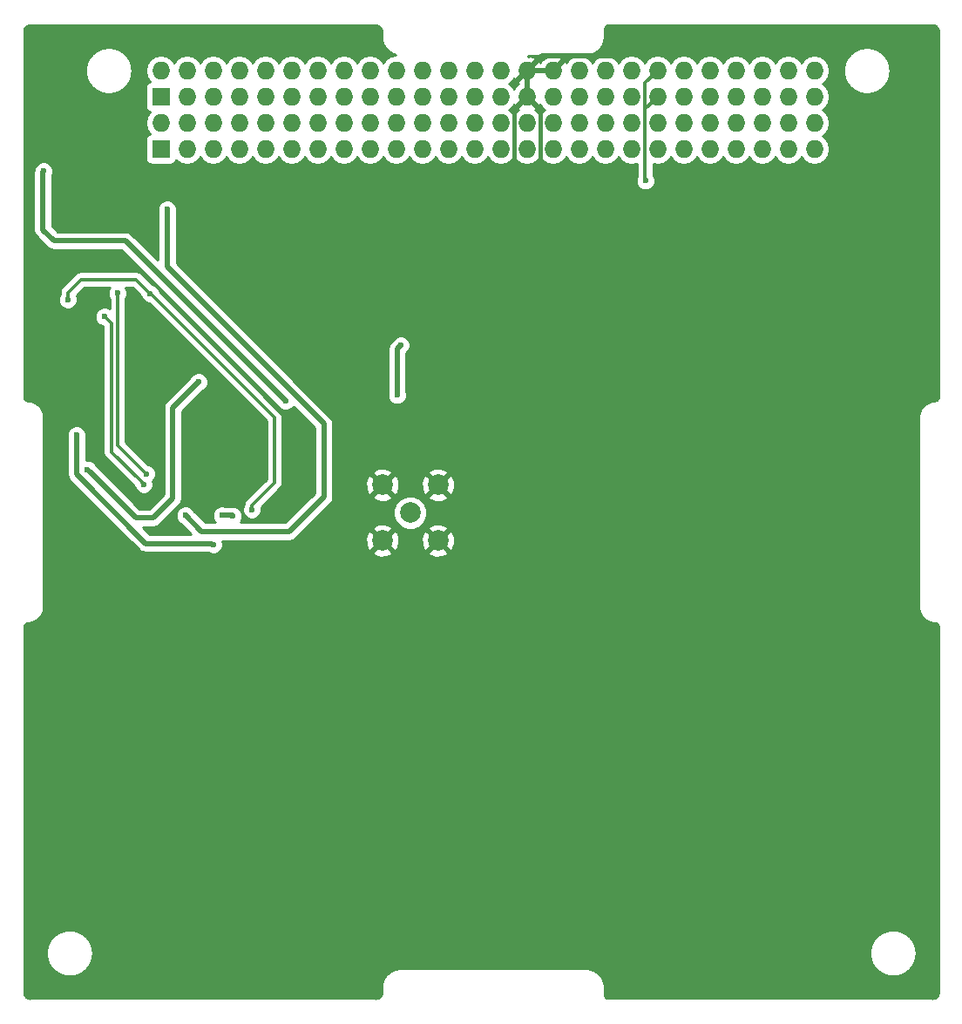
<source format=gbr>
G04 #@! TF.FileFunction,Copper,L2,Bot,Signal*
%FSLAX46Y46*%
G04 Gerber Fmt 4.6, Leading zero omitted, Abs format (unit mm)*
G04 Created by KiCad (PCBNEW 4.0.4-stable) date 10/11/16 18:25:42*
%MOMM*%
%LPD*%
G01*
G04 APERTURE LIST*
%ADD10C,0.100000*%
%ADD11C,1.998980*%
%ADD12R,1.727200X1.727200*%
%ADD13O,1.727200X1.727200*%
%ADD14C,0.600000*%
%ADD15C,0.550000*%
%ADD16C,0.400000*%
%ADD17C,0.300000*%
%ADD18C,0.254000*%
G04 APERTURE END LIST*
D10*
D11*
X102870000Y-100330000D03*
X100169980Y-103030020D03*
X105570020Y-103030020D03*
X105570020Y-97629980D03*
X100169980Y-97629980D03*
D12*
X78650000Y-59910000D03*
D13*
X78650000Y-57370000D03*
X81190000Y-59910000D03*
X81190000Y-57370000D03*
X83730000Y-59910000D03*
X83730000Y-57370000D03*
X86270000Y-59910000D03*
X86270000Y-57370000D03*
X88810000Y-59910000D03*
X88810000Y-57370000D03*
X91350000Y-59910000D03*
X91350000Y-57370000D03*
X93890000Y-59910000D03*
X93890000Y-57370000D03*
X96430000Y-59910000D03*
X96430000Y-57370000D03*
X98970000Y-59910000D03*
X98970000Y-57370000D03*
X101510000Y-59910000D03*
X101510000Y-57370000D03*
X104050000Y-59910000D03*
X104050000Y-57370000D03*
X106590000Y-59910000D03*
X106590000Y-57370000D03*
X109130000Y-59910000D03*
X109130000Y-57370000D03*
X111670000Y-59910000D03*
X111670000Y-57370000D03*
X114210000Y-59910000D03*
X114210000Y-57370000D03*
X116750000Y-59910000D03*
X116750000Y-57370000D03*
X119290000Y-59910000D03*
X119290000Y-57370000D03*
X121830000Y-59910000D03*
X121830000Y-57370000D03*
X124370000Y-59910000D03*
X124370000Y-57370000D03*
X126910000Y-59910000D03*
X126910000Y-57370000D03*
X129450000Y-59910000D03*
X129450000Y-57370000D03*
X131990000Y-59910000D03*
X131990000Y-57370000D03*
X134530000Y-59910000D03*
X134530000Y-57370000D03*
X137070000Y-59910000D03*
X137070000Y-57370000D03*
X139610000Y-59910000D03*
X139610000Y-57370000D03*
X142150000Y-59910000D03*
X142150000Y-57370000D03*
D12*
X78650000Y-64990000D03*
D13*
X78650000Y-62450000D03*
X81190000Y-64990000D03*
X81190000Y-62450000D03*
X83730000Y-64990000D03*
X83730000Y-62450000D03*
X86270000Y-64990000D03*
X86270000Y-62450000D03*
X88810000Y-64990000D03*
X88810000Y-62450000D03*
X91350000Y-64990000D03*
X91350000Y-62450000D03*
X93890000Y-64990000D03*
X93890000Y-62450000D03*
X96430000Y-64990000D03*
X96430000Y-62450000D03*
X98970000Y-64990000D03*
X98970000Y-62450000D03*
X101510000Y-64990000D03*
X101510000Y-62450000D03*
X104050000Y-64990000D03*
X104050000Y-62450000D03*
X106590000Y-64990000D03*
X106590000Y-62450000D03*
X109130000Y-64990000D03*
X109130000Y-62450000D03*
X111670000Y-64990000D03*
X111670000Y-62450000D03*
X114210000Y-64990000D03*
X114210000Y-62450000D03*
X116750000Y-64990000D03*
X116750000Y-62450000D03*
X119290000Y-64990000D03*
X119290000Y-62450000D03*
X121830000Y-64990000D03*
X121830000Y-62450000D03*
X124370000Y-64990000D03*
X124370000Y-62450000D03*
X126910000Y-64990000D03*
X126910000Y-62450000D03*
X129450000Y-64990000D03*
X129450000Y-62450000D03*
X131990000Y-64990000D03*
X131990000Y-62450000D03*
X134530000Y-64990000D03*
X134530000Y-62450000D03*
X137070000Y-64990000D03*
X137070000Y-62450000D03*
X139610000Y-64990000D03*
X139610000Y-62450000D03*
X142150000Y-64990000D03*
X142150000Y-62450000D03*
D14*
X85640784Y-100635796D03*
X84582000Y-100584000D03*
X74168000Y-102786264D03*
X72898000Y-101092000D03*
X102362000Y-82550000D03*
X69850000Y-76200000D03*
X112948534Y-67061289D03*
X115473601Y-67330199D03*
X84836000Y-93472000D03*
X82042000Y-95722000D03*
X101951270Y-84047042D03*
X101590000Y-88900000D03*
X73152000Y-81280000D03*
X76985637Y-97589971D03*
X74422038Y-78994000D03*
X77193967Y-96545670D03*
X79248000Y-70866000D03*
X81026000Y-100584000D03*
X83726716Y-103415530D03*
X70444573Y-92773813D03*
X87477308Y-100022331D03*
X77597000Y-79057500D03*
X69596000Y-79646000D03*
X67235542Y-67132788D03*
X90741500Y-89471500D03*
X71511411Y-96134355D03*
X82296000Y-87630000D03*
X125721399Y-68072000D03*
D15*
X84582000Y-100584000D02*
X85588988Y-100584000D01*
X85588988Y-100584000D02*
X85640784Y-100635796D01*
D16*
X112946399Y-61173601D02*
X112946399Y-67053855D01*
X112946399Y-67053855D02*
X112944922Y-67055332D01*
D15*
X112941061Y-66646840D02*
X112948534Y-66654313D01*
X112948534Y-66654313D02*
X112948534Y-67061289D01*
X114210000Y-57370000D02*
X116750000Y-57370000D01*
X114210000Y-57370000D02*
X114210000Y-59910000D01*
X115649200Y-55930800D02*
X121920000Y-55930800D01*
X121920000Y-55930800D02*
X123393200Y-55930800D01*
X116750000Y-57370000D02*
X118189200Y-55930800D01*
X118189200Y-55930800D02*
X121920000Y-55930800D01*
X114210000Y-57370000D02*
X115649200Y-55930800D01*
X114210000Y-59910000D02*
X115473601Y-61173601D01*
D16*
X115473601Y-61173601D02*
X115473601Y-67330199D01*
D15*
X114210000Y-59910000D02*
X112946399Y-61173601D01*
X114210000Y-57370000D02*
X112946399Y-58633601D01*
X101651271Y-84347041D02*
X101951270Y-84047042D01*
X101590000Y-84408312D02*
X101651271Y-84347041D01*
X101590000Y-88900000D02*
X101590000Y-84408312D01*
D17*
X73152000Y-81280000D02*
X73815784Y-81943784D01*
X76685638Y-97289972D02*
X76985637Y-97589971D01*
X73815784Y-94420118D02*
X76685638Y-97289972D01*
X73815784Y-81943784D02*
X73815784Y-94420118D01*
X74422038Y-93773741D02*
X74422038Y-79418264D01*
X77193967Y-96545670D02*
X74422038Y-93773741D01*
X74422038Y-79418264D02*
X74422038Y-78994000D01*
D15*
X81026000Y-100584000D02*
X82579864Y-102137864D01*
X82579864Y-102137864D02*
X82579864Y-102161994D01*
X82579864Y-102161994D02*
X91085976Y-102161994D01*
X91085976Y-102161994D02*
X94476746Y-98771224D01*
X94476746Y-98771224D02*
X94476746Y-91682746D01*
X94476746Y-91682746D02*
X79248000Y-76454000D01*
X79248000Y-76454000D02*
X79248000Y-70866000D01*
X83700045Y-103442201D02*
X83566690Y-103308846D01*
X83566690Y-103308846D02*
X77160798Y-103308846D01*
X77160798Y-103308846D02*
X70444573Y-96592621D01*
X70444573Y-96592621D02*
X70444573Y-93198077D01*
X70444573Y-93198077D02*
X70444573Y-92773813D01*
D17*
X69596000Y-79646000D02*
X69596000Y-78930500D01*
X76232865Y-77660500D02*
X77597000Y-79024635D01*
X69596000Y-78930500D02*
X70866000Y-77660500D01*
X70866000Y-77660500D02*
X76232865Y-77660500D01*
X77597000Y-79024635D02*
X77597000Y-79057500D01*
X77597000Y-79057500D02*
X77637189Y-79057500D01*
X77637189Y-79057500D02*
X89675199Y-91095510D01*
X89675199Y-91095510D02*
X89675199Y-97400176D01*
X89675199Y-97400176D02*
X87477308Y-99598067D01*
X87477308Y-99598067D02*
X87477308Y-100022331D01*
D15*
X90741500Y-89471500D02*
X75176488Y-73906488D01*
X75176488Y-73906488D02*
X68249961Y-73906488D01*
X68249961Y-73906488D02*
X67170095Y-72826622D01*
X67170095Y-72826622D02*
X67170095Y-67198235D01*
X67170095Y-67198235D02*
X67235542Y-67132788D01*
X71811410Y-96434354D02*
X71511411Y-96134355D01*
X76205502Y-100828446D02*
X71811410Y-96434354D01*
X77885773Y-100828446D02*
X76205502Y-100828446D01*
X79806083Y-98908136D02*
X77885773Y-100828446D01*
X79806083Y-90119917D02*
X79806083Y-98908136D01*
X82296000Y-87630000D02*
X79806083Y-90119917D01*
D17*
X125696399Y-61123601D02*
X125696399Y-61214000D01*
X125696399Y-58583601D02*
X125696399Y-61214000D01*
X126910000Y-57370000D02*
X125696399Y-58583601D01*
X125696399Y-61123601D02*
X125696399Y-68040510D01*
X125696399Y-68040510D02*
X125721399Y-68065510D01*
X125721399Y-68065510D02*
X125721399Y-68072000D01*
X125694556Y-68051122D02*
X125715434Y-68072000D01*
X125715434Y-68072000D02*
X125721399Y-68072000D01*
X126910000Y-59910000D02*
X125696399Y-61123601D01*
D18*
G36*
X65931100Y-52979900D02*
X65937635Y-52978600D01*
X99444292Y-52978600D01*
X99501100Y-52989900D01*
X99514739Y-52987187D01*
X99528478Y-52989353D01*
X99539803Y-52988900D01*
X99562389Y-52988900D01*
X99583413Y-52989743D01*
X99604267Y-52991505D01*
X99625718Y-52994192D01*
X99646850Y-52997750D01*
X99668152Y-53002246D01*
X99688462Y-53007407D01*
X99708824Y-53013541D01*
X99729969Y-53020843D01*
X99749774Y-53028595D01*
X99768792Y-53037001D01*
X99787982Y-53046468D01*
X99806983Y-53056836D01*
X99825261Y-53067811D01*
X99842965Y-53079486D01*
X99860768Y-53092322D01*
X99877774Y-53105650D01*
X99893842Y-53119386D01*
X99909426Y-53133863D01*
X99924387Y-53148994D01*
X99939036Y-53165082D01*
X99952693Y-53181377D01*
X99965785Y-53198431D01*
X99978121Y-53215907D01*
X99989262Y-53233237D01*
X100000493Y-53252445D01*
X100010696Y-53271549D01*
X100019817Y-53290592D01*
X100028347Y-53310425D01*
X100035849Y-53330107D01*
X100042586Y-53350318D01*
X100048692Y-53371514D01*
X100053802Y-53392341D01*
X100057849Y-53412576D01*
X100061165Y-53433803D01*
X100063705Y-53455907D01*
X100065263Y-53476874D01*
X100065896Y-53497959D01*
X100065534Y-53534137D01*
X100067109Y-53542493D01*
X100064900Y-53553600D01*
X100066100Y-53559633D01*
X100066100Y-53973600D01*
X100066994Y-53978094D01*
X100066734Y-53979336D01*
X100066234Y-54029237D01*
X100068816Y-54042935D01*
X100066509Y-54056682D01*
X100068009Y-54106582D01*
X100071452Y-54121531D01*
X100069583Y-54136754D01*
X100073283Y-54186553D01*
X100077025Y-54200047D01*
X100075879Y-54214005D01*
X100081579Y-54263605D01*
X100085889Y-54277023D01*
X100085305Y-54291106D01*
X100093005Y-54340407D01*
X100098087Y-54354273D01*
X100098102Y-54369040D01*
X100107902Y-54418039D01*
X100113668Y-54431919D01*
X100114333Y-54446931D01*
X100126233Y-54495431D01*
X100132106Y-54508006D01*
X100133273Y-54521835D01*
X100147072Y-54569735D01*
X100153658Y-54582483D01*
X100155452Y-54596716D01*
X100171252Y-54644116D01*
X100178556Y-54656928D01*
X100181019Y-54671471D01*
X100198819Y-54718171D01*
X100206595Y-54730561D01*
X100209642Y-54744864D01*
X100229341Y-54790663D01*
X100237486Y-54802503D01*
X100241057Y-54816421D01*
X100262657Y-54861421D01*
X100271076Y-54872637D01*
X100275106Y-54886070D01*
X100298506Y-54930171D01*
X100307952Y-54941752D01*
X100312858Y-54955870D01*
X100338158Y-54998970D01*
X100347530Y-55009503D01*
X100352693Y-55022619D01*
X100379693Y-55064619D01*
X100390156Y-55075460D01*
X100396277Y-55089228D01*
X100425077Y-55130028D01*
X100435180Y-55139626D01*
X100441345Y-55152121D01*
X100471745Y-55191721D01*
X100482947Y-55201540D01*
X100490106Y-55214608D01*
X100522206Y-55252908D01*
X100533342Y-55261856D01*
X100540714Y-55274091D01*
X100574314Y-55310991D01*
X100585819Y-55319482D01*
X100593695Y-55331416D01*
X100628796Y-55366916D01*
X100641031Y-55375192D01*
X100649686Y-55387166D01*
X100686286Y-55421166D01*
X100698506Y-55428696D01*
X100707387Y-55439972D01*
X100745287Y-55472372D01*
X100758208Y-55479616D01*
X100767859Y-55490851D01*
X100807159Y-55521651D01*
X100819593Y-55527942D01*
X100829090Y-55538141D01*
X100869590Y-55567341D01*
X100882774Y-55573361D01*
X100893083Y-55583546D01*
X100934783Y-55611046D01*
X100948390Y-55616586D01*
X100959269Y-55626462D01*
X101002068Y-55652161D01*
X101015575Y-55657006D01*
X101026590Y-55666206D01*
X101070390Y-55690106D01*
X101084078Y-55694388D01*
X101095454Y-55703119D01*
X101140254Y-55725219D01*
X101154392Y-55729009D01*
X101166368Y-55737425D01*
X101212067Y-55757625D01*
X101226705Y-55760896D01*
X101239335Y-55768981D01*
X101285835Y-55787181D01*
X101299721Y-55789661D01*
X101311900Y-55796778D01*
X101359100Y-55813078D01*
X101372855Y-55814963D01*
X101385112Y-55821484D01*
X101432912Y-55835884D01*
X101448053Y-55837346D01*
X101461782Y-55843897D01*
X101478856Y-55848236D01*
X100936511Y-55956115D01*
X100450330Y-56280971D01*
X100240000Y-56595752D01*
X100029670Y-56280971D01*
X99543489Y-55956115D01*
X98970000Y-55842041D01*
X98396511Y-55956115D01*
X97910330Y-56280971D01*
X97700000Y-56595752D01*
X97489670Y-56280971D01*
X97003489Y-55956115D01*
X96430000Y-55842041D01*
X95856511Y-55956115D01*
X95370330Y-56280971D01*
X95160000Y-56595752D01*
X94949670Y-56280971D01*
X94463489Y-55956115D01*
X93890000Y-55842041D01*
X93316511Y-55956115D01*
X92830330Y-56280971D01*
X92620000Y-56595752D01*
X92409670Y-56280971D01*
X91923489Y-55956115D01*
X91350000Y-55842041D01*
X90776511Y-55956115D01*
X90290330Y-56280971D01*
X90080000Y-56595752D01*
X89869670Y-56280971D01*
X89383489Y-55956115D01*
X88810000Y-55842041D01*
X88236511Y-55956115D01*
X87750330Y-56280971D01*
X87540000Y-56595752D01*
X87329670Y-56280971D01*
X86843489Y-55956115D01*
X86270000Y-55842041D01*
X85696511Y-55956115D01*
X85210330Y-56280971D01*
X85000000Y-56595752D01*
X84789670Y-56280971D01*
X84303489Y-55956115D01*
X83730000Y-55842041D01*
X83156511Y-55956115D01*
X82670330Y-56280971D01*
X82460000Y-56595752D01*
X82249670Y-56280971D01*
X81763489Y-55956115D01*
X81190000Y-55842041D01*
X80616511Y-55956115D01*
X80130330Y-56280971D01*
X79920000Y-56595752D01*
X79709670Y-56280971D01*
X79223489Y-55956115D01*
X78650000Y-55842041D01*
X78076511Y-55956115D01*
X77590330Y-56280971D01*
X77265474Y-56767152D01*
X77151400Y-57340641D01*
X77151400Y-57399359D01*
X77265474Y-57972848D01*
X77576574Y-58438442D01*
X77551083Y-58443238D01*
X77334959Y-58582310D01*
X77189969Y-58794510D01*
X77138960Y-59046400D01*
X77138960Y-60773600D01*
X77183238Y-61008917D01*
X77322310Y-61225041D01*
X77534510Y-61370031D01*
X77578345Y-61378908D01*
X77265474Y-61847152D01*
X77151400Y-62420641D01*
X77151400Y-62479359D01*
X77265474Y-63052848D01*
X77576574Y-63518442D01*
X77551083Y-63523238D01*
X77334959Y-63662310D01*
X77189969Y-63874510D01*
X77138960Y-64126400D01*
X77138960Y-65853600D01*
X77183238Y-66088917D01*
X77322310Y-66305041D01*
X77534510Y-66450031D01*
X77786400Y-66501040D01*
X79513600Y-66501040D01*
X79748917Y-66456762D01*
X79965041Y-66317690D01*
X80110031Y-66105490D01*
X80118864Y-66061869D01*
X80130330Y-66079029D01*
X80616511Y-66403885D01*
X81190000Y-66517959D01*
X81763489Y-66403885D01*
X82249670Y-66079029D01*
X82460000Y-65764248D01*
X82670330Y-66079029D01*
X83156511Y-66403885D01*
X83730000Y-66517959D01*
X84303489Y-66403885D01*
X84789670Y-66079029D01*
X85000000Y-65764248D01*
X85210330Y-66079029D01*
X85696511Y-66403885D01*
X86270000Y-66517959D01*
X86843489Y-66403885D01*
X87329670Y-66079029D01*
X87540000Y-65764248D01*
X87750330Y-66079029D01*
X88236511Y-66403885D01*
X88810000Y-66517959D01*
X89383489Y-66403885D01*
X89869670Y-66079029D01*
X90080000Y-65764248D01*
X90290330Y-66079029D01*
X90776511Y-66403885D01*
X91350000Y-66517959D01*
X91923489Y-66403885D01*
X92409670Y-66079029D01*
X92620000Y-65764248D01*
X92830330Y-66079029D01*
X93316511Y-66403885D01*
X93890000Y-66517959D01*
X94463489Y-66403885D01*
X94949670Y-66079029D01*
X95160000Y-65764248D01*
X95370330Y-66079029D01*
X95856511Y-66403885D01*
X96430000Y-66517959D01*
X97003489Y-66403885D01*
X97489670Y-66079029D01*
X97700000Y-65764248D01*
X97910330Y-66079029D01*
X98396511Y-66403885D01*
X98970000Y-66517959D01*
X99543489Y-66403885D01*
X100029670Y-66079029D01*
X100240000Y-65764248D01*
X100450330Y-66079029D01*
X100936511Y-66403885D01*
X101510000Y-66517959D01*
X102083489Y-66403885D01*
X102569670Y-66079029D01*
X102780000Y-65764248D01*
X102990330Y-66079029D01*
X103476511Y-66403885D01*
X104050000Y-66517959D01*
X104623489Y-66403885D01*
X105109670Y-66079029D01*
X105320000Y-65764248D01*
X105530330Y-66079029D01*
X106016511Y-66403885D01*
X106590000Y-66517959D01*
X107163489Y-66403885D01*
X107649670Y-66079029D01*
X107860000Y-65764248D01*
X108070330Y-66079029D01*
X108556511Y-66403885D01*
X109130000Y-66517959D01*
X109703489Y-66403885D01*
X110189670Y-66079029D01*
X110400000Y-65764248D01*
X110610330Y-66079029D01*
X111096511Y-66403885D01*
X111670000Y-66517959D01*
X112243489Y-66403885D01*
X112729670Y-66079029D01*
X112940000Y-65764248D01*
X113150330Y-66079029D01*
X113636511Y-66403885D01*
X114210000Y-66517959D01*
X114783489Y-66403885D01*
X115269670Y-66079029D01*
X115480000Y-65764248D01*
X115690330Y-66079029D01*
X116176511Y-66403885D01*
X116750000Y-66517959D01*
X117323489Y-66403885D01*
X117809670Y-66079029D01*
X118020000Y-65764248D01*
X118230330Y-66079029D01*
X118716511Y-66403885D01*
X119290000Y-66517959D01*
X119863489Y-66403885D01*
X120349670Y-66079029D01*
X120560000Y-65764248D01*
X120770330Y-66079029D01*
X121256511Y-66403885D01*
X121830000Y-66517959D01*
X122403489Y-66403885D01*
X122889670Y-66079029D01*
X123100000Y-65764248D01*
X123310330Y-66079029D01*
X123796511Y-66403885D01*
X124370000Y-66517959D01*
X124911399Y-66410268D01*
X124911399Y-67584559D01*
X124786561Y-67885201D01*
X124786237Y-68257167D01*
X124928282Y-68600943D01*
X125191072Y-68864192D01*
X125534600Y-69006838D01*
X125906566Y-69007162D01*
X126250342Y-68865117D01*
X126513591Y-68602327D01*
X126656237Y-68258799D01*
X126656561Y-67886833D01*
X126514516Y-67543057D01*
X126481399Y-67509882D01*
X126481399Y-66432705D01*
X126910000Y-66517959D01*
X127483489Y-66403885D01*
X127969670Y-66079029D01*
X128180000Y-65764248D01*
X128390330Y-66079029D01*
X128876511Y-66403885D01*
X129450000Y-66517959D01*
X130023489Y-66403885D01*
X130509670Y-66079029D01*
X130720000Y-65764248D01*
X130930330Y-66079029D01*
X131416511Y-66403885D01*
X131990000Y-66517959D01*
X132563489Y-66403885D01*
X133049670Y-66079029D01*
X133260000Y-65764248D01*
X133470330Y-66079029D01*
X133956511Y-66403885D01*
X134530000Y-66517959D01*
X135103489Y-66403885D01*
X135589670Y-66079029D01*
X135800000Y-65764248D01*
X136010330Y-66079029D01*
X136496511Y-66403885D01*
X137070000Y-66517959D01*
X137643489Y-66403885D01*
X138129670Y-66079029D01*
X138340000Y-65764248D01*
X138550330Y-66079029D01*
X139036511Y-66403885D01*
X139610000Y-66517959D01*
X140183489Y-66403885D01*
X140669670Y-66079029D01*
X140880000Y-65764248D01*
X141090330Y-66079029D01*
X141576511Y-66403885D01*
X142150000Y-66517959D01*
X142723489Y-66403885D01*
X143209670Y-66079029D01*
X143534526Y-65592848D01*
X143648600Y-65019359D01*
X143648600Y-64960641D01*
X143534526Y-64387152D01*
X143209670Y-63900971D01*
X142938828Y-63720000D01*
X143209670Y-63539029D01*
X143534526Y-63052848D01*
X143648600Y-62479359D01*
X143648600Y-62420641D01*
X143534526Y-61847152D01*
X143209670Y-61360971D01*
X142938828Y-61180000D01*
X143209670Y-60999029D01*
X143534526Y-60512848D01*
X143648600Y-59939359D01*
X143648600Y-59880641D01*
X143534526Y-59307152D01*
X143209670Y-58820971D01*
X142938828Y-58640000D01*
X143209670Y-58459029D01*
X143534526Y-57972848D01*
X143648600Y-57399359D01*
X143648600Y-57362619D01*
X144956188Y-57362619D01*
X144958190Y-57373600D01*
X144956188Y-57384581D01*
X144956988Y-57434480D01*
X144959192Y-57444700D01*
X144957626Y-57455040D01*
X144959926Y-57504940D01*
X144962774Y-57516459D01*
X144961399Y-57528243D01*
X144965399Y-57578043D01*
X144968069Y-57587451D01*
X144967208Y-57597191D01*
X144972608Y-57646891D01*
X144976211Y-57658352D01*
X144975567Y-57670350D01*
X144982667Y-57719750D01*
X144986177Y-57729701D01*
X144985931Y-57740247D01*
X144994531Y-57789447D01*
X144998382Y-57799393D01*
X144998460Y-57810058D01*
X145008560Y-57858958D01*
X145012711Y-57868776D01*
X145013116Y-57879431D01*
X145024716Y-57928031D01*
X145029513Y-57938472D01*
X145030327Y-57949931D01*
X145043527Y-57998131D01*
X145048452Y-58007981D01*
X145049580Y-58018938D01*
X145064281Y-58066638D01*
X145069415Y-58076143D01*
X145070855Y-58086852D01*
X145087055Y-58134152D01*
X145092706Y-58143878D01*
X145094564Y-58154973D01*
X145112264Y-58201673D01*
X145117752Y-58210453D01*
X145119765Y-58220609D01*
X145138865Y-58266809D01*
X145144911Y-58275870D01*
X145147362Y-58286485D01*
X145167862Y-58331985D01*
X145174567Y-58341384D01*
X145177537Y-58352542D01*
X145199537Y-58397341D01*
X145205970Y-58405754D01*
X145209005Y-58415903D01*
X145232405Y-58460103D01*
X145239111Y-58468340D01*
X145242463Y-58478421D01*
X145267163Y-58521820D01*
X145274520Y-58530315D01*
X145278409Y-58540859D01*
X145304509Y-58583459D01*
X145311988Y-58591551D01*
X145316124Y-58601759D01*
X145343524Y-58643459D01*
X145351382Y-58651440D01*
X145355922Y-58661683D01*
X145384722Y-58702582D01*
X145392586Y-58710070D01*
X145397294Y-58719858D01*
X145427294Y-58759758D01*
X145435090Y-58766731D01*
X145439905Y-58776016D01*
X145471105Y-58815016D01*
X145479436Y-58822029D01*
X145484749Y-58831535D01*
X145517149Y-58869535D01*
X145526056Y-58876569D01*
X145531914Y-58886291D01*
X145565514Y-58923191D01*
X145574259Y-58929645D01*
X145580155Y-58938774D01*
X145614955Y-58974674D01*
X145623868Y-58980832D01*
X145630026Y-58989745D01*
X145665925Y-59024544D01*
X145675054Y-59030441D01*
X145681509Y-59039186D01*
X145718410Y-59072786D01*
X145728130Y-59078643D01*
X145735165Y-59087551D01*
X145773165Y-59119951D01*
X145782198Y-59125000D01*
X145788849Y-59132926D01*
X145827849Y-59164226D01*
X145838101Y-59169562D01*
X145845820Y-59178165D01*
X145885720Y-59208065D01*
X145895012Y-59212516D01*
X145902117Y-59219978D01*
X145943017Y-59248778D01*
X145953260Y-59253318D01*
X145961241Y-59261176D01*
X146002940Y-59288576D01*
X146013150Y-59292713D01*
X146021241Y-59300191D01*
X146063842Y-59326291D01*
X146074383Y-59330179D01*
X146082879Y-59337537D01*
X146126279Y-59362236D01*
X146136358Y-59365588D01*
X146144597Y-59372295D01*
X146188797Y-59395695D01*
X146198944Y-59398729D01*
X146207358Y-59405163D01*
X146252158Y-59427163D01*
X146263316Y-59430133D01*
X146272715Y-59436838D01*
X146318215Y-59457338D01*
X146328830Y-59459789D01*
X146337891Y-59465835D01*
X146384090Y-59484935D01*
X146394247Y-59486948D01*
X146403027Y-59492436D01*
X146449727Y-59510136D01*
X146460822Y-59511994D01*
X146470548Y-59517645D01*
X146517848Y-59533845D01*
X146528555Y-59535284D01*
X146538062Y-59540420D01*
X146585762Y-59555120D01*
X146597386Y-59556317D01*
X146607845Y-59561521D01*
X146656044Y-59574621D01*
X146666164Y-59575321D01*
X146675373Y-59579573D01*
X146723973Y-59591273D01*
X146735301Y-59591725D01*
X146745742Y-59596140D01*
X146794642Y-59606240D01*
X146805307Y-59606318D01*
X146815253Y-59610169D01*
X146864453Y-59618769D01*
X146874999Y-59618523D01*
X146884950Y-59622033D01*
X146934350Y-59629133D01*
X146946348Y-59628489D01*
X146957809Y-59632092D01*
X147007508Y-59637492D01*
X147017249Y-59636631D01*
X147026657Y-59639301D01*
X147076456Y-59643301D01*
X147088240Y-59641925D01*
X147099760Y-59644774D01*
X147149660Y-59647074D01*
X147159999Y-59645508D01*
X147170219Y-59647712D01*
X147220119Y-59648512D01*
X147231100Y-59646510D01*
X147242081Y-59648512D01*
X147291980Y-59647712D01*
X147302200Y-59645508D01*
X147312540Y-59647074D01*
X147362440Y-59644774D01*
X147373959Y-59641926D01*
X147385743Y-59643301D01*
X147435543Y-59639301D01*
X147444951Y-59636631D01*
X147454691Y-59637492D01*
X147504391Y-59632092D01*
X147515852Y-59628489D01*
X147527850Y-59629133D01*
X147577250Y-59622033D01*
X147587201Y-59618523D01*
X147597747Y-59618769D01*
X147646947Y-59610169D01*
X147656762Y-59606369D01*
X147667287Y-59606296D01*
X147716287Y-59596196D01*
X147727009Y-59591668D01*
X147738639Y-59591198D01*
X147787139Y-59579498D01*
X147796199Y-59575309D01*
X147806155Y-59574621D01*
X147854355Y-59561521D01*
X147864814Y-59556317D01*
X147876438Y-59555120D01*
X147924138Y-59540419D01*
X147933643Y-59535285D01*
X147944352Y-59533845D01*
X147991652Y-59517645D01*
X148001378Y-59511994D01*
X148012473Y-59510136D01*
X148059173Y-59492436D01*
X148067953Y-59486948D01*
X148078109Y-59484935D01*
X148124309Y-59465835D01*
X148133370Y-59459789D01*
X148143985Y-59457338D01*
X148189485Y-59436838D01*
X148198884Y-59430133D01*
X148210042Y-59427163D01*
X148254841Y-59405163D01*
X148263254Y-59398730D01*
X148273403Y-59395695D01*
X148317603Y-59372295D01*
X148325840Y-59365589D01*
X148335921Y-59362237D01*
X148379320Y-59337537D01*
X148387815Y-59330180D01*
X148398359Y-59326291D01*
X148440959Y-59300191D01*
X148449051Y-59292712D01*
X148459259Y-59288576D01*
X148500959Y-59261176D01*
X148508940Y-59253318D01*
X148519183Y-59248778D01*
X148560082Y-59219978D01*
X148567187Y-59212517D01*
X148576480Y-59208065D01*
X148616380Y-59178165D01*
X148624099Y-59169562D01*
X148634351Y-59164226D01*
X148673351Y-59132926D01*
X148680002Y-59125000D01*
X148689035Y-59119951D01*
X148727035Y-59087551D01*
X148734069Y-59078644D01*
X148743791Y-59072786D01*
X148780691Y-59039186D01*
X148787145Y-59030441D01*
X148796274Y-59024545D01*
X148832174Y-58989745D01*
X148838332Y-58980832D01*
X148847245Y-58974674D01*
X148882044Y-58938775D01*
X148887941Y-58929646D01*
X148896686Y-58923191D01*
X148930286Y-58886290D01*
X148936143Y-58876570D01*
X148945051Y-58869535D01*
X148977451Y-58831535D01*
X148982764Y-58822029D01*
X148991095Y-58815016D01*
X149022295Y-58776016D01*
X149027110Y-58766732D01*
X149034906Y-58759758D01*
X149064906Y-58719858D01*
X149069613Y-58710072D01*
X149077478Y-58702583D01*
X149106278Y-58661683D01*
X149110818Y-58651440D01*
X149118676Y-58643459D01*
X149146076Y-58601760D01*
X149150213Y-58591550D01*
X149157691Y-58583459D01*
X149183791Y-58540858D01*
X149187679Y-58530317D01*
X149195037Y-58521821D01*
X149219736Y-58478421D01*
X149223088Y-58468342D01*
X149229795Y-58460103D01*
X149253195Y-58415903D01*
X149256229Y-58405756D01*
X149262663Y-58397342D01*
X149284663Y-58352542D01*
X149287633Y-58341384D01*
X149294338Y-58331985D01*
X149314838Y-58286485D01*
X149317289Y-58275870D01*
X149323335Y-58266809D01*
X149342435Y-58220610D01*
X149344448Y-58210453D01*
X149349936Y-58201673D01*
X149367636Y-58154973D01*
X149369494Y-58143878D01*
X149375145Y-58134152D01*
X149391345Y-58086852D01*
X149392784Y-58076145D01*
X149397920Y-58066638D01*
X149412620Y-58018938D01*
X149413817Y-58007314D01*
X149419021Y-57996855D01*
X149432121Y-57948656D01*
X149432821Y-57938536D01*
X149437073Y-57929327D01*
X149448773Y-57880727D01*
X149449225Y-57869399D01*
X149453640Y-57858958D01*
X149463740Y-57810058D01*
X149463818Y-57799393D01*
X149467669Y-57789447D01*
X149476269Y-57740247D01*
X149476023Y-57729701D01*
X149479533Y-57719750D01*
X149486633Y-57670350D01*
X149485989Y-57658352D01*
X149489592Y-57646891D01*
X149494992Y-57597192D01*
X149494131Y-57587451D01*
X149496801Y-57578043D01*
X149500801Y-57528244D01*
X149499425Y-57516460D01*
X149502274Y-57504940D01*
X149504574Y-57455040D01*
X149503008Y-57444701D01*
X149505212Y-57434481D01*
X149506012Y-57384581D01*
X149504010Y-57373600D01*
X149506012Y-57362619D01*
X149505212Y-57312719D01*
X149503008Y-57302499D01*
X149504574Y-57292160D01*
X149502274Y-57242260D01*
X149499425Y-57230740D01*
X149500801Y-57218956D01*
X149496801Y-57169157D01*
X149494131Y-57159749D01*
X149494992Y-57150008D01*
X149489592Y-57100309D01*
X149485989Y-57088848D01*
X149486633Y-57076850D01*
X149479533Y-57027450D01*
X149476023Y-57017499D01*
X149476269Y-57006953D01*
X149467669Y-56957753D01*
X149463818Y-56947807D01*
X149463740Y-56937142D01*
X149453640Y-56888242D01*
X149449225Y-56877801D01*
X149448773Y-56866473D01*
X149437073Y-56817873D01*
X149432821Y-56808664D01*
X149432121Y-56798544D01*
X149419021Y-56750345D01*
X149413817Y-56739886D01*
X149412620Y-56728262D01*
X149397920Y-56680562D01*
X149392784Y-56671055D01*
X149391345Y-56660348D01*
X149375145Y-56613048D01*
X149369494Y-56603322D01*
X149367636Y-56592227D01*
X149349936Y-56545527D01*
X149344448Y-56536747D01*
X149342435Y-56526590D01*
X149323335Y-56480391D01*
X149317289Y-56471330D01*
X149314838Y-56460715D01*
X149294338Y-56415215D01*
X149287633Y-56405816D01*
X149284663Y-56394658D01*
X149262663Y-56349858D01*
X149256229Y-56341444D01*
X149253195Y-56331297D01*
X149229795Y-56287097D01*
X149223088Y-56278858D01*
X149219736Y-56268779D01*
X149195037Y-56225379D01*
X149187679Y-56216883D01*
X149183791Y-56206342D01*
X149157691Y-56163741D01*
X149150213Y-56155650D01*
X149146076Y-56145440D01*
X149118676Y-56103741D01*
X149110818Y-56095760D01*
X149106278Y-56085517D01*
X149077478Y-56044617D01*
X149069613Y-56037128D01*
X149064906Y-56027342D01*
X149034906Y-55987442D01*
X149027110Y-55980468D01*
X149022295Y-55971184D01*
X148991095Y-55932184D01*
X148982764Y-55925171D01*
X148977451Y-55915665D01*
X148945051Y-55877665D01*
X148936143Y-55870630D01*
X148930286Y-55860910D01*
X148896686Y-55824009D01*
X148887941Y-55817554D01*
X148882044Y-55808425D01*
X148847245Y-55772526D01*
X148838332Y-55766368D01*
X148832174Y-55757455D01*
X148796274Y-55722655D01*
X148787145Y-55716759D01*
X148780691Y-55708014D01*
X148743791Y-55674414D01*
X148734069Y-55668556D01*
X148727035Y-55659649D01*
X148689035Y-55627249D01*
X148679529Y-55621936D01*
X148672516Y-55613605D01*
X148633516Y-55582405D01*
X148624231Y-55577590D01*
X148617258Y-55569794D01*
X148577358Y-55539794D01*
X148567570Y-55535086D01*
X148560082Y-55527222D01*
X148519183Y-55498422D01*
X148508940Y-55493882D01*
X148500959Y-55486024D01*
X148459259Y-55458624D01*
X148449051Y-55454488D01*
X148440959Y-55447009D01*
X148398359Y-55420909D01*
X148387815Y-55417020D01*
X148379320Y-55409663D01*
X148335921Y-55384963D01*
X148325840Y-55381611D01*
X148317603Y-55374905D01*
X148273403Y-55351505D01*
X148263254Y-55348470D01*
X148254841Y-55342037D01*
X148210042Y-55320037D01*
X148198884Y-55317067D01*
X148189485Y-55310362D01*
X148143985Y-55289862D01*
X148133370Y-55287411D01*
X148124309Y-55281365D01*
X148078109Y-55262265D01*
X148067953Y-55260252D01*
X148059173Y-55254764D01*
X148012473Y-55237064D01*
X148001378Y-55235206D01*
X147991652Y-55229555D01*
X147944352Y-55213355D01*
X147933643Y-55211915D01*
X147924138Y-55206781D01*
X147876438Y-55192080D01*
X147864814Y-55190883D01*
X147854355Y-55185679D01*
X147806155Y-55172579D01*
X147796199Y-55171891D01*
X147787139Y-55167702D01*
X147738639Y-55156002D01*
X147727009Y-55155532D01*
X147716287Y-55151004D01*
X147667287Y-55140904D01*
X147656762Y-55140831D01*
X147646947Y-55137031D01*
X147597747Y-55128431D01*
X147587201Y-55128677D01*
X147577250Y-55125167D01*
X147527850Y-55118067D01*
X147515852Y-55118711D01*
X147504391Y-55115108D01*
X147454691Y-55109708D01*
X147444951Y-55110569D01*
X147435543Y-55107899D01*
X147385743Y-55103899D01*
X147373959Y-55105274D01*
X147362440Y-55102426D01*
X147312540Y-55100126D01*
X147302200Y-55101692D01*
X147291980Y-55099488D01*
X147242081Y-55098688D01*
X147231100Y-55100690D01*
X147220119Y-55098688D01*
X147170219Y-55099488D01*
X147159999Y-55101692D01*
X147149660Y-55100126D01*
X147099760Y-55102426D01*
X147088240Y-55105275D01*
X147076456Y-55103899D01*
X147026657Y-55107899D01*
X147017249Y-55110569D01*
X147007508Y-55109708D01*
X146957809Y-55115108D01*
X146946348Y-55118711D01*
X146934350Y-55118067D01*
X146884950Y-55125167D01*
X146874999Y-55128677D01*
X146864453Y-55128431D01*
X146815253Y-55137031D01*
X146805307Y-55140882D01*
X146794642Y-55140960D01*
X146745742Y-55151060D01*
X146735301Y-55155475D01*
X146723973Y-55155927D01*
X146675373Y-55167627D01*
X146666164Y-55171879D01*
X146656044Y-55172579D01*
X146607845Y-55185679D01*
X146597386Y-55190883D01*
X146585762Y-55192080D01*
X146538062Y-55206780D01*
X146528555Y-55211916D01*
X146517848Y-55213355D01*
X146470548Y-55229555D01*
X146460822Y-55235206D01*
X146449727Y-55237064D01*
X146403027Y-55254764D01*
X146394247Y-55260252D01*
X146384090Y-55262265D01*
X146337891Y-55281365D01*
X146328830Y-55287411D01*
X146318215Y-55289862D01*
X146272715Y-55310362D01*
X146263316Y-55317067D01*
X146252158Y-55320037D01*
X146207358Y-55342037D01*
X146198944Y-55348471D01*
X146188797Y-55351505D01*
X146144597Y-55374905D01*
X146136358Y-55381612D01*
X146126279Y-55384964D01*
X146082879Y-55409663D01*
X146074383Y-55417021D01*
X146063842Y-55420909D01*
X146021241Y-55447009D01*
X146013150Y-55454487D01*
X146002940Y-55458624D01*
X145961241Y-55486024D01*
X145953260Y-55493882D01*
X145943017Y-55498422D01*
X145902117Y-55527222D01*
X145894628Y-55535087D01*
X145884842Y-55539794D01*
X145844942Y-55569794D01*
X145837968Y-55577590D01*
X145828684Y-55582405D01*
X145789684Y-55613605D01*
X145782671Y-55621936D01*
X145773165Y-55627249D01*
X145735165Y-55659649D01*
X145728130Y-55668557D01*
X145718410Y-55674414D01*
X145681509Y-55708014D01*
X145675054Y-55716759D01*
X145665925Y-55722656D01*
X145630026Y-55757455D01*
X145623868Y-55766368D01*
X145614955Y-55772526D01*
X145580155Y-55808426D01*
X145574259Y-55817555D01*
X145565514Y-55824009D01*
X145531914Y-55860909D01*
X145526056Y-55870631D01*
X145517149Y-55877665D01*
X145484749Y-55915665D01*
X145479436Y-55925171D01*
X145471105Y-55932184D01*
X145439905Y-55971184D01*
X145435090Y-55980469D01*
X145427294Y-55987442D01*
X145397294Y-56027342D01*
X145392586Y-56037130D01*
X145384722Y-56044618D01*
X145355922Y-56085517D01*
X145351382Y-56095760D01*
X145343524Y-56103741D01*
X145316124Y-56145441D01*
X145311988Y-56155649D01*
X145304509Y-56163741D01*
X145278409Y-56206341D01*
X145274520Y-56216885D01*
X145267163Y-56225380D01*
X145242463Y-56268779D01*
X145239111Y-56278860D01*
X145232405Y-56287097D01*
X145209005Y-56331297D01*
X145205970Y-56341446D01*
X145199537Y-56349859D01*
X145177537Y-56394658D01*
X145174567Y-56405816D01*
X145167862Y-56415215D01*
X145147362Y-56460715D01*
X145144911Y-56471330D01*
X145138865Y-56480391D01*
X145119765Y-56526591D01*
X145117752Y-56536747D01*
X145112264Y-56545527D01*
X145094564Y-56592227D01*
X145092706Y-56603322D01*
X145087055Y-56613048D01*
X145070855Y-56660348D01*
X145069415Y-56671057D01*
X145064281Y-56680562D01*
X145049580Y-56728262D01*
X145048452Y-56739219D01*
X145043527Y-56749069D01*
X145030327Y-56797269D01*
X145029513Y-56808728D01*
X145024716Y-56819169D01*
X145013116Y-56867769D01*
X145012711Y-56878424D01*
X145008560Y-56888242D01*
X144998460Y-56937142D01*
X144998382Y-56947807D01*
X144994531Y-56957753D01*
X144985931Y-57006953D01*
X144986177Y-57017499D01*
X144982667Y-57027450D01*
X144975567Y-57076850D01*
X144976211Y-57088848D01*
X144972608Y-57100309D01*
X144967208Y-57150009D01*
X144968069Y-57159749D01*
X144965399Y-57169157D01*
X144961399Y-57218957D01*
X144962774Y-57230741D01*
X144959926Y-57242260D01*
X144957626Y-57292160D01*
X144959192Y-57302500D01*
X144956988Y-57312720D01*
X144956188Y-57362619D01*
X143648600Y-57362619D01*
X143648600Y-57340641D01*
X143534526Y-56767152D01*
X143209670Y-56280971D01*
X142723489Y-55956115D01*
X142150000Y-55842041D01*
X141576511Y-55956115D01*
X141090330Y-56280971D01*
X140880000Y-56595752D01*
X140669670Y-56280971D01*
X140183489Y-55956115D01*
X139610000Y-55842041D01*
X139036511Y-55956115D01*
X138550330Y-56280971D01*
X138340000Y-56595752D01*
X138129670Y-56280971D01*
X137643489Y-55956115D01*
X137070000Y-55842041D01*
X136496511Y-55956115D01*
X136010330Y-56280971D01*
X135800000Y-56595752D01*
X135589670Y-56280971D01*
X135103489Y-55956115D01*
X134530000Y-55842041D01*
X133956511Y-55956115D01*
X133470330Y-56280971D01*
X133260000Y-56595752D01*
X133049670Y-56280971D01*
X132563489Y-55956115D01*
X131990000Y-55842041D01*
X131416511Y-55956115D01*
X130930330Y-56280971D01*
X130720000Y-56595752D01*
X130509670Y-56280971D01*
X130023489Y-55956115D01*
X129450000Y-55842041D01*
X128876511Y-55956115D01*
X128390330Y-56280971D01*
X128180000Y-56595752D01*
X127969670Y-56280971D01*
X127483489Y-55956115D01*
X126910000Y-55842041D01*
X126336511Y-55956115D01*
X125850330Y-56280971D01*
X125640000Y-56595752D01*
X125429670Y-56280971D01*
X124943489Y-55956115D01*
X124370000Y-55842041D01*
X123796511Y-55956115D01*
X123310330Y-56280971D01*
X123100000Y-56595752D01*
X122889670Y-56280971D01*
X122403489Y-55956115D01*
X121830000Y-55842041D01*
X121256511Y-55956115D01*
X120770330Y-56280971D01*
X120560000Y-56595752D01*
X120349670Y-56280971D01*
X119863489Y-55956115D01*
X119624615Y-55908600D01*
X119821100Y-55908600D01*
X119825595Y-55907706D01*
X119826837Y-55907966D01*
X119876737Y-55908466D01*
X119890435Y-55905884D01*
X119904182Y-55908191D01*
X119954082Y-55906691D01*
X119969031Y-55903248D01*
X119984254Y-55905117D01*
X120034053Y-55901417D01*
X120047547Y-55897675D01*
X120061505Y-55898821D01*
X120111105Y-55893121D01*
X120124523Y-55888811D01*
X120138606Y-55889395D01*
X120187907Y-55881695D01*
X120201773Y-55876613D01*
X120216540Y-55876598D01*
X120265539Y-55866798D01*
X120279419Y-55861032D01*
X120294431Y-55860367D01*
X120342931Y-55848467D01*
X120355506Y-55842594D01*
X120369335Y-55841427D01*
X120417235Y-55827628D01*
X120429983Y-55821042D01*
X120444216Y-55819248D01*
X120491616Y-55803448D01*
X120504428Y-55796144D01*
X120518971Y-55793681D01*
X120565671Y-55775881D01*
X120578061Y-55768105D01*
X120592364Y-55765058D01*
X120638163Y-55745359D01*
X120650003Y-55737214D01*
X120663921Y-55733643D01*
X120708921Y-55712043D01*
X120720137Y-55703624D01*
X120733570Y-55699594D01*
X120777671Y-55676194D01*
X120789252Y-55666748D01*
X120803370Y-55661842D01*
X120846470Y-55636542D01*
X120857003Y-55627170D01*
X120870119Y-55622007D01*
X120912119Y-55595007D01*
X120922960Y-55584544D01*
X120936728Y-55578423D01*
X120977528Y-55549623D01*
X120987126Y-55539520D01*
X120999621Y-55533355D01*
X121039221Y-55502955D01*
X121049040Y-55491753D01*
X121062108Y-55484594D01*
X121100408Y-55452494D01*
X121109356Y-55441358D01*
X121121591Y-55433986D01*
X121158491Y-55400386D01*
X121166982Y-55388881D01*
X121178916Y-55381005D01*
X121214416Y-55345904D01*
X121222692Y-55333669D01*
X121234666Y-55325014D01*
X121268666Y-55288414D01*
X121276196Y-55276194D01*
X121287472Y-55267313D01*
X121319872Y-55229413D01*
X121327116Y-55216492D01*
X121338351Y-55206841D01*
X121369151Y-55167541D01*
X121375442Y-55155107D01*
X121385641Y-55145610D01*
X121414841Y-55105110D01*
X121420861Y-55091926D01*
X121431046Y-55081617D01*
X121458546Y-55039917D01*
X121464086Y-55026310D01*
X121473962Y-55015431D01*
X121499661Y-54972632D01*
X121504506Y-54959125D01*
X121513706Y-54948110D01*
X121537606Y-54904310D01*
X121541888Y-54890622D01*
X121550619Y-54879246D01*
X121572719Y-54834446D01*
X121576509Y-54820308D01*
X121584925Y-54808332D01*
X121605125Y-54762633D01*
X121608396Y-54747995D01*
X121616481Y-54735365D01*
X121634681Y-54688865D01*
X121637161Y-54674979D01*
X121644278Y-54662800D01*
X121660578Y-54615600D01*
X121662463Y-54601845D01*
X121668984Y-54589588D01*
X121683384Y-54541788D01*
X121684846Y-54526647D01*
X121691397Y-54512918D01*
X121703697Y-54464518D01*
X121704443Y-54450328D01*
X121710034Y-54437263D01*
X121720334Y-54388463D01*
X121720501Y-54374126D01*
X121725594Y-54360724D01*
X121733894Y-54311424D01*
X121733460Y-54296756D01*
X121738089Y-54282833D01*
X121744289Y-54233333D01*
X121743280Y-54219294D01*
X121747177Y-54205767D01*
X121751377Y-54155967D01*
X121749664Y-54140761D01*
X121753248Y-54125888D01*
X121755248Y-54076088D01*
X121753076Y-54062296D01*
X121755800Y-54048600D01*
X121755800Y-53998600D01*
X121753464Y-53986854D01*
X121756100Y-53973600D01*
X121756100Y-53460135D01*
X121757400Y-53453600D01*
X121754687Y-53439961D01*
X121756853Y-53426222D01*
X121756400Y-53414897D01*
X121756400Y-53392311D01*
X121757243Y-53371287D01*
X121759005Y-53350433D01*
X121761692Y-53328982D01*
X121765250Y-53307850D01*
X121769746Y-53286548D01*
X121774907Y-53266238D01*
X121781041Y-53245876D01*
X121788343Y-53224731D01*
X121796095Y-53204926D01*
X121804501Y-53185908D01*
X121813968Y-53166718D01*
X121824336Y-53147717D01*
X121835311Y-53129439D01*
X121846986Y-53111735D01*
X121859822Y-53093932D01*
X121873150Y-53076926D01*
X121886886Y-53060858D01*
X121901363Y-53045274D01*
X121916494Y-53030313D01*
X121932582Y-53015664D01*
X121948877Y-53002007D01*
X121965931Y-52988915D01*
X121980544Y-52978600D01*
X153595067Y-52978600D01*
X153601100Y-52979800D01*
X153612207Y-52977591D01*
X153620563Y-52979166D01*
X153656741Y-52978804D01*
X153677824Y-52979437D01*
X153698794Y-52980995D01*
X153720900Y-52983536D01*
X153742119Y-52986850D01*
X153762355Y-52990897D01*
X153783214Y-52996015D01*
X153804381Y-53002114D01*
X153824593Y-53008851D01*
X153844284Y-53016356D01*
X153864097Y-53024879D01*
X153883156Y-53034007D01*
X153902239Y-53044199D01*
X153921466Y-53055440D01*
X153938793Y-53066579D01*
X153956269Y-53078915D01*
X153973323Y-53092007D01*
X153989621Y-53105667D01*
X154005688Y-53120297D01*
X154020840Y-53135278D01*
X154035314Y-53150858D01*
X154049050Y-53166926D01*
X154062378Y-53183932D01*
X154075216Y-53201738D01*
X154086881Y-53219426D01*
X154097865Y-53237719D01*
X154108233Y-53256720D01*
X154117699Y-53275908D01*
X154126104Y-53294923D01*
X154133857Y-53314733D01*
X154141156Y-53335868D01*
X154147295Y-53356244D01*
X154152454Y-53376544D01*
X154156974Y-53397963D01*
X154160509Y-53418912D01*
X154163188Y-53440345D01*
X154164957Y-53461287D01*
X154165800Y-53482311D01*
X154165800Y-53504897D01*
X154165347Y-53516222D01*
X154167513Y-53529961D01*
X154164800Y-53543600D01*
X154166100Y-53550135D01*
X154166100Y-89047065D01*
X154164800Y-89053600D01*
X154166509Y-89062194D01*
X154165099Y-89070301D01*
X154165901Y-89103600D01*
X154165529Y-89119071D01*
X154164356Y-89134438D01*
X154162302Y-89150808D01*
X154159571Y-89166397D01*
X154156138Y-89181458D01*
X154151991Y-89196204D01*
X154146987Y-89211057D01*
X154141098Y-89226072D01*
X154134746Y-89240169D01*
X154127695Y-89253901D01*
X154119873Y-89267441D01*
X154111231Y-89280802D01*
X154101920Y-89293760D01*
X154091860Y-89306375D01*
X154081776Y-89317839D01*
X154071029Y-89328832D01*
X154059480Y-89339558D01*
X154047797Y-89349345D01*
X154034980Y-89359038D01*
X154021646Y-89368132D01*
X154008104Y-89376417D01*
X153994557Y-89383809D01*
X153980653Y-89390497D01*
X153966216Y-89396586D01*
X153951665Y-89401871D01*
X153936391Y-89406579D01*
X153920886Y-89410527D01*
X153905880Y-89413571D01*
X153890260Y-89415911D01*
X153874243Y-89417525D01*
X153858820Y-89418300D01*
X153843926Y-89418300D01*
X153836531Y-89417917D01*
X153833901Y-89418300D01*
X153826200Y-89418300D01*
X153816918Y-89420146D01*
X153801100Y-89417000D01*
X153708858Y-89435348D01*
X153698805Y-89434881D01*
X153655105Y-89441481D01*
X153641836Y-89446268D01*
X153633880Y-89447427D01*
X153621209Y-89447475D01*
X153589821Y-89453843D01*
X153572046Y-89456431D01*
X153565857Y-89460118D01*
X153556633Y-89463980D01*
X153539555Y-89464886D01*
X153491254Y-89477186D01*
X153475705Y-89484615D01*
X153458562Y-89486380D01*
X153410862Y-89501080D01*
X153395728Y-89509255D01*
X153378727Y-89511861D01*
X153331927Y-89528861D01*
X153316864Y-89537989D01*
X153299613Y-89541535D01*
X153253613Y-89560935D01*
X153239430Y-89570544D01*
X153222843Y-89574815D01*
X153177943Y-89596414D01*
X153163744Y-89607091D01*
X153146790Y-89612394D01*
X153102990Y-89636294D01*
X153089780Y-89647327D01*
X153073629Y-89653272D01*
X153031129Y-89679272D01*
X153018474Y-89690952D01*
X153002629Y-89697693D01*
X152961429Y-89725792D01*
X152949514Y-89737936D01*
X152934207Y-89745352D01*
X152894407Y-89775452D01*
X152882905Y-89788384D01*
X152867723Y-89796697D01*
X152829523Y-89828697D01*
X152818379Y-89842558D01*
X152803238Y-89851886D01*
X152766738Y-89885785D01*
X152756912Y-89899377D01*
X152743075Y-89908851D01*
X152708175Y-89944551D01*
X152698195Y-89959859D01*
X152683679Y-89970963D01*
X152650779Y-90008363D01*
X152642362Y-90022891D01*
X152629536Y-90033722D01*
X152598436Y-90072722D01*
X152590440Y-90088200D01*
X152577708Y-90100095D01*
X152548608Y-90140594D01*
X152541567Y-90156082D01*
X152529721Y-90168287D01*
X152502621Y-90210187D01*
X152496183Y-90226411D01*
X152484669Y-90239533D01*
X152459769Y-90282633D01*
X152454236Y-90298918D01*
X152443547Y-90312389D01*
X152420747Y-90356789D01*
X152415874Y-90373860D01*
X152405562Y-90388315D01*
X152385062Y-90433815D01*
X152381190Y-90450583D01*
X152371902Y-90465068D01*
X152353702Y-90511468D01*
X152350703Y-90528190D01*
X152342243Y-90542922D01*
X152326343Y-90590122D01*
X152324081Y-90607617D01*
X152316084Y-90623340D01*
X152302584Y-90671339D01*
X152301231Y-90688688D01*
X152294128Y-90704575D01*
X152283028Y-90753275D01*
X152282539Y-90770892D01*
X152276172Y-90787320D01*
X152267572Y-90836419D01*
X152267959Y-90853286D01*
X152262632Y-90869297D01*
X152256432Y-90918698D01*
X152257641Y-90935582D01*
X152253086Y-90951882D01*
X152249286Y-91001682D01*
X152251455Y-91019643D01*
X152247499Y-91037299D01*
X152246299Y-91087099D01*
X152249170Y-91103600D01*
X152246299Y-91120101D01*
X152246997Y-91149088D01*
X152246100Y-91153600D01*
X152246100Y-109323600D01*
X152248746Y-109336904D01*
X152246400Y-109348700D01*
X152246400Y-109398500D01*
X152249801Y-109415599D01*
X152247262Y-109432844D01*
X152249762Y-109482645D01*
X152254028Y-109499599D01*
X152252354Y-109517004D01*
X152257354Y-109566604D01*
X152262287Y-109582734D01*
X152261489Y-109599580D01*
X152268889Y-109648880D01*
X152274861Y-109665480D01*
X152274921Y-109683123D01*
X152284821Y-109732023D01*
X152291473Y-109747928D01*
X152292386Y-109765146D01*
X152304686Y-109813446D01*
X152312115Y-109828996D01*
X152313880Y-109846138D01*
X152328581Y-109893838D01*
X152336755Y-109908969D01*
X152339361Y-109925973D01*
X152356361Y-109972773D01*
X152365489Y-109987837D01*
X152369035Y-110005087D01*
X152388435Y-110051087D01*
X152398042Y-110065267D01*
X152402314Y-110081857D01*
X152423914Y-110126757D01*
X152434591Y-110140956D01*
X152439894Y-110157910D01*
X152463794Y-110201710D01*
X152474827Y-110214920D01*
X152480772Y-110231071D01*
X152506772Y-110273571D01*
X152518450Y-110286224D01*
X152525192Y-110302071D01*
X152553292Y-110343271D01*
X152565436Y-110355186D01*
X152572852Y-110370493D01*
X152602951Y-110410293D01*
X152615885Y-110421797D01*
X152624197Y-110436977D01*
X152656197Y-110475177D01*
X152670056Y-110486319D01*
X152679385Y-110501462D01*
X152713285Y-110537962D01*
X152727278Y-110548079D01*
X152737054Y-110562312D01*
X152772754Y-110597112D01*
X152787225Y-110606516D01*
X152797689Y-110620239D01*
X152835089Y-110653239D01*
X152850055Y-110661940D01*
X152861222Y-110675164D01*
X152900222Y-110706264D01*
X152915699Y-110714259D01*
X152927594Y-110726992D01*
X152968094Y-110756091D01*
X152983580Y-110763131D01*
X152995787Y-110774979D01*
X153037687Y-110802079D01*
X153053911Y-110808517D01*
X153067033Y-110820031D01*
X153110133Y-110844931D01*
X153126418Y-110850464D01*
X153139889Y-110861153D01*
X153184289Y-110883953D01*
X153201360Y-110888826D01*
X153215815Y-110899138D01*
X153261315Y-110919638D01*
X153278083Y-110923510D01*
X153292568Y-110932798D01*
X153338969Y-110950998D01*
X153355689Y-110953997D01*
X153370422Y-110962457D01*
X153417622Y-110978357D01*
X153435115Y-110980619D01*
X153450839Y-110988616D01*
X153498839Y-111002116D01*
X153516034Y-111003457D01*
X153531777Y-111010504D01*
X153578028Y-111021068D01*
X153584484Y-111024748D01*
X153615362Y-111028640D01*
X153664153Y-111037169D01*
X153680073Y-111036798D01*
X153681021Y-111036917D01*
X153696256Y-111042000D01*
X153715256Y-111044400D01*
X153721097Y-111043986D01*
X153801100Y-111059900D01*
X153809694Y-111058191D01*
X153817801Y-111059601D01*
X153851100Y-111058799D01*
X153866572Y-111059171D01*
X153881939Y-111060344D01*
X153898305Y-111062398D01*
X153913898Y-111065129D01*
X153928954Y-111068561D01*
X153943705Y-111072710D01*
X153958559Y-111077713D01*
X153973568Y-111083600D01*
X153987669Y-111089954D01*
X154001401Y-111097005D01*
X154014941Y-111104827D01*
X154028300Y-111113468D01*
X154041254Y-111122776D01*
X154053879Y-111132843D01*
X154065333Y-111142918D01*
X154076324Y-111153663D01*
X154087062Y-111165224D01*
X154096842Y-111176899D01*
X154106537Y-111189720D01*
X154115635Y-111203059D01*
X154123917Y-111216596D01*
X154131303Y-111230133D01*
X154138000Y-111244052D01*
X154144086Y-111258484D01*
X154149374Y-111273041D01*
X154154074Y-111288291D01*
X154158027Y-111303816D01*
X154161069Y-111318808D01*
X154163412Y-111334448D01*
X154165027Y-111350469D01*
X154165800Y-111365874D01*
X154165800Y-111380774D01*
X154165417Y-111388169D01*
X154165800Y-111390799D01*
X154165800Y-111398500D01*
X154167646Y-111407782D01*
X154164500Y-111423600D01*
X154166100Y-111431644D01*
X154166100Y-146927567D01*
X154164900Y-146933600D01*
X154167105Y-146944686D01*
X154165534Y-146953021D01*
X154165897Y-146989220D01*
X154165263Y-147010315D01*
X154163705Y-147031283D01*
X154161160Y-147053424D01*
X154157856Y-147074589D01*
X154153817Y-147094766D01*
X154148652Y-147115821D01*
X154142569Y-147136968D01*
X154135916Y-147156907D01*
X154128317Y-147176824D01*
X154119823Y-147196604D01*
X154110699Y-147215619D01*
X154100427Y-147234887D01*
X154089380Y-147253767D01*
X154078132Y-147271253D01*
X154065781Y-147288757D01*
X154052763Y-147305709D01*
X154039024Y-147322094D01*
X154024377Y-147338189D01*
X154009484Y-147353246D01*
X153993682Y-147367925D01*
X153977421Y-147381845D01*
X153960681Y-147394981D01*
X153943210Y-147407569D01*
X153925369Y-147419322D01*
X153906904Y-147430414D01*
X153888131Y-147440660D01*
X153869086Y-147450040D01*
X153849528Y-147458677D01*
X153829478Y-147466552D01*
X153809112Y-147473591D01*
X153788613Y-147479740D01*
X153767826Y-147485039D01*
X153746956Y-147489449D01*
X153725790Y-147493000D01*
X153704485Y-147495676D01*
X153683227Y-147497452D01*
X153661860Y-147498341D01*
X153640392Y-147498341D01*
X153629653Y-147497893D01*
X153626779Y-147498341D01*
X153626100Y-147498341D01*
X153623637Y-147498831D01*
X153615323Y-147500127D01*
X153601100Y-147497298D01*
X153594554Y-147498600D01*
X121966395Y-147498600D01*
X121965879Y-147498236D01*
X121948771Y-147485090D01*
X121932449Y-147471432D01*
X121916636Y-147457027D01*
X121901316Y-147441870D01*
X121886937Y-147426406D01*
X121873197Y-147410312D01*
X121859765Y-147393188D01*
X121847009Y-147375489D01*
X121835307Y-147357747D01*
X121824394Y-147339573D01*
X121814003Y-147320515D01*
X121804442Y-147301139D01*
X121796034Y-147282129D01*
X121788307Y-147262402D01*
X121781051Y-147241396D01*
X121774910Y-147220998D01*
X121769755Y-147200723D01*
X121765249Y-147179352D01*
X121761687Y-147158221D01*
X121759013Y-147136856D01*
X121757244Y-147115890D01*
X121756400Y-147094842D01*
X121756400Y-147072302D01*
X121756854Y-147060934D01*
X121754691Y-147047220D01*
X121757400Y-147033600D01*
X121756100Y-147027065D01*
X121756100Y-146513600D01*
X121753460Y-146500326D01*
X121755800Y-146488560D01*
X121755800Y-146438640D01*
X121753081Y-146424969D01*
X121755250Y-146411202D01*
X121753250Y-146361312D01*
X121749655Y-146346391D01*
X121751373Y-146331137D01*
X121747173Y-146281377D01*
X121743292Y-146267907D01*
X121744298Y-146253924D01*
X121738098Y-146204385D01*
X121733437Y-146190361D01*
X121733871Y-146175592D01*
X121725571Y-146126351D01*
X121720526Y-146113081D01*
X121720363Y-146098885D01*
X121710063Y-146050035D01*
X121704433Y-146036871D01*
X121703680Y-146022577D01*
X121691380Y-145974197D01*
X121684868Y-145960554D01*
X121683418Y-145945505D01*
X121669018Y-145897675D01*
X121662450Y-145885325D01*
X121660549Y-145871465D01*
X121644249Y-145824286D01*
X121637114Y-145812081D01*
X121634626Y-145798165D01*
X121616426Y-145751695D01*
X121608334Y-145739060D01*
X121605058Y-145724416D01*
X121584858Y-145678746D01*
X121576471Y-145666817D01*
X121572693Y-145652730D01*
X121550592Y-145607940D01*
X121541940Y-145596670D01*
X121537701Y-145583103D01*
X121513800Y-145539273D01*
X121504540Y-145528180D01*
X121499661Y-145514578D01*
X121473962Y-145471779D01*
X121464086Y-145460900D01*
X121458546Y-145447293D01*
X121431046Y-145405593D01*
X121420889Y-145395313D01*
X121414888Y-145382165D01*
X121385688Y-145341655D01*
X121375367Y-145332042D01*
X121368995Y-145319459D01*
X121338195Y-145280189D01*
X121327223Y-145270771D01*
X121320162Y-145258157D01*
X121287762Y-145220206D01*
X121276165Y-145211060D01*
X121268411Y-145198492D01*
X121234412Y-145161932D01*
X121222706Y-145153481D01*
X121214624Y-145141521D01*
X121179124Y-145106391D01*
X121167112Y-145098455D01*
X121158565Y-145086872D01*
X121121666Y-145053262D01*
X121109160Y-145045724D01*
X121100005Y-145034349D01*
X121061705Y-145002299D01*
X121049012Y-144995358D01*
X121039480Y-144984473D01*
X120999880Y-144954044D01*
X120986986Y-144947674D01*
X120977070Y-144937254D01*
X120936270Y-144908504D01*
X120922968Y-144902604D01*
X120912507Y-144892493D01*
X120870507Y-144865452D01*
X120856953Y-144860106D01*
X120846062Y-144850429D01*
X120802962Y-144825169D01*
X120789356Y-144820451D01*
X120778205Y-144811340D01*
X120734105Y-144787890D01*
X120720382Y-144783760D01*
X120708921Y-144775157D01*
X120663921Y-144753557D01*
X120650003Y-144749986D01*
X120638163Y-144741841D01*
X120592364Y-144722142D01*
X120577932Y-144719068D01*
X120565431Y-144711228D01*
X120518731Y-144693448D01*
X120504512Y-144691045D01*
X120491986Y-144683895D01*
X120444586Y-144668065D01*
X120430420Y-144666271D01*
X120417742Y-144659709D01*
X120369843Y-144645869D01*
X120355278Y-144644629D01*
X120342025Y-144638461D01*
X120293524Y-144626631D01*
X120278982Y-144626007D01*
X120265539Y-144620422D01*
X120216540Y-144610622D01*
X120202183Y-144610607D01*
X120188710Y-144605651D01*
X120139410Y-144597891D01*
X120124915Y-144598474D01*
X120111105Y-144594039D01*
X120061505Y-144588339D01*
X120047133Y-144589519D01*
X120033235Y-144585683D01*
X119983435Y-144582043D01*
X119968971Y-144583837D01*
X119954767Y-144580550D01*
X119904867Y-144579000D01*
X119890638Y-144581374D01*
X119876462Y-144578707D01*
X119826562Y-144579227D01*
X119825438Y-144579463D01*
X119821100Y-144578600D01*
X102001100Y-144578600D01*
X101987946Y-144581216D01*
X101976100Y-144578860D01*
X101926100Y-144578860D01*
X101911889Y-144581687D01*
X101897571Y-144579454D01*
X101847672Y-144581534D01*
X101833592Y-144584950D01*
X101819200Y-144583316D01*
X101769500Y-144587466D01*
X101755628Y-144591450D01*
X101741232Y-144590418D01*
X101691732Y-144596628D01*
X101678006Y-144601194D01*
X101663542Y-144600761D01*
X101614242Y-144609041D01*
X101600645Y-144614202D01*
X101586105Y-144614374D01*
X101537305Y-144624684D01*
X101524057Y-144630356D01*
X101509667Y-144631124D01*
X101461267Y-144643464D01*
X101448206Y-144649709D01*
X101433793Y-144651081D01*
X101385993Y-144665411D01*
X101373201Y-144672195D01*
X101358856Y-144674166D01*
X101311655Y-144690486D01*
X101299257Y-144697737D01*
X101285122Y-144700278D01*
X101238621Y-144718539D01*
X101226432Y-144726361D01*
X101212297Y-144729514D01*
X101166597Y-144749694D01*
X101154667Y-144758071D01*
X101140585Y-144761838D01*
X101095785Y-144783908D01*
X101084208Y-144792784D01*
X101070284Y-144797142D01*
X101026484Y-144821052D01*
X101015474Y-144830251D01*
X101001967Y-144835099D01*
X100959168Y-144860809D01*
X100948508Y-144870490D01*
X100935165Y-144875912D01*
X100893466Y-144903372D01*
X100883066Y-144913634D01*
X100869770Y-144919699D01*
X100829271Y-144948879D01*
X100819546Y-144959316D01*
X100806819Y-144965765D01*
X100767519Y-144996605D01*
X100757844Y-145007882D01*
X100744891Y-145015157D01*
X100706991Y-145047607D01*
X100698282Y-145058682D01*
X100686286Y-145066074D01*
X100649686Y-145100074D01*
X100641089Y-145111968D01*
X100628931Y-145120187D01*
X100593831Y-145155667D01*
X100585846Y-145167757D01*
X100574189Y-145176366D01*
X100540589Y-145213286D01*
X100533291Y-145225406D01*
X100522263Y-145234265D01*
X100490163Y-145272555D01*
X100483023Y-145285583D01*
X100471846Y-145295376D01*
X100441447Y-145334956D01*
X100435206Y-145347597D01*
X100424986Y-145357311D01*
X100396186Y-145398131D01*
X100390132Y-145411758D01*
X100379773Y-145422486D01*
X100352773Y-145464466D01*
X100347631Y-145477522D01*
X100338299Y-145488001D01*
X100312999Y-145531061D01*
X100308063Y-145545247D01*
X100298566Y-145556886D01*
X100275166Y-145600966D01*
X100271097Y-145614520D01*
X100262606Y-145625836D01*
X100241005Y-145670856D01*
X100237403Y-145684905D01*
X100229192Y-145696855D01*
X100209492Y-145742725D01*
X100206513Y-145756747D01*
X100198889Y-145768887D01*
X100181089Y-145815547D01*
X100178623Y-145830077D01*
X100171321Y-145842878D01*
X100155521Y-145890228D01*
X100153689Y-145904722D01*
X100146988Y-145917707D01*
X100133188Y-145965687D01*
X100132040Y-145979366D01*
X100126233Y-145991799D01*
X100114333Y-146040299D01*
X100113671Y-146055256D01*
X100107923Y-146069085D01*
X100098123Y-146118045D01*
X100098105Y-146132891D01*
X100092999Y-146146826D01*
X100085299Y-146196146D01*
X100085883Y-146210206D01*
X100081579Y-146223605D01*
X100075879Y-146273205D01*
X100077025Y-146287163D01*
X100073283Y-146300657D01*
X100069583Y-146350456D01*
X100071453Y-146365682D01*
X100068009Y-146380632D01*
X100066509Y-146430542D01*
X100068816Y-146444285D01*
X100066234Y-146457981D01*
X100066734Y-146507901D01*
X100066990Y-146509125D01*
X100066100Y-146513600D01*
X100066100Y-146927567D01*
X100064900Y-146933600D01*
X100067105Y-146944686D01*
X100065534Y-146953021D01*
X100065897Y-146989220D01*
X100065263Y-147010315D01*
X100063705Y-147031283D01*
X100061160Y-147053424D01*
X100057856Y-147074589D01*
X100053817Y-147094766D01*
X100048652Y-147115821D01*
X100042569Y-147136968D01*
X100035916Y-147156907D01*
X100028317Y-147176824D01*
X100019823Y-147196604D01*
X100010699Y-147215619D01*
X100000427Y-147234887D01*
X99989380Y-147253767D01*
X99978132Y-147271253D01*
X99965781Y-147288757D01*
X99952763Y-147305709D01*
X99939024Y-147322094D01*
X99924377Y-147338189D01*
X99909484Y-147353246D01*
X99893682Y-147367925D01*
X99877421Y-147381845D01*
X99860681Y-147394981D01*
X99843210Y-147407569D01*
X99825369Y-147419322D01*
X99806904Y-147430414D01*
X99788131Y-147440660D01*
X99769086Y-147450040D01*
X99749528Y-147458677D01*
X99729478Y-147466552D01*
X99709112Y-147473591D01*
X99688613Y-147479740D01*
X99667826Y-147485039D01*
X99646956Y-147489449D01*
X99625790Y-147493000D01*
X99604485Y-147495676D01*
X99583227Y-147497452D01*
X99561860Y-147498341D01*
X99540392Y-147498341D01*
X99529653Y-147497893D01*
X99526779Y-147498341D01*
X99526100Y-147498341D01*
X99523637Y-147498831D01*
X99515323Y-147500127D01*
X99501100Y-147497298D01*
X99494554Y-147498600D01*
X65937324Y-147498600D01*
X65931100Y-147497362D01*
X65919745Y-147499621D01*
X65911405Y-147498052D01*
X65875743Y-147498423D01*
X65854325Y-147497755D01*
X65832968Y-147496197D01*
X65811680Y-147493751D01*
X65790544Y-147490425D01*
X65769512Y-147486214D01*
X65748703Y-147481138D01*
X65728137Y-147475205D01*
X65707814Y-147468414D01*
X65687783Y-147460780D01*
X65668123Y-147452335D01*
X65648778Y-147443055D01*
X65629883Y-147433003D01*
X65611405Y-147422163D01*
X65593406Y-147410572D01*
X65575888Y-147398229D01*
X65558901Y-147385171D01*
X65542478Y-147371424D01*
X65526627Y-147356991D01*
X65511404Y-147341925D01*
X65496829Y-147326249D01*
X65482907Y-147309965D01*
X65469680Y-147293123D01*
X65457140Y-147275711D01*
X65445365Y-147257840D01*
X65434340Y-147239487D01*
X65424076Y-147220668D01*
X65414612Y-147201456D01*
X65405957Y-147181870D01*
X65398120Y-147161932D01*
X65391112Y-147141665D01*
X65384967Y-147121168D01*
X65379673Y-147100404D01*
X65375248Y-147079447D01*
X65371698Y-147058312D01*
X65369031Y-147037062D01*
X65367252Y-147015724D01*
X65366359Y-146994290D01*
X65366359Y-146972911D01*
X65366809Y-146962108D01*
X65366359Y-146959223D01*
X65366359Y-146958640D01*
X65365938Y-146956523D01*
X65364577Y-146947800D01*
X65367402Y-146933600D01*
X65366100Y-146927054D01*
X65366100Y-143092902D01*
X67486184Y-143092902D01*
X67488139Y-143103600D01*
X67486184Y-143114298D01*
X67486964Y-143164237D01*
X67489281Y-143175006D01*
X67487645Y-143185901D01*
X67490005Y-143235801D01*
X67492634Y-143246379D01*
X67491353Y-143257204D01*
X67495273Y-143306994D01*
X67498237Y-143317503D01*
X67497295Y-143328379D01*
X67502775Y-143378029D01*
X67506059Y-143388415D01*
X67505459Y-143399293D01*
X67512489Y-143448743D01*
X67516133Y-143459124D01*
X67515874Y-143470121D01*
X67524464Y-143519331D01*
X67528410Y-143529530D01*
X67528496Y-143540465D01*
X67538626Y-143589375D01*
X67542886Y-143599435D01*
X67543315Y-143610352D01*
X67554975Y-143658922D01*
X67559554Y-143668854D01*
X67560326Y-143679766D01*
X67573506Y-143727946D01*
X67578406Y-143737753D01*
X67579524Y-143748658D01*
X67594214Y-143796398D01*
X67599407Y-143806021D01*
X67600863Y-143816857D01*
X67617043Y-143864107D01*
X67622535Y-143873562D01*
X67624331Y-143884347D01*
X67641991Y-143931077D01*
X67647752Y-143940314D01*
X67649874Y-143950988D01*
X67668984Y-143997138D01*
X67675069Y-144006248D01*
X67677543Y-144016922D01*
X67698093Y-144062443D01*
X67704475Y-144071375D01*
X67707289Y-144081985D01*
X67729269Y-144126845D01*
X67735889Y-144135518D01*
X67739015Y-144145972D01*
X67762385Y-144190112D01*
X67769297Y-144198603D01*
X67772762Y-144208987D01*
X67797512Y-144252378D01*
X67804680Y-144260638D01*
X67808466Y-144270900D01*
X67834566Y-144313490D01*
X67841996Y-144321527D01*
X67846104Y-144331669D01*
X67873524Y-144373409D01*
X67881173Y-144381179D01*
X67885582Y-144391153D01*
X67914302Y-144432023D01*
X67922240Y-144439597D01*
X67926990Y-144449487D01*
X67956980Y-144489427D01*
X67965091Y-144496691D01*
X67970109Y-144506354D01*
X68001339Y-144545344D01*
X68009749Y-144552415D01*
X68015116Y-144561998D01*
X68047555Y-144599978D01*
X68056167Y-144606767D01*
X68061822Y-144616157D01*
X68095442Y-144653098D01*
X68104209Y-144659572D01*
X68110120Y-144668727D01*
X68144880Y-144704597D01*
X68153882Y-144710818D01*
X68160103Y-144719820D01*
X68195973Y-144754580D01*
X68205130Y-144760493D01*
X68211603Y-144769258D01*
X68248543Y-144802878D01*
X68257934Y-144808533D01*
X68264722Y-144817144D01*
X68302702Y-144849584D01*
X68312285Y-144854951D01*
X68319356Y-144863361D01*
X68358346Y-144894591D01*
X68368009Y-144899609D01*
X68375273Y-144907720D01*
X68415213Y-144937710D01*
X68425103Y-144942460D01*
X68432677Y-144950398D01*
X68473547Y-144979118D01*
X68483521Y-144983527D01*
X68491291Y-144991176D01*
X68533031Y-145018596D01*
X68543173Y-145022704D01*
X68551210Y-145030134D01*
X68593800Y-145056233D01*
X68604061Y-145060019D01*
X68612323Y-145067188D01*
X68655713Y-145091938D01*
X68666097Y-145095403D01*
X68674588Y-145102315D01*
X68718728Y-145125685D01*
X68729182Y-145128811D01*
X68737855Y-145135431D01*
X68782715Y-145157411D01*
X68793327Y-145160225D01*
X68802258Y-145166607D01*
X68847778Y-145187157D01*
X68858452Y-145189631D01*
X68867562Y-145195716D01*
X68913711Y-145214826D01*
X68924387Y-145216948D01*
X68933623Y-145222709D01*
X68980354Y-145240369D01*
X68991138Y-145242164D01*
X69000593Y-145247657D01*
X69047844Y-145263837D01*
X69058679Y-145265293D01*
X69068302Y-145270486D01*
X69116042Y-145285176D01*
X69126947Y-145286294D01*
X69136754Y-145291194D01*
X69184934Y-145304374D01*
X69195846Y-145305146D01*
X69205778Y-145309725D01*
X69254348Y-145321385D01*
X69265265Y-145321814D01*
X69275325Y-145326074D01*
X69324235Y-145336204D01*
X69335170Y-145336290D01*
X69345369Y-145340236D01*
X69394579Y-145348826D01*
X69405576Y-145348567D01*
X69415957Y-145352211D01*
X69465407Y-145359241D01*
X69476285Y-145358641D01*
X69486671Y-145361925D01*
X69536322Y-145367405D01*
X69547197Y-145366463D01*
X69557706Y-145369427D01*
X69607496Y-145373347D01*
X69618321Y-145372066D01*
X69628899Y-145374695D01*
X69678800Y-145377055D01*
X69689694Y-145375419D01*
X69700462Y-145377736D01*
X69750402Y-145378516D01*
X69761100Y-145376561D01*
X69771798Y-145378516D01*
X69821737Y-145377736D01*
X69832506Y-145375419D01*
X69843401Y-145377055D01*
X69893301Y-145374695D01*
X69903879Y-145372066D01*
X69914704Y-145373347D01*
X69964494Y-145369427D01*
X69975003Y-145366463D01*
X69985879Y-145367405D01*
X70035529Y-145361925D01*
X70045915Y-145358641D01*
X70056793Y-145359241D01*
X70106243Y-145352211D01*
X70116624Y-145348567D01*
X70127621Y-145348826D01*
X70176831Y-145340236D01*
X70187030Y-145336290D01*
X70197965Y-145336204D01*
X70246875Y-145326074D01*
X70256935Y-145321814D01*
X70267852Y-145321385D01*
X70316422Y-145309725D01*
X70326354Y-145305146D01*
X70337266Y-145304374D01*
X70385446Y-145291194D01*
X70395253Y-145286294D01*
X70406158Y-145285176D01*
X70453898Y-145270486D01*
X70463521Y-145265293D01*
X70474357Y-145263837D01*
X70521607Y-145247657D01*
X70531062Y-145242165D01*
X70541847Y-145240369D01*
X70588577Y-145222709D01*
X70597836Y-145216934D01*
X70608537Y-145214806D01*
X70654677Y-145195696D01*
X70663741Y-145189640D01*
X70674361Y-145187180D01*
X70719891Y-145166630D01*
X70728872Y-145160214D01*
X70739539Y-145157384D01*
X70784389Y-145135405D01*
X70793012Y-145128822D01*
X70803405Y-145125715D01*
X70847555Y-145102345D01*
X70856071Y-145095413D01*
X70866487Y-145091938D01*
X70909878Y-145067188D01*
X70918167Y-145059995D01*
X70928461Y-145056196D01*
X70971041Y-145030096D01*
X70979022Y-145022716D01*
X70989096Y-145018637D01*
X71030846Y-144991217D01*
X71038643Y-144983542D01*
X71048653Y-144979118D01*
X71089523Y-144950398D01*
X71097097Y-144942460D01*
X71106987Y-144937710D01*
X71146927Y-144907720D01*
X71154221Y-144899576D01*
X71163921Y-144894537D01*
X71202901Y-144863307D01*
X71209942Y-144854930D01*
X71219488Y-144849584D01*
X71257468Y-144817145D01*
X71264228Y-144808569D01*
X71273579Y-144802940D01*
X71310529Y-144769320D01*
X71317031Y-144760518D01*
X71326227Y-144754580D01*
X71362097Y-144719820D01*
X71368318Y-144710818D01*
X71377320Y-144704597D01*
X71412080Y-144668727D01*
X71417993Y-144659570D01*
X71426758Y-144653097D01*
X71460378Y-144616157D01*
X71466033Y-144606766D01*
X71474644Y-144599978D01*
X71507084Y-144561998D01*
X71512451Y-144552415D01*
X71520861Y-144545344D01*
X71552091Y-144506354D01*
X71557109Y-144496691D01*
X71565220Y-144489427D01*
X71595210Y-144449487D01*
X71599960Y-144439597D01*
X71607898Y-144432023D01*
X71636618Y-144391153D01*
X71641027Y-144381179D01*
X71648676Y-144373409D01*
X71676096Y-144331669D01*
X71680204Y-144321527D01*
X71687634Y-144313490D01*
X71713733Y-144270900D01*
X71717519Y-144260639D01*
X71724688Y-144252377D01*
X71749438Y-144208987D01*
X71752903Y-144198603D01*
X71759815Y-144190112D01*
X71783185Y-144145972D01*
X71786329Y-144135457D01*
X71792985Y-144126734D01*
X71814955Y-144081874D01*
X71817735Y-144071385D01*
X71824046Y-144062556D01*
X71844606Y-144017036D01*
X71847096Y-144006299D01*
X71853216Y-143997138D01*
X71872326Y-143950989D01*
X71874448Y-143940313D01*
X71880209Y-143931077D01*
X71897869Y-143884346D01*
X71899664Y-143873562D01*
X71905157Y-143864107D01*
X71921337Y-143816856D01*
X71922793Y-143806021D01*
X71927986Y-143796398D01*
X71942676Y-143748658D01*
X71943794Y-143737753D01*
X71948694Y-143727946D01*
X71961874Y-143679766D01*
X71962646Y-143668854D01*
X71967225Y-143658922D01*
X71978885Y-143610352D01*
X71979314Y-143599435D01*
X71983574Y-143589375D01*
X71993704Y-143540465D01*
X71993791Y-143529463D01*
X71997760Y-143519198D01*
X72006340Y-143469988D01*
X72006082Y-143459126D01*
X72009682Y-143448877D01*
X72016722Y-143399427D01*
X72016120Y-143388480D01*
X72019425Y-143378029D01*
X72024905Y-143328378D01*
X72023963Y-143317503D01*
X72026927Y-143306994D01*
X72030847Y-143257204D01*
X72029566Y-143246379D01*
X72032195Y-143235801D01*
X72034555Y-143185900D01*
X72032919Y-143175006D01*
X72035236Y-143164238D01*
X72036016Y-143114298D01*
X72034061Y-143103600D01*
X72036016Y-143092902D01*
X72036012Y-143092628D01*
X147496188Y-143092628D01*
X147498188Y-143103600D01*
X147496188Y-143114572D01*
X147496988Y-143164511D01*
X147499193Y-143174735D01*
X147497626Y-143185080D01*
X147499926Y-143234980D01*
X147502776Y-143246505D01*
X147501400Y-143258294D01*
X147505400Y-143308084D01*
X147508078Y-143317522D01*
X147507216Y-143327295D01*
X147512616Y-143376945D01*
X147516194Y-143388322D01*
X147515553Y-143400234D01*
X147522653Y-143449683D01*
X147526174Y-143459670D01*
X147525927Y-143470254D01*
X147534527Y-143519464D01*
X147538376Y-143529407D01*
X147538454Y-143540071D01*
X147548554Y-143588981D01*
X147552730Y-143598858D01*
X147553138Y-143609574D01*
X147564738Y-143658144D01*
X147569531Y-143668573D01*
X147570346Y-143680021D01*
X147583546Y-143728202D01*
X147588420Y-143737947D01*
X147589533Y-143748784D01*
X147604233Y-143796524D01*
X147609458Y-143806202D01*
X147610927Y-143817102D01*
X147627127Y-143864352D01*
X147632687Y-143873915D01*
X147634512Y-143884826D01*
X147652212Y-143931557D01*
X147657808Y-143940514D01*
X147659865Y-143950871D01*
X147678965Y-143997021D01*
X147684909Y-144005923D01*
X147687316Y-144016352D01*
X147707816Y-144061872D01*
X147714445Y-144071168D01*
X147717377Y-144082206D01*
X147739377Y-144127066D01*
X147746036Y-144135784D01*
X147749185Y-144146293D01*
X147772585Y-144190433D01*
X147779195Y-144198543D01*
X147782497Y-144208470D01*
X147807197Y-144251860D01*
X147814555Y-144260354D01*
X147818446Y-144270900D01*
X147844546Y-144313490D01*
X147851896Y-144321441D01*
X147855958Y-144331478D01*
X147883358Y-144373218D01*
X147891406Y-144381398D01*
X147896058Y-144391886D01*
X147924858Y-144432756D01*
X147932517Y-144440044D01*
X147937096Y-144449575D01*
X147967096Y-144489515D01*
X147975045Y-144496632D01*
X147979958Y-144506103D01*
X148011159Y-144545093D01*
X148019527Y-144552135D01*
X148024865Y-144561680D01*
X148057264Y-144599660D01*
X148065956Y-144606520D01*
X148071665Y-144616007D01*
X148105265Y-144652947D01*
X148114272Y-144659602D01*
X148120354Y-144669010D01*
X148155155Y-144704880D01*
X148164113Y-144711064D01*
X148170308Y-144720019D01*
X148206209Y-144754779D01*
X148215087Y-144760506D01*
X148221359Y-144769009D01*
X148258259Y-144802629D01*
X148267887Y-144808434D01*
X148274848Y-144817260D01*
X148312848Y-144849700D01*
X148322393Y-144855042D01*
X148329433Y-144863414D01*
X148368433Y-144894644D01*
X148377908Y-144899563D01*
X148385029Y-144907522D01*
X148424929Y-144937512D01*
X148435077Y-144942391D01*
X148442851Y-144950534D01*
X148483750Y-144979253D01*
X148493476Y-144983548D01*
X148501049Y-144991010D01*
X148542749Y-145018430D01*
X148553064Y-145022614D01*
X148561241Y-145030171D01*
X148603842Y-145056271D01*
X148614101Y-145060055D01*
X148622362Y-145067222D01*
X148665762Y-145091972D01*
X148676299Y-145095486D01*
X148684918Y-145102495D01*
X148729118Y-145125865D01*
X148739213Y-145128878D01*
X148747580Y-145135271D01*
X148792380Y-145157252D01*
X148803112Y-145160104D01*
X148812145Y-145166561D01*
X148857644Y-145187110D01*
X148868502Y-145189628D01*
X148877774Y-145195817D01*
X148923973Y-145214926D01*
X148934446Y-145217004D01*
X148943507Y-145222658D01*
X148990208Y-145240318D01*
X149001176Y-145242146D01*
X149010793Y-145247729D01*
X149058093Y-145263909D01*
X149068738Y-145265336D01*
X149078187Y-145270438D01*
X149125887Y-145285128D01*
X149136910Y-145286261D01*
X149146824Y-145291213D01*
X149195024Y-145304393D01*
X149205785Y-145305154D01*
X149215580Y-145309673D01*
X149264080Y-145321333D01*
X149275236Y-145321775D01*
X149285519Y-145326125D01*
X149334519Y-145336255D01*
X149345318Y-145336336D01*
X149355386Y-145340232D01*
X149404585Y-145348822D01*
X149415547Y-145348564D01*
X149425892Y-145352197D01*
X149475292Y-145359228D01*
X149486256Y-145358624D01*
X149496726Y-145361934D01*
X149546426Y-145367414D01*
X149557271Y-145366473D01*
X149567747Y-145369428D01*
X149617547Y-145373348D01*
X149628367Y-145372067D01*
X149638939Y-145374695D01*
X149688840Y-145377055D01*
X149699729Y-145375419D01*
X149710494Y-145377736D01*
X149760394Y-145378516D01*
X149771100Y-145376560D01*
X149781806Y-145378516D01*
X149831706Y-145377736D01*
X149842471Y-145375419D01*
X149853361Y-145377055D01*
X149903261Y-145374695D01*
X149913833Y-145372067D01*
X149924653Y-145373348D01*
X149974453Y-145369428D01*
X149984929Y-145366473D01*
X149995774Y-145367414D01*
X150045474Y-145361934D01*
X150055946Y-145358624D01*
X150066908Y-145359227D01*
X150116309Y-145352197D01*
X150126654Y-145348564D01*
X150137614Y-145348822D01*
X150186814Y-145340232D01*
X150197013Y-145336286D01*
X150207953Y-145336199D01*
X150256852Y-145326069D01*
X150266854Y-145321833D01*
X150277709Y-145321408D01*
X150326308Y-145309748D01*
X150336253Y-145305165D01*
X150347176Y-145304393D01*
X150395377Y-145291213D01*
X150405291Y-145286261D01*
X150416313Y-145285128D01*
X150464013Y-145270438D01*
X150473462Y-145265336D01*
X150484107Y-145263909D01*
X150531407Y-145247729D01*
X150541024Y-145242147D01*
X150551993Y-145240318D01*
X150598693Y-145222658D01*
X150607752Y-145217005D01*
X150618226Y-145214927D01*
X150664426Y-145195817D01*
X150673697Y-145189629D01*
X150684555Y-145187111D01*
X150730055Y-145166561D01*
X150739090Y-145160103D01*
X150749820Y-145157251D01*
X150794621Y-145135271D01*
X150802989Y-145128877D01*
X150813082Y-145125865D01*
X150857282Y-145102495D01*
X150865901Y-145095486D01*
X150876438Y-145091972D01*
X150919838Y-145067222D01*
X150928098Y-145060055D01*
X150938359Y-145056271D01*
X150980959Y-145030171D01*
X150989136Y-145022614D01*
X150999451Y-145018430D01*
X151041151Y-144991010D01*
X151048723Y-144983549D01*
X151058449Y-144979254D01*
X151099349Y-144950534D01*
X151107123Y-144942391D01*
X151117271Y-144937512D01*
X151157171Y-144907522D01*
X151164292Y-144899563D01*
X151173767Y-144894644D01*
X151212767Y-144863415D01*
X151219809Y-144855041D01*
X151229352Y-144849700D01*
X151267353Y-144817260D01*
X151274315Y-144808433D01*
X151283941Y-144802629D01*
X151320841Y-144769010D01*
X151327113Y-144760507D01*
X151335992Y-144754779D01*
X151371892Y-144720018D01*
X151378085Y-144711066D01*
X151387046Y-144704880D01*
X151421846Y-144669010D01*
X151427928Y-144659602D01*
X151436935Y-144652947D01*
X151470535Y-144616008D01*
X151476246Y-144606518D01*
X151484935Y-144599660D01*
X151517335Y-144561681D01*
X151522673Y-144552136D01*
X151531042Y-144545093D01*
X151562242Y-144506103D01*
X151567155Y-144496632D01*
X151575104Y-144489515D01*
X151605104Y-144449575D01*
X151609683Y-144440044D01*
X151617342Y-144432756D01*
X151646142Y-144391886D01*
X151650794Y-144381398D01*
X151658842Y-144373218D01*
X151686242Y-144331477D01*
X151690303Y-144321442D01*
X151697654Y-144313490D01*
X151723753Y-144270900D01*
X151727643Y-144260356D01*
X151735003Y-144251860D01*
X151759703Y-144208469D01*
X151763005Y-144198544D01*
X151769615Y-144190433D01*
X151793015Y-144146293D01*
X151796164Y-144135784D01*
X151802823Y-144127066D01*
X151824822Y-144082206D01*
X151827753Y-144071170D01*
X151834384Y-144061872D01*
X151854884Y-144016352D01*
X151857291Y-144005923D01*
X151863235Y-143997021D01*
X151882335Y-143950872D01*
X151884392Y-143940512D01*
X151889988Y-143931556D01*
X151907688Y-143884826D01*
X151909513Y-143873915D01*
X151915073Y-143864352D01*
X151931273Y-143817102D01*
X151932742Y-143806202D01*
X151937967Y-143796524D01*
X151952667Y-143748784D01*
X151953780Y-143737946D01*
X151958654Y-143728201D01*
X151971854Y-143680021D01*
X151972669Y-143668573D01*
X151977462Y-143658144D01*
X151989062Y-143609574D01*
X151989470Y-143598858D01*
X151993646Y-143588981D01*
X152003746Y-143540071D01*
X152003824Y-143529407D01*
X152007673Y-143519464D01*
X152016273Y-143470254D01*
X152016026Y-143459671D01*
X152019547Y-143449684D01*
X152026647Y-143400234D01*
X152026006Y-143388322D01*
X152029584Y-143376945D01*
X152034984Y-143327295D01*
X152034122Y-143317522D01*
X152036800Y-143308084D01*
X152040800Y-143258295D01*
X152039424Y-143246506D01*
X152042274Y-143234980D01*
X152044574Y-143185080D01*
X152043008Y-143174736D01*
X152045212Y-143164512D01*
X152046012Y-143114572D01*
X152044012Y-143103600D01*
X152046012Y-143092628D01*
X152045212Y-143042688D01*
X152043008Y-143032464D01*
X152044574Y-143022120D01*
X152042274Y-142972220D01*
X152039424Y-142960694D01*
X152040800Y-142948905D01*
X152036800Y-142899116D01*
X152034122Y-142889678D01*
X152034984Y-142879905D01*
X152029584Y-142830255D01*
X152026006Y-142818878D01*
X152026647Y-142806966D01*
X152019547Y-142757516D01*
X152016026Y-142747529D01*
X152016273Y-142736946D01*
X152007673Y-142687736D01*
X152003824Y-142677793D01*
X152003746Y-142667129D01*
X151993646Y-142618219D01*
X151989470Y-142608342D01*
X151989062Y-142597626D01*
X151977462Y-142549056D01*
X151972669Y-142538627D01*
X151971854Y-142527179D01*
X151958654Y-142478999D01*
X151953780Y-142469254D01*
X151952667Y-142458416D01*
X151937967Y-142410676D01*
X151932742Y-142400998D01*
X151931273Y-142390098D01*
X151915073Y-142342848D01*
X151909513Y-142333285D01*
X151907688Y-142322374D01*
X151889988Y-142275644D01*
X151884378Y-142266665D01*
X151882315Y-142256280D01*
X151863215Y-142210140D01*
X151857300Y-142201284D01*
X151854907Y-142190909D01*
X151834407Y-142145379D01*
X151827743Y-142136033D01*
X151824796Y-142124940D01*
X151802796Y-142080090D01*
X151796175Y-142071423D01*
X151793045Y-142060974D01*
X151769645Y-142016824D01*
X151763015Y-142008688D01*
X151759703Y-141998731D01*
X151735003Y-141955340D01*
X151727619Y-141946816D01*
X151723716Y-141936240D01*
X151697616Y-141893659D01*
X151690316Y-141885764D01*
X151686283Y-141875795D01*
X151658883Y-141834045D01*
X151650810Y-141825838D01*
X151646142Y-141815314D01*
X151617342Y-141774444D01*
X151609683Y-141767156D01*
X151605104Y-141757625D01*
X151575104Y-141717685D01*
X151567122Y-141710538D01*
X151562188Y-141701030D01*
X151530988Y-141662050D01*
X151522652Y-141655037D01*
X151517335Y-141645529D01*
X151484935Y-141607550D01*
X151476282Y-141600720D01*
X151470597Y-141591271D01*
X151436997Y-141554321D01*
X151427953Y-141547637D01*
X151421846Y-141538190D01*
X151387046Y-141502320D01*
X151378085Y-141496134D01*
X151371892Y-141487182D01*
X151335992Y-141452421D01*
X151327113Y-141446693D01*
X151320841Y-141438190D01*
X151283941Y-141404571D01*
X151274315Y-141398767D01*
X151267353Y-141389940D01*
X151229352Y-141357500D01*
X151219809Y-141352159D01*
X151212767Y-141343785D01*
X151173767Y-141312556D01*
X151164292Y-141307637D01*
X151157171Y-141299678D01*
X151117271Y-141269688D01*
X151107123Y-141264809D01*
X151099349Y-141256666D01*
X151058449Y-141227946D01*
X151048723Y-141223651D01*
X151041151Y-141216190D01*
X150999451Y-141188770D01*
X150989136Y-141184586D01*
X150980959Y-141177029D01*
X150938359Y-141150929D01*
X150928098Y-141147145D01*
X150919838Y-141139978D01*
X150876438Y-141115228D01*
X150865901Y-141111714D01*
X150857282Y-141104705D01*
X150813082Y-141081335D01*
X150802930Y-141078305D01*
X150794510Y-141071874D01*
X150749710Y-141049904D01*
X150739099Y-141047086D01*
X150730170Y-141040701D01*
X150684669Y-141020141D01*
X150673751Y-141017607D01*
X150664426Y-141011383D01*
X150618226Y-140992273D01*
X150607752Y-140990195D01*
X150598693Y-140984542D01*
X150551993Y-140966882D01*
X150541024Y-140965053D01*
X150531407Y-140959471D01*
X150484107Y-140943291D01*
X150473462Y-140941864D01*
X150464013Y-140936762D01*
X150416313Y-140922072D01*
X150405291Y-140920939D01*
X150395377Y-140915987D01*
X150347176Y-140902807D01*
X150336253Y-140902035D01*
X150326308Y-140897452D01*
X150277709Y-140885792D01*
X150266854Y-140885367D01*
X150256852Y-140881131D01*
X150207953Y-140871001D01*
X150196947Y-140870914D01*
X150186682Y-140866944D01*
X150137481Y-140858364D01*
X150126656Y-140858621D01*
X150116443Y-140855032D01*
X150067043Y-140847992D01*
X150056012Y-140848597D01*
X150045474Y-140845266D01*
X149995774Y-140839786D01*
X149984929Y-140840727D01*
X149974453Y-140837772D01*
X149924653Y-140833852D01*
X149913833Y-140835133D01*
X149903261Y-140832505D01*
X149853361Y-140830145D01*
X149842471Y-140831781D01*
X149831706Y-140829464D01*
X149781806Y-140828684D01*
X149771100Y-140830640D01*
X149760394Y-140828684D01*
X149710494Y-140829464D01*
X149699729Y-140831781D01*
X149688840Y-140830145D01*
X149638939Y-140832505D01*
X149628367Y-140835133D01*
X149617547Y-140833852D01*
X149567747Y-140837772D01*
X149557271Y-140840727D01*
X149546426Y-140839786D01*
X149496726Y-140845266D01*
X149486188Y-140848597D01*
X149475157Y-140847992D01*
X149425757Y-140855032D01*
X149415544Y-140858621D01*
X149404719Y-140858364D01*
X149355519Y-140866944D01*
X149345384Y-140870863D01*
X149334519Y-140870945D01*
X149285519Y-140881075D01*
X149275236Y-140885425D01*
X149264080Y-140885867D01*
X149215580Y-140897527D01*
X149205785Y-140902046D01*
X149195024Y-140902807D01*
X149146824Y-140915987D01*
X149136910Y-140920939D01*
X149125887Y-140922072D01*
X149078187Y-140936762D01*
X149068738Y-140941864D01*
X149058093Y-140943291D01*
X149010793Y-140959471D01*
X149001176Y-140965054D01*
X148990208Y-140966882D01*
X148943507Y-140984542D01*
X148934446Y-140990196D01*
X148923973Y-140992274D01*
X148877774Y-141011383D01*
X148868449Y-141017607D01*
X148857531Y-141020141D01*
X148812031Y-141040701D01*
X148803102Y-141047086D01*
X148792490Y-141049904D01*
X148747690Y-141071874D01*
X148739270Y-141078305D01*
X148729118Y-141081335D01*
X148684918Y-141104705D01*
X148676299Y-141111714D01*
X148665762Y-141115228D01*
X148622362Y-141139978D01*
X148614101Y-141147145D01*
X148603842Y-141150929D01*
X148561241Y-141177029D01*
X148553064Y-141184586D01*
X148542749Y-141188770D01*
X148501049Y-141216190D01*
X148493476Y-141223652D01*
X148483750Y-141227947D01*
X148442851Y-141256666D01*
X148435077Y-141264809D01*
X148424929Y-141269688D01*
X148385029Y-141299678D01*
X148377908Y-141307637D01*
X148368433Y-141312556D01*
X148329433Y-141343786D01*
X148322393Y-141352158D01*
X148312848Y-141357500D01*
X148274848Y-141389940D01*
X148267887Y-141398766D01*
X148258259Y-141404571D01*
X148221359Y-141438191D01*
X148215087Y-141446694D01*
X148206209Y-141452421D01*
X148170308Y-141487181D01*
X148164113Y-141496136D01*
X148155155Y-141502320D01*
X148120354Y-141538190D01*
X148114247Y-141547637D01*
X148105203Y-141554321D01*
X148071603Y-141591271D01*
X148065919Y-141600719D01*
X148057264Y-141607550D01*
X148024865Y-141645530D01*
X148019549Y-141655036D01*
X148011212Y-141662050D01*
X147980012Y-141701030D01*
X147975078Y-141710538D01*
X147967096Y-141717685D01*
X147937096Y-141757625D01*
X147932517Y-141767156D01*
X147924858Y-141774444D01*
X147896058Y-141815314D01*
X147891389Y-141825839D01*
X147883317Y-141834046D01*
X147855917Y-141875795D01*
X147851884Y-141885764D01*
X147844584Y-141893659D01*
X147818484Y-141936239D01*
X147814580Y-141946817D01*
X147807197Y-141955340D01*
X147782497Y-141998730D01*
X147779185Y-142008687D01*
X147772555Y-142016823D01*
X147749155Y-142060974D01*
X147746025Y-142071423D01*
X147739404Y-142080090D01*
X147717404Y-142124940D01*
X147714457Y-142136033D01*
X147707793Y-142145379D01*
X147687293Y-142190909D01*
X147684900Y-142201284D01*
X147678985Y-142210140D01*
X147659885Y-142256280D01*
X147657822Y-142266664D01*
X147652212Y-142275643D01*
X147634512Y-142322374D01*
X147632687Y-142333285D01*
X147627127Y-142342848D01*
X147610927Y-142390098D01*
X147609458Y-142400998D01*
X147604233Y-142410676D01*
X147589533Y-142458416D01*
X147588420Y-142469253D01*
X147583546Y-142478998D01*
X147570346Y-142527179D01*
X147569531Y-142538627D01*
X147564738Y-142549056D01*
X147553138Y-142597626D01*
X147552730Y-142608342D01*
X147548554Y-142618219D01*
X147538454Y-142667129D01*
X147538376Y-142677793D01*
X147534527Y-142687736D01*
X147525927Y-142736946D01*
X147526174Y-142747530D01*
X147522653Y-142757517D01*
X147515553Y-142806966D01*
X147516194Y-142818878D01*
X147512616Y-142830255D01*
X147507216Y-142879905D01*
X147508078Y-142889678D01*
X147505400Y-142899116D01*
X147501400Y-142948906D01*
X147502776Y-142960695D01*
X147499926Y-142972220D01*
X147497626Y-143022120D01*
X147499193Y-143032465D01*
X147496988Y-143042689D01*
X147496188Y-143092628D01*
X72036012Y-143092628D01*
X72035236Y-143042962D01*
X72032919Y-143032194D01*
X72034555Y-143021300D01*
X72032195Y-142971399D01*
X72029566Y-142960821D01*
X72030847Y-142949996D01*
X72026927Y-142900206D01*
X72023963Y-142889697D01*
X72024905Y-142878822D01*
X72019425Y-142829171D01*
X72016120Y-142818720D01*
X72016722Y-142807773D01*
X72009682Y-142758323D01*
X72006082Y-142748074D01*
X72006340Y-142737212D01*
X71997760Y-142688002D01*
X71993791Y-142677737D01*
X71993704Y-142666735D01*
X71983574Y-142617825D01*
X71979314Y-142607765D01*
X71978885Y-142596848D01*
X71967225Y-142548278D01*
X71962646Y-142538346D01*
X71961874Y-142527434D01*
X71948694Y-142479254D01*
X71943794Y-142469447D01*
X71942676Y-142458542D01*
X71927986Y-142410802D01*
X71922793Y-142401179D01*
X71921337Y-142390344D01*
X71905157Y-142343093D01*
X71899664Y-142333638D01*
X71897869Y-142322854D01*
X71880209Y-142276123D01*
X71874434Y-142266864D01*
X71872306Y-142256163D01*
X71853196Y-142210023D01*
X71847105Y-142200907D01*
X71844629Y-142190225D01*
X71824069Y-142144695D01*
X71817725Y-142135819D01*
X71814929Y-142125271D01*
X71792959Y-142080421D01*
X71786340Y-142071747D01*
X71783215Y-142061295D01*
X71759845Y-142017145D01*
X71752913Y-142008629D01*
X71749438Y-141998213D01*
X71724688Y-141954823D01*
X71717495Y-141946534D01*
X71713696Y-141936240D01*
X71687596Y-141893659D01*
X71680216Y-141885678D01*
X71676137Y-141875604D01*
X71648717Y-141833854D01*
X71641042Y-141826057D01*
X71636618Y-141816047D01*
X71607898Y-141775177D01*
X71599960Y-141767603D01*
X71595210Y-141757713D01*
X71565220Y-141717773D01*
X71557077Y-141710480D01*
X71552038Y-141700780D01*
X71520807Y-141661799D01*
X71512430Y-141654758D01*
X71507084Y-141645212D01*
X71474644Y-141607232D01*
X71466070Y-141600473D01*
X71460440Y-141591121D01*
X71426820Y-141554171D01*
X71418018Y-141547669D01*
X71412080Y-141538473D01*
X71377320Y-141502603D01*
X71368318Y-141496382D01*
X71362097Y-141487380D01*
X71326227Y-141452620D01*
X71317031Y-141446682D01*
X71310529Y-141437880D01*
X71273579Y-141404260D01*
X71264228Y-141398631D01*
X71257468Y-141390055D01*
X71219488Y-141357616D01*
X71209942Y-141352270D01*
X71202901Y-141343893D01*
X71163921Y-141312663D01*
X71154221Y-141307624D01*
X71146927Y-141299480D01*
X71106987Y-141269490D01*
X71097097Y-141264740D01*
X71089523Y-141256802D01*
X71048653Y-141228082D01*
X71038643Y-141223658D01*
X71030846Y-141215983D01*
X70989096Y-141188563D01*
X70979022Y-141184484D01*
X70971041Y-141177104D01*
X70928461Y-141151004D01*
X70918167Y-141147205D01*
X70909878Y-141140012D01*
X70866487Y-141115262D01*
X70856071Y-141111787D01*
X70847555Y-141104855D01*
X70803405Y-141081485D01*
X70792953Y-141078360D01*
X70784279Y-141071741D01*
X70739429Y-141049771D01*
X70728881Y-141046975D01*
X70720005Y-141040631D01*
X70674475Y-141020071D01*
X70663793Y-141017595D01*
X70654677Y-141011504D01*
X70608537Y-140992394D01*
X70597836Y-140990266D01*
X70588577Y-140984491D01*
X70541847Y-140966831D01*
X70531062Y-140965035D01*
X70521607Y-140959543D01*
X70474357Y-140943363D01*
X70463521Y-140941907D01*
X70453898Y-140936714D01*
X70406158Y-140922024D01*
X70395253Y-140920906D01*
X70385446Y-140916006D01*
X70337266Y-140902826D01*
X70326354Y-140902054D01*
X70316422Y-140897475D01*
X70267852Y-140885815D01*
X70256935Y-140885386D01*
X70246875Y-140881126D01*
X70197965Y-140870996D01*
X70186963Y-140870909D01*
X70176698Y-140866940D01*
X70127488Y-140858360D01*
X70116627Y-140858618D01*
X70106378Y-140855018D01*
X70056927Y-140847978D01*
X70045980Y-140848580D01*
X70035529Y-140845275D01*
X69985879Y-140839795D01*
X69975003Y-140840737D01*
X69964494Y-140837773D01*
X69914704Y-140833853D01*
X69903879Y-140835134D01*
X69893301Y-140832505D01*
X69843401Y-140830145D01*
X69832506Y-140831781D01*
X69821737Y-140829464D01*
X69771798Y-140828684D01*
X69761100Y-140830639D01*
X69750402Y-140828684D01*
X69700462Y-140829464D01*
X69689694Y-140831781D01*
X69678800Y-140830145D01*
X69628899Y-140832505D01*
X69618321Y-140835134D01*
X69607496Y-140833853D01*
X69557706Y-140837773D01*
X69547197Y-140840737D01*
X69536322Y-140839795D01*
X69486671Y-140845275D01*
X69476220Y-140848580D01*
X69465273Y-140847978D01*
X69415823Y-140855018D01*
X69405574Y-140858618D01*
X69394712Y-140858360D01*
X69345502Y-140866940D01*
X69335237Y-140870909D01*
X69324235Y-140870996D01*
X69275325Y-140881126D01*
X69265265Y-140885386D01*
X69254348Y-140885815D01*
X69205778Y-140897475D01*
X69195846Y-140902054D01*
X69184934Y-140902826D01*
X69136754Y-140916006D01*
X69126947Y-140920906D01*
X69116042Y-140922024D01*
X69068302Y-140936714D01*
X69058679Y-140941907D01*
X69047844Y-140943363D01*
X69000593Y-140959543D01*
X68991138Y-140965036D01*
X68980354Y-140966831D01*
X68933623Y-140984491D01*
X68924387Y-140990252D01*
X68913711Y-140992374D01*
X68867562Y-141011484D01*
X68858401Y-141017604D01*
X68847664Y-141020094D01*
X68802144Y-141040654D01*
X68793315Y-141046965D01*
X68782826Y-141049745D01*
X68737966Y-141071715D01*
X68729243Y-141078371D01*
X68718728Y-141081515D01*
X68674588Y-141104885D01*
X68666097Y-141111797D01*
X68655713Y-141115262D01*
X68612323Y-141140012D01*
X68604061Y-141147181D01*
X68593800Y-141150967D01*
X68551210Y-141177066D01*
X68543173Y-141184496D01*
X68533031Y-141188604D01*
X68491291Y-141216024D01*
X68483521Y-141223673D01*
X68473547Y-141228082D01*
X68432677Y-141256802D01*
X68425103Y-141264740D01*
X68415213Y-141269490D01*
X68375273Y-141299480D01*
X68368009Y-141307591D01*
X68358346Y-141312609D01*
X68319356Y-141343839D01*
X68312285Y-141352249D01*
X68302702Y-141357616D01*
X68264722Y-141390056D01*
X68257934Y-141398667D01*
X68248543Y-141404322D01*
X68211603Y-141437942D01*
X68205130Y-141446707D01*
X68195973Y-141452620D01*
X68160103Y-141487380D01*
X68153882Y-141496382D01*
X68144880Y-141502603D01*
X68110120Y-141538473D01*
X68104182Y-141547669D01*
X68095380Y-141554171D01*
X68061760Y-141591121D01*
X68056131Y-141600472D01*
X68047555Y-141607232D01*
X68015116Y-141645212D01*
X68009770Y-141654758D01*
X68001393Y-141661799D01*
X67970163Y-141700779D01*
X67965124Y-141710479D01*
X67956980Y-141717773D01*
X67926990Y-141757713D01*
X67922240Y-141767603D01*
X67914302Y-141775177D01*
X67885582Y-141816047D01*
X67881158Y-141826057D01*
X67873483Y-141833854D01*
X67846063Y-141875604D01*
X67841984Y-141885678D01*
X67834604Y-141893659D01*
X67808504Y-141936239D01*
X67804705Y-141946533D01*
X67797512Y-141954822D01*
X67772762Y-141998213D01*
X67769287Y-142008629D01*
X67762355Y-142017145D01*
X67738985Y-142061295D01*
X67735878Y-142071688D01*
X67729295Y-142080311D01*
X67707316Y-142125161D01*
X67704486Y-142135828D01*
X67698070Y-142144809D01*
X67677520Y-142190339D01*
X67675060Y-142200959D01*
X67669004Y-142210023D01*
X67649894Y-142256163D01*
X67647766Y-142266864D01*
X67641991Y-142276123D01*
X67624331Y-142322853D01*
X67622535Y-142333638D01*
X67617043Y-142343093D01*
X67600863Y-142390343D01*
X67599407Y-142401179D01*
X67594214Y-142410802D01*
X67579524Y-142458542D01*
X67578406Y-142469447D01*
X67573506Y-142479254D01*
X67560326Y-142527434D01*
X67559554Y-142538346D01*
X67554975Y-142548278D01*
X67543315Y-142596848D01*
X67542886Y-142607765D01*
X67538626Y-142617825D01*
X67528496Y-142666735D01*
X67528410Y-142677670D01*
X67524464Y-142687869D01*
X67515874Y-142737079D01*
X67516133Y-142748076D01*
X67512489Y-142758457D01*
X67505459Y-142807907D01*
X67506059Y-142818785D01*
X67502775Y-142829171D01*
X67497295Y-142878821D01*
X67498237Y-142889697D01*
X67495273Y-142900206D01*
X67491353Y-142949996D01*
X67492634Y-142960821D01*
X67490005Y-142971399D01*
X67487645Y-143021299D01*
X67489281Y-143032194D01*
X67486964Y-143042963D01*
X67486184Y-143092902D01*
X65366100Y-143092902D01*
X65366100Y-111431453D01*
X65367662Y-111423600D01*
X65364540Y-111407905D01*
X65366411Y-111398500D01*
X65366411Y-111392224D01*
X65366813Y-111389501D01*
X65366411Y-111381435D01*
X65366411Y-111365785D01*
X65367194Y-111350103D01*
X65368763Y-111334421D01*
X65371100Y-111318890D01*
X65374175Y-111303698D01*
X65378095Y-111288312D01*
X65382700Y-111273368D01*
X65388083Y-111258595D01*
X65394209Y-111244044D01*
X65400958Y-111230037D01*
X65408430Y-111216313D01*
X65416571Y-111203006D01*
X65425647Y-111189693D01*
X65435148Y-111177133D01*
X65444933Y-111165470D01*
X65455871Y-111153698D01*
X65466964Y-111142853D01*
X65478434Y-111132758D01*
X65491046Y-111122696D01*
X65503973Y-111113405D01*
X65517045Y-111104947D01*
X65530663Y-111097094D01*
X65544776Y-111089841D01*
X65558684Y-111083568D01*
X65573457Y-111077775D01*
X65588407Y-111072746D01*
X65603429Y-111068521D01*
X65618382Y-111065107D01*
X65633778Y-111062411D01*
X65650264Y-111060345D01*
X65665609Y-111059172D01*
X65681100Y-111058799D01*
X65714465Y-111059602D01*
X65722539Y-111058197D01*
X65731100Y-111059900D01*
X65797621Y-111046668D01*
X65865439Y-111046597D01*
X65902739Y-111031101D01*
X65917407Y-111028533D01*
X65933981Y-111022110D01*
X65951743Y-111021610D01*
X66000353Y-111010511D01*
X66016111Y-111003458D01*
X66033321Y-111002116D01*
X66081320Y-110988616D01*
X66096925Y-110980679D01*
X66114289Y-110978441D01*
X66161549Y-110962541D01*
X66176356Y-110954046D01*
X66193158Y-110951035D01*
X66239578Y-110932835D01*
X66254251Y-110923430D01*
X66271234Y-110919499D01*
X66316674Y-110898999D01*
X66331062Y-110888724D01*
X66348059Y-110883867D01*
X66392428Y-110861068D01*
X66405605Y-110850606D01*
X66421541Y-110845206D01*
X66464721Y-110820306D01*
X66478088Y-110808596D01*
X66494606Y-110802039D01*
X66536496Y-110774939D01*
X66548733Y-110763059D01*
X66564256Y-110755998D01*
X66604736Y-110726898D01*
X66616601Y-110714192D01*
X66632045Y-110706211D01*
X66671035Y-110675111D01*
X66682232Y-110661848D01*
X66697237Y-110653119D01*
X66734617Y-110620119D01*
X66745022Y-110606466D01*
X66759416Y-110597112D01*
X66795116Y-110562312D01*
X66804863Y-110548120D01*
X66818816Y-110538036D01*
X66852726Y-110501536D01*
X66861944Y-110486577D01*
X66875645Y-110475580D01*
X66907695Y-110437381D01*
X66916122Y-110422019D01*
X66929212Y-110410380D01*
X66959322Y-110370581D01*
X66966791Y-110355172D01*
X66979012Y-110343177D01*
X67007102Y-110301977D01*
X67013842Y-110286127D01*
X67025519Y-110273471D01*
X67051509Y-110230971D01*
X67057535Y-110214591D01*
X67068715Y-110201181D01*
X67092564Y-110157381D01*
X67097687Y-110140952D01*
X67108041Y-110127203D01*
X67129681Y-110082303D01*
X67134091Y-110065229D01*
X67143972Y-110050621D01*
X67163332Y-110004621D01*
X67166736Y-109988001D01*
X67175544Y-109973502D01*
X67192603Y-109926702D01*
X67195298Y-109909252D01*
X67203688Y-109893713D01*
X67218378Y-109846013D01*
X67220126Y-109829004D01*
X67227501Y-109813575D01*
X67239811Y-109765275D01*
X67240739Y-109747854D01*
X67247462Y-109731760D01*
X67257342Y-109682860D01*
X67257394Y-109665560D01*
X67263261Y-109649283D01*
X67270691Y-109599983D01*
X67269880Y-109582652D01*
X67274940Y-109566060D01*
X67279900Y-109516460D01*
X67278232Y-109499263D01*
X67282445Y-109482507D01*
X67284935Y-109432707D01*
X67282402Y-109415531D01*
X67285790Y-109398500D01*
X67285790Y-109348700D01*
X67283449Y-109336929D01*
X67286100Y-109323600D01*
X67286100Y-91153600D01*
X67285182Y-91148987D01*
X67285888Y-91120651D01*
X67282935Y-91103600D01*
X67285888Y-91086549D01*
X67284648Y-91036749D01*
X67280845Y-91019840D01*
X67282947Y-91002637D01*
X67279217Y-90952837D01*
X67274554Y-90936062D01*
X67275798Y-90918698D01*
X67269598Y-90869298D01*
X67264142Y-90852899D01*
X67264518Y-90835620D01*
X67255858Y-90786520D01*
X67249643Y-90770541D01*
X67249171Y-90753405D01*
X67238081Y-90704705D01*
X67230927Y-90688695D01*
X67229560Y-90671212D01*
X67216050Y-90623212D01*
X67208140Y-90607667D01*
X67205910Y-90590369D01*
X67190030Y-90543169D01*
X67181477Y-90528263D01*
X67178441Y-90511349D01*
X67160232Y-90464949D01*
X67150940Y-90450464D01*
X67147066Y-90433701D01*
X67126556Y-90388201D01*
X67116459Y-90374052D01*
X67111702Y-90357332D01*
X67088952Y-90312932D01*
X67077970Y-90299067D01*
X67072272Y-90282324D01*
X67047342Y-90239223D01*
X67036133Y-90226462D01*
X67029882Y-90210671D01*
X67002832Y-90168771D01*
X66990753Y-90156304D01*
X66983566Y-90140503D01*
X66954456Y-90100004D01*
X66941804Y-90088188D01*
X66933861Y-90072806D01*
X66902771Y-90033806D01*
X66889546Y-90022634D01*
X66880847Y-90007667D01*
X66847857Y-89970266D01*
X66834054Y-89959738D01*
X66824593Y-89945184D01*
X66789783Y-89909484D01*
X66775354Y-89899577D01*
X66765090Y-89885404D01*
X66728531Y-89851504D01*
X66713660Y-89842360D01*
X66702724Y-89828753D01*
X66664535Y-89796754D01*
X66649500Y-89788519D01*
X66638114Y-89775702D01*
X66598363Y-89745602D01*
X66582907Y-89738102D01*
X66570875Y-89725836D01*
X66529685Y-89697736D01*
X66513638Y-89690907D01*
X66500816Y-89679085D01*
X66458265Y-89653085D01*
X66442312Y-89647223D01*
X66429268Y-89636326D01*
X66385478Y-89612426D01*
X66368434Y-89607093D01*
X66354159Y-89596363D01*
X66309240Y-89574763D01*
X66292840Y-89570543D01*
X66278822Y-89561038D01*
X66232873Y-89541639D01*
X66215377Y-89538035D01*
X66200093Y-89528781D01*
X66153243Y-89511781D01*
X66136457Y-89509214D01*
X66121521Y-89501140D01*
X66073871Y-89486440D01*
X66056593Y-89484656D01*
X66040920Y-89477170D01*
X65992600Y-89464870D01*
X65975461Y-89463962D01*
X65966458Y-89460196D01*
X65960114Y-89456417D01*
X65942239Y-89453815D01*
X65910754Y-89447437D01*
X65898114Y-89447392D01*
X65890360Y-89446264D01*
X65877160Y-89441499D01*
X65833510Y-89434899D01*
X65823430Y-89435366D01*
X65731100Y-89417000D01*
X65715297Y-89420143D01*
X65706030Y-89418300D01*
X65698245Y-89418300D01*
X65695627Y-89417919D01*
X65688280Y-89418300D01*
X65673342Y-89418300D01*
X65657932Y-89417526D01*
X65641979Y-89415919D01*
X65626350Y-89413573D01*
X65611176Y-89410499D01*
X65595836Y-89406594D01*
X65580529Y-89401872D01*
X65565973Y-89396590D01*
X65551625Y-89390532D01*
X65537588Y-89383783D01*
X65523990Y-89376361D01*
X65510387Y-89368048D01*
X65497363Y-89359165D01*
X65484591Y-89349493D01*
X65472568Y-89339420D01*
X65461275Y-89328946D01*
X65450403Y-89317798D01*
X65440046Y-89306057D01*
X65430249Y-89293767D01*
X65421079Y-89281007D01*
X65412371Y-89267520D01*
X65404569Y-89254031D01*
X65397597Y-89240423D01*
X65391065Y-89225930D01*
X65385231Y-89211070D01*
X65380265Y-89196308D01*
X65376080Y-89181437D01*
X65372578Y-89166066D01*
X65369820Y-89150426D01*
X65367878Y-89134950D01*
X65366705Y-89119271D01*
X65366314Y-89103600D01*
X65367130Y-89070892D01*
X65365634Y-89062251D01*
X65367355Y-89053600D01*
X65366100Y-89047291D01*
X65366100Y-79831167D01*
X68660838Y-79831167D01*
X68802883Y-80174943D01*
X69065673Y-80438192D01*
X69409201Y-80580838D01*
X69781167Y-80581162D01*
X70124943Y-80439117D01*
X70388192Y-80176327D01*
X70530838Y-79832799D01*
X70531162Y-79460833D01*
X70427268Y-79209390D01*
X71191158Y-78445500D01*
X73648051Y-78445500D01*
X73629846Y-78463673D01*
X73487200Y-78807201D01*
X73486876Y-79179167D01*
X73628921Y-79522943D01*
X73637038Y-79531074D01*
X73637038Y-80469002D01*
X73338799Y-80345162D01*
X72966833Y-80344838D01*
X72623057Y-80486883D01*
X72359808Y-80749673D01*
X72217162Y-81093201D01*
X72216838Y-81465167D01*
X72358883Y-81808943D01*
X72621673Y-82072192D01*
X72965201Y-82214838D01*
X72976690Y-82214848D01*
X73030784Y-82268942D01*
X73030784Y-94420118D01*
X73090539Y-94720525D01*
X73260705Y-94975197D01*
X76050484Y-97764976D01*
X76050475Y-97775138D01*
X76192520Y-98118914D01*
X76455310Y-98382163D01*
X76798838Y-98524809D01*
X77170804Y-98525133D01*
X77514580Y-98383088D01*
X77777829Y-98120298D01*
X77920475Y-97776770D01*
X77920799Y-97404804D01*
X77843699Y-97218208D01*
X77986159Y-97075997D01*
X78128805Y-96732469D01*
X78129129Y-96360503D01*
X77987084Y-96016727D01*
X77724294Y-95753478D01*
X77380766Y-95610832D01*
X77369277Y-95610822D01*
X75207038Y-93448583D01*
X75207038Y-79531506D01*
X75214230Y-79524327D01*
X75356876Y-79180799D01*
X75357200Y-78808833D01*
X75215155Y-78465057D01*
X75195632Y-78445500D01*
X75907707Y-78445500D01*
X76661875Y-79199668D01*
X76661838Y-79242667D01*
X76803883Y-79586443D01*
X77066673Y-79849692D01*
X77410201Y-79992338D01*
X77461914Y-79992383D01*
X88890199Y-91420668D01*
X88890199Y-97075018D01*
X86922229Y-99042988D01*
X86752063Y-99297660D01*
X86752063Y-99297661D01*
X86720415Y-99456767D01*
X86685116Y-99492004D01*
X86542470Y-99835532D01*
X86542146Y-100207498D01*
X86684191Y-100551274D01*
X86946981Y-100814523D01*
X87290509Y-100957169D01*
X87662475Y-100957493D01*
X88006251Y-100815448D01*
X88269500Y-100552658D01*
X88412146Y-100209130D01*
X88412470Y-99837164D01*
X88393728Y-99791805D01*
X90230278Y-97955255D01*
X90400444Y-97700583D01*
X90460199Y-97400176D01*
X90460199Y-91095510D01*
X90447129Y-91029801D01*
X90400444Y-90795103D01*
X90230278Y-90540431D01*
X78511025Y-78821178D01*
X78390117Y-78528557D01*
X78127327Y-78265308D01*
X77820371Y-78137848D01*
X76787944Y-77105421D01*
X76533272Y-76935255D01*
X76232865Y-76875500D01*
X70866000Y-76875500D01*
X70565593Y-76935255D01*
X70310921Y-77105421D01*
X69040921Y-78375421D01*
X68870755Y-78630093D01*
X68870755Y-78630094D01*
X68811000Y-78930500D01*
X68811000Y-79108494D01*
X68803808Y-79115673D01*
X68661162Y-79459201D01*
X68660838Y-79831167D01*
X65366100Y-79831167D01*
X65366100Y-67198235D01*
X66260095Y-67198235D01*
X66260095Y-72826622D01*
X66329365Y-73174864D01*
X66526628Y-73470089D01*
X67606494Y-74549955D01*
X67901719Y-74747218D01*
X68249961Y-74816488D01*
X74799554Y-74816488D01*
X89923650Y-89940584D01*
X89948383Y-90000443D01*
X90211173Y-90263692D01*
X90554701Y-90406338D01*
X90926667Y-90406662D01*
X91270443Y-90264617D01*
X91521282Y-90014216D01*
X93566746Y-92059680D01*
X93566746Y-98394290D01*
X90709042Y-101251994D01*
X86346955Y-101251994D01*
X86432976Y-101166123D01*
X86575622Y-100822595D01*
X86575946Y-100450629D01*
X86433901Y-100106853D01*
X86171111Y-99843604D01*
X85949951Y-99751770D01*
X85937230Y-99743270D01*
X85922356Y-99740311D01*
X85827583Y-99700958D01*
X85724061Y-99700868D01*
X85588988Y-99674000D01*
X84828615Y-99674000D01*
X84768799Y-99649162D01*
X84396833Y-99648838D01*
X84053057Y-99790883D01*
X83789808Y-100053673D01*
X83647162Y-100397201D01*
X83646838Y-100769167D01*
X83788883Y-101112943D01*
X83927692Y-101251994D01*
X82980928Y-101251994D01*
X81843850Y-100114916D01*
X81819117Y-100055057D01*
X81556327Y-99791808D01*
X81212799Y-99649162D01*
X80840833Y-99648838D01*
X80497057Y-99790883D01*
X80233808Y-100053673D01*
X80091162Y-100397201D01*
X80090838Y-100769167D01*
X80232883Y-101112943D01*
X80495673Y-101376192D01*
X80556527Y-101401461D01*
X81553912Y-102398846D01*
X77537733Y-102398846D01*
X76877333Y-101738446D01*
X77885773Y-101738446D01*
X78234015Y-101669176D01*
X78529240Y-101471913D01*
X80449550Y-99551603D01*
X80646813Y-99256378D01*
X80652216Y-99229214D01*
X80716083Y-98908136D01*
X80716083Y-90496851D01*
X82765084Y-88447850D01*
X82824943Y-88423117D01*
X83088192Y-88160327D01*
X83230838Y-87816799D01*
X83231162Y-87444833D01*
X83089117Y-87101057D01*
X82826327Y-86837808D01*
X82482799Y-86695162D01*
X82110833Y-86694838D01*
X81767057Y-86836883D01*
X81503808Y-87099673D01*
X81478539Y-87160527D01*
X79162616Y-89476450D01*
X78965353Y-89771675D01*
X78896083Y-90119917D01*
X78896083Y-98531202D01*
X77508839Y-99918446D01*
X76582437Y-99918446D01*
X72454877Y-95790887D01*
X72329261Y-95665271D01*
X72304528Y-95605412D01*
X72041738Y-95342163D01*
X71698210Y-95199517D01*
X71354573Y-95199218D01*
X71354573Y-93020428D01*
X71379411Y-92960612D01*
X71379735Y-92588646D01*
X71237690Y-92244870D01*
X70974900Y-91981621D01*
X70631372Y-91838975D01*
X70259406Y-91838651D01*
X69915630Y-91980696D01*
X69652381Y-92243486D01*
X69509735Y-92587014D01*
X69509411Y-92958980D01*
X69534573Y-93019877D01*
X69534573Y-96592621D01*
X69603843Y-96940863D01*
X69801106Y-97236088D01*
X76517330Y-103952313D01*
X76592556Y-104002577D01*
X76812556Y-104149576D01*
X77160798Y-104218846D01*
X83223178Y-104218846D01*
X83309599Y-104254731D01*
X83351803Y-104282931D01*
X83401150Y-104292747D01*
X83539917Y-104350368D01*
X83691499Y-104350500D01*
X83700045Y-104352200D01*
X83708517Y-104350515D01*
X83911883Y-104350692D01*
X84255659Y-104208647D01*
X84282169Y-104182183D01*
X99197423Y-104182183D01*
X99296022Y-104448985D01*
X99905562Y-104675421D01*
X100555357Y-104651361D01*
X101043938Y-104448985D01*
X101142537Y-104182183D01*
X104597463Y-104182183D01*
X104696062Y-104448985D01*
X105305602Y-104675421D01*
X105955397Y-104651361D01*
X106443978Y-104448985D01*
X106542577Y-104182183D01*
X105570020Y-103209625D01*
X104597463Y-104182183D01*
X101142537Y-104182183D01*
X100169980Y-103209625D01*
X99197423Y-104182183D01*
X84282169Y-104182183D01*
X84518908Y-103945857D01*
X84661554Y-103602329D01*
X84661878Y-103230363D01*
X84596441Y-103071994D01*
X91085976Y-103071994D01*
X91434218Y-103002724D01*
X91729443Y-102805461D01*
X91769302Y-102765602D01*
X98524579Y-102765602D01*
X98548639Y-103415397D01*
X98751015Y-103903978D01*
X99017817Y-104002577D01*
X99990375Y-103030020D01*
X100349585Y-103030020D01*
X101322143Y-104002577D01*
X101588945Y-103903978D01*
X101815381Y-103294438D01*
X101795800Y-102765602D01*
X103924619Y-102765602D01*
X103948679Y-103415397D01*
X104151055Y-103903978D01*
X104417857Y-104002577D01*
X105390415Y-103030020D01*
X105749625Y-103030020D01*
X106722183Y-104002577D01*
X106988985Y-103903978D01*
X107215421Y-103294438D01*
X107191361Y-102644643D01*
X106988985Y-102156062D01*
X106722183Y-102057463D01*
X105749625Y-103030020D01*
X105390415Y-103030020D01*
X104417857Y-102057463D01*
X104151055Y-102156062D01*
X103924619Y-102765602D01*
X101795800Y-102765602D01*
X101791321Y-102644643D01*
X101588945Y-102156062D01*
X101322143Y-102057463D01*
X100349585Y-103030020D01*
X99990375Y-103030020D01*
X99017817Y-102057463D01*
X98751015Y-102156062D01*
X98524579Y-102765602D01*
X91769302Y-102765602D01*
X92657047Y-101877857D01*
X99197423Y-101877857D01*
X100169980Y-102850415D01*
X101142537Y-101877857D01*
X101043938Y-101611055D01*
X100434398Y-101384619D01*
X99784603Y-101408679D01*
X99296022Y-101611055D01*
X99197423Y-101877857D01*
X92657047Y-101877857D01*
X93881210Y-100653694D01*
X101235226Y-100653694D01*
X101483538Y-101254655D01*
X101942927Y-101714846D01*
X102543453Y-101964206D01*
X103193694Y-101964774D01*
X103404049Y-101877857D01*
X104597463Y-101877857D01*
X105570020Y-102850415D01*
X106542577Y-101877857D01*
X106443978Y-101611055D01*
X105834438Y-101384619D01*
X105184643Y-101408679D01*
X104696062Y-101611055D01*
X104597463Y-101877857D01*
X103404049Y-101877857D01*
X103794655Y-101716462D01*
X104254846Y-101257073D01*
X104504206Y-100656547D01*
X104504774Y-100006306D01*
X104256462Y-99405345D01*
X103797073Y-98945154D01*
X103404499Y-98782143D01*
X104597463Y-98782143D01*
X104696062Y-99048945D01*
X105305602Y-99275381D01*
X105955397Y-99251321D01*
X106443978Y-99048945D01*
X106542577Y-98782143D01*
X105570020Y-97809585D01*
X104597463Y-98782143D01*
X103404499Y-98782143D01*
X103196547Y-98695794D01*
X102546306Y-98695226D01*
X101945345Y-98943538D01*
X101485154Y-99402927D01*
X101235794Y-100003453D01*
X101235226Y-100653694D01*
X93881210Y-100653694D01*
X95120213Y-99414691D01*
X95317476Y-99119466D01*
X95384574Y-98782143D01*
X99197423Y-98782143D01*
X99296022Y-99048945D01*
X99905562Y-99275381D01*
X100555357Y-99251321D01*
X101043938Y-99048945D01*
X101142537Y-98782143D01*
X100169980Y-97809585D01*
X99197423Y-98782143D01*
X95384574Y-98782143D01*
X95386746Y-98771224D01*
X95386746Y-97365562D01*
X98524579Y-97365562D01*
X98548639Y-98015357D01*
X98751015Y-98503938D01*
X99017817Y-98602537D01*
X99990375Y-97629980D01*
X100349585Y-97629980D01*
X101322143Y-98602537D01*
X101588945Y-98503938D01*
X101815381Y-97894398D01*
X101795800Y-97365562D01*
X103924619Y-97365562D01*
X103948679Y-98015357D01*
X104151055Y-98503938D01*
X104417857Y-98602537D01*
X105390415Y-97629980D01*
X105749625Y-97629980D01*
X106722183Y-98602537D01*
X106988985Y-98503938D01*
X107215421Y-97894398D01*
X107191361Y-97244603D01*
X106988985Y-96756022D01*
X106722183Y-96657423D01*
X105749625Y-97629980D01*
X105390415Y-97629980D01*
X104417857Y-96657423D01*
X104151055Y-96756022D01*
X103924619Y-97365562D01*
X101795800Y-97365562D01*
X101791321Y-97244603D01*
X101588945Y-96756022D01*
X101322143Y-96657423D01*
X100349585Y-97629980D01*
X99990375Y-97629980D01*
X99017817Y-96657423D01*
X98751015Y-96756022D01*
X98524579Y-97365562D01*
X95386746Y-97365562D01*
X95386746Y-96477817D01*
X99197423Y-96477817D01*
X100169980Y-97450375D01*
X101142537Y-96477817D01*
X104597463Y-96477817D01*
X105570020Y-97450375D01*
X106542577Y-96477817D01*
X106443978Y-96211015D01*
X105834438Y-95984579D01*
X105184643Y-96008639D01*
X104696062Y-96211015D01*
X104597463Y-96477817D01*
X101142537Y-96477817D01*
X101043938Y-96211015D01*
X100434398Y-95984579D01*
X99784603Y-96008639D01*
X99296022Y-96211015D01*
X99197423Y-96477817D01*
X95386746Y-96477817D01*
X95386746Y-91682746D01*
X95317476Y-91334504D01*
X95120213Y-91039279D01*
X93166101Y-89085167D01*
X100654838Y-89085167D01*
X100796883Y-89428943D01*
X101059673Y-89692192D01*
X101403201Y-89834838D01*
X101775167Y-89835162D01*
X102118943Y-89693117D01*
X102382192Y-89430327D01*
X102524838Y-89086799D01*
X102525162Y-88714833D01*
X102500000Y-88653936D01*
X102500000Y-84820407D01*
X102743462Y-84577369D01*
X102886108Y-84233841D01*
X102886432Y-83861875D01*
X102744387Y-83518099D01*
X102481597Y-83254850D01*
X102138069Y-83112204D01*
X101766103Y-83111880D01*
X101422327Y-83253925D01*
X101159078Y-83516715D01*
X101133809Y-83577569D01*
X100946533Y-83764845D01*
X100749270Y-84060070D01*
X100680000Y-84408312D01*
X100680000Y-88653385D01*
X100655162Y-88713201D01*
X100654838Y-89085167D01*
X93166101Y-89085167D01*
X80158000Y-76077066D01*
X80158000Y-71112615D01*
X80182838Y-71052799D01*
X80183162Y-70680833D01*
X80041117Y-70337057D01*
X79778327Y-70073808D01*
X79434799Y-69931162D01*
X79062833Y-69930838D01*
X78719057Y-70072883D01*
X78455808Y-70335673D01*
X78313162Y-70679201D01*
X78312838Y-71051167D01*
X78338000Y-71112064D01*
X78338000Y-75781066D01*
X75819955Y-73263021D01*
X75524730Y-73065758D01*
X75176488Y-72996488D01*
X68626895Y-72996488D01*
X68080095Y-72449688D01*
X68080095Y-67537016D01*
X68170380Y-67319587D01*
X68170704Y-66947621D01*
X68028659Y-66603845D01*
X67765869Y-66340596D01*
X67422341Y-66197950D01*
X67050375Y-66197626D01*
X66706599Y-66339671D01*
X66443350Y-66602461D01*
X66358952Y-66805713D01*
X66329365Y-66849993D01*
X66319066Y-66901768D01*
X66300704Y-66945989D01*
X66300662Y-66994292D01*
X66260095Y-67198235D01*
X65366100Y-67198235D01*
X65366100Y-57362894D01*
X71296184Y-57362894D01*
X71298140Y-57373600D01*
X71296184Y-57384306D01*
X71296964Y-57434206D01*
X71299281Y-57444971D01*
X71297645Y-57455861D01*
X71300005Y-57505761D01*
X71302633Y-57516333D01*
X71301352Y-57527153D01*
X71305272Y-57576953D01*
X71308227Y-57587429D01*
X71307286Y-57598274D01*
X71312766Y-57647974D01*
X71316097Y-57658512D01*
X71315492Y-57669543D01*
X71322532Y-57718943D01*
X71326121Y-57729156D01*
X71325864Y-57739981D01*
X71334444Y-57789182D01*
X71338414Y-57799447D01*
X71338501Y-57810453D01*
X71348631Y-57859352D01*
X71352867Y-57869354D01*
X71353292Y-57880209D01*
X71364952Y-57928808D01*
X71369535Y-57938753D01*
X71370307Y-57949676D01*
X71383487Y-57997877D01*
X71388439Y-58007791D01*
X71389572Y-58018813D01*
X71404262Y-58066513D01*
X71409364Y-58075962D01*
X71410791Y-58086607D01*
X71426971Y-58133907D01*
X71432521Y-58143468D01*
X71434337Y-58154373D01*
X71451987Y-58201073D01*
X71457707Y-58210243D01*
X71459812Y-58220843D01*
X71478932Y-58267043D01*
X71485085Y-58276258D01*
X71487589Y-58287055D01*
X71508139Y-58332555D01*
X71514597Y-58341590D01*
X71517449Y-58352320D01*
X71539429Y-58397121D01*
X71545823Y-58405489D01*
X71548835Y-58415582D01*
X71572205Y-58459782D01*
X71579214Y-58468401D01*
X71582728Y-58478938D01*
X71607478Y-58522338D01*
X71614645Y-58530598D01*
X71618429Y-58540859D01*
X71644529Y-58583459D01*
X71652086Y-58591636D01*
X71656270Y-58601951D01*
X71683690Y-58643651D01*
X71691151Y-58651223D01*
X71695446Y-58660949D01*
X71724166Y-58701849D01*
X71732309Y-58709623D01*
X71737188Y-58719771D01*
X71767178Y-58759671D01*
X71775137Y-58766792D01*
X71780056Y-58776267D01*
X71811285Y-58815267D01*
X71819659Y-58822309D01*
X71825000Y-58831852D01*
X71857440Y-58869853D01*
X71866267Y-58876815D01*
X71872071Y-58886441D01*
X71905690Y-58923341D01*
X71914193Y-58929613D01*
X71919921Y-58938492D01*
X71954682Y-58974392D01*
X71963634Y-58980585D01*
X71969820Y-58989546D01*
X72005690Y-59024346D01*
X72015098Y-59030428D01*
X72021753Y-59039435D01*
X72058692Y-59073035D01*
X72068219Y-59078768D01*
X72075107Y-59087493D01*
X72113097Y-59119893D01*
X72122092Y-59124922D01*
X72128715Y-59132819D01*
X72167695Y-59164119D01*
X72178171Y-59169576D01*
X72186063Y-59178362D01*
X72226003Y-59208262D01*
X72235039Y-59212585D01*
X72241944Y-59219842D01*
X72282814Y-59248642D01*
X72293338Y-59253310D01*
X72301545Y-59261383D01*
X72343295Y-59288783D01*
X72353264Y-59292816D01*
X72361159Y-59300116D01*
X72403740Y-59326216D01*
X72414316Y-59330119D01*
X72422840Y-59337503D01*
X72466231Y-59362203D01*
X72476156Y-59365505D01*
X72484267Y-59372115D01*
X72528407Y-59395515D01*
X72538916Y-59398664D01*
X72547634Y-59405323D01*
X72592494Y-59427322D01*
X72603530Y-59430253D01*
X72612828Y-59436884D01*
X72658348Y-59457384D01*
X72668777Y-59459791D01*
X72677679Y-59465735D01*
X72723828Y-59484835D01*
X72734188Y-59486892D01*
X72743144Y-59492488D01*
X72789874Y-59510188D01*
X72800785Y-59512013D01*
X72810348Y-59517573D01*
X72857598Y-59533773D01*
X72868498Y-59535242D01*
X72878176Y-59540467D01*
X72925916Y-59555167D01*
X72937422Y-59556349D01*
X72947775Y-59561502D01*
X72995955Y-59574602D01*
X73006061Y-59575302D01*
X73015260Y-59579551D01*
X73063829Y-59591251D01*
X73075220Y-59591707D01*
X73085719Y-59596146D01*
X73134629Y-59606246D01*
X73145293Y-59606324D01*
X73155236Y-59610173D01*
X73204446Y-59618773D01*
X73215029Y-59618526D01*
X73225016Y-59622047D01*
X73274466Y-59629147D01*
X73286378Y-59628506D01*
X73297755Y-59632084D01*
X73347405Y-59637484D01*
X73357178Y-59636622D01*
X73366616Y-59639300D01*
X73416405Y-59643300D01*
X73428194Y-59641924D01*
X73439720Y-59644774D01*
X73489620Y-59647074D01*
X73499964Y-59645508D01*
X73510188Y-59647712D01*
X73560128Y-59648512D01*
X73571100Y-59646512D01*
X73582072Y-59648512D01*
X73632011Y-59647712D01*
X73642235Y-59645507D01*
X73652580Y-59647074D01*
X73702480Y-59644774D01*
X73714005Y-59641924D01*
X73725794Y-59643300D01*
X73775584Y-59639300D01*
X73785022Y-59636622D01*
X73794795Y-59637484D01*
X73844445Y-59632084D01*
X73855822Y-59628506D01*
X73867734Y-59629147D01*
X73917183Y-59622047D01*
X73927170Y-59618526D01*
X73937754Y-59618773D01*
X73986964Y-59610173D01*
X73996907Y-59606324D01*
X74007571Y-59606246D01*
X74056481Y-59596146D01*
X74066980Y-59591707D01*
X74078370Y-59591251D01*
X74126940Y-59579551D01*
X74136139Y-59575302D01*
X74146245Y-59574602D01*
X74194424Y-59561502D01*
X74204777Y-59556349D01*
X74216284Y-59555167D01*
X74264024Y-59540467D01*
X74273702Y-59535242D01*
X74284602Y-59533773D01*
X74331852Y-59517573D01*
X74341415Y-59512013D01*
X74352326Y-59510188D01*
X74399057Y-59492488D01*
X74408036Y-59486878D01*
X74418420Y-59484815D01*
X74464560Y-59465715D01*
X74473416Y-59459800D01*
X74483791Y-59457407D01*
X74529321Y-59436907D01*
X74538667Y-59430243D01*
X74549760Y-59427296D01*
X74594610Y-59405296D01*
X74603277Y-59398675D01*
X74613726Y-59395545D01*
X74657877Y-59372145D01*
X74666013Y-59365515D01*
X74675970Y-59362203D01*
X74719360Y-59337503D01*
X74727883Y-59330120D01*
X74738461Y-59326216D01*
X74781041Y-59300116D01*
X74788936Y-59292816D01*
X74798905Y-59288783D01*
X74840654Y-59261383D01*
X74848861Y-59253311D01*
X74859386Y-59248642D01*
X74900256Y-59219842D01*
X74907161Y-59212585D01*
X74916197Y-59208262D01*
X74956137Y-59178362D01*
X74964029Y-59169576D01*
X74974505Y-59164119D01*
X75013484Y-59132819D01*
X75020106Y-59124923D01*
X75029103Y-59119893D01*
X75067093Y-59087493D01*
X75073982Y-59078767D01*
X75083507Y-59073035D01*
X75120447Y-59039435D01*
X75127102Y-59030428D01*
X75136510Y-59024346D01*
X75172380Y-58989545D01*
X75178452Y-58980750D01*
X75187245Y-58974674D01*
X75222044Y-58938775D01*
X75227941Y-58929646D01*
X75236686Y-58923191D01*
X75270286Y-58886290D01*
X75276143Y-58876570D01*
X75285051Y-58869535D01*
X75317451Y-58831535D01*
X75322764Y-58822029D01*
X75331095Y-58815016D01*
X75362295Y-58776016D01*
X75367110Y-58766732D01*
X75374906Y-58759758D01*
X75404906Y-58719858D01*
X75409613Y-58710072D01*
X75417478Y-58702583D01*
X75446278Y-58661683D01*
X75450818Y-58651440D01*
X75458676Y-58643459D01*
X75486076Y-58601760D01*
X75490213Y-58591550D01*
X75497691Y-58583459D01*
X75523791Y-58540858D01*
X75527679Y-58530317D01*
X75535037Y-58521821D01*
X75559736Y-58478421D01*
X75563088Y-58468342D01*
X75569795Y-58460103D01*
X75593195Y-58415903D01*
X75596229Y-58405756D01*
X75602663Y-58397342D01*
X75624663Y-58352542D01*
X75627633Y-58341384D01*
X75634338Y-58331985D01*
X75654838Y-58286485D01*
X75657289Y-58275870D01*
X75663335Y-58266809D01*
X75682435Y-58220610D01*
X75684448Y-58210453D01*
X75689936Y-58201673D01*
X75707636Y-58154973D01*
X75709494Y-58143878D01*
X75715145Y-58134152D01*
X75731345Y-58086852D01*
X75732784Y-58076145D01*
X75737920Y-58066638D01*
X75752620Y-58018938D01*
X75753817Y-58007314D01*
X75759021Y-57996855D01*
X75772121Y-57948656D01*
X75772821Y-57938536D01*
X75777073Y-57929327D01*
X75788773Y-57880727D01*
X75789225Y-57869399D01*
X75793640Y-57858958D01*
X75803740Y-57810058D01*
X75803818Y-57799393D01*
X75807669Y-57789447D01*
X75816269Y-57740247D01*
X75816023Y-57729701D01*
X75819533Y-57719750D01*
X75826633Y-57670350D01*
X75825989Y-57658352D01*
X75829592Y-57646891D01*
X75834992Y-57597192D01*
X75834131Y-57587451D01*
X75836801Y-57578043D01*
X75840801Y-57528244D01*
X75839425Y-57516460D01*
X75842274Y-57504940D01*
X75844574Y-57455040D01*
X75843008Y-57444701D01*
X75845212Y-57434481D01*
X75846012Y-57384581D01*
X75844010Y-57373600D01*
X75846012Y-57362619D01*
X75845212Y-57312719D01*
X75843008Y-57302499D01*
X75844574Y-57292160D01*
X75842274Y-57242260D01*
X75839425Y-57230740D01*
X75840801Y-57218956D01*
X75836801Y-57169157D01*
X75834131Y-57159749D01*
X75834992Y-57150008D01*
X75829592Y-57100309D01*
X75825989Y-57088848D01*
X75826633Y-57076850D01*
X75819533Y-57027450D01*
X75816023Y-57017499D01*
X75816269Y-57006953D01*
X75807669Y-56957753D01*
X75803818Y-56947807D01*
X75803740Y-56937142D01*
X75793640Y-56888242D01*
X75789225Y-56877801D01*
X75788773Y-56866473D01*
X75777073Y-56817873D01*
X75772821Y-56808664D01*
X75772121Y-56798544D01*
X75759021Y-56750345D01*
X75753817Y-56739886D01*
X75752620Y-56728262D01*
X75737920Y-56680562D01*
X75732784Y-56671055D01*
X75731345Y-56660348D01*
X75715145Y-56613048D01*
X75709494Y-56603322D01*
X75707636Y-56592227D01*
X75689936Y-56545527D01*
X75684448Y-56536747D01*
X75682435Y-56526590D01*
X75663335Y-56480391D01*
X75657289Y-56471330D01*
X75654838Y-56460715D01*
X75634338Y-56415215D01*
X75627633Y-56405816D01*
X75624663Y-56394658D01*
X75602663Y-56349858D01*
X75596229Y-56341444D01*
X75593195Y-56331297D01*
X75569795Y-56287097D01*
X75563088Y-56278858D01*
X75559736Y-56268779D01*
X75535037Y-56225379D01*
X75527679Y-56216883D01*
X75523791Y-56206342D01*
X75497691Y-56163741D01*
X75490213Y-56155650D01*
X75486076Y-56145440D01*
X75458676Y-56103741D01*
X75450818Y-56095760D01*
X75446278Y-56085517D01*
X75417478Y-56044617D01*
X75409613Y-56037128D01*
X75404906Y-56027342D01*
X75374906Y-55987442D01*
X75367110Y-55980468D01*
X75362295Y-55971184D01*
X75331095Y-55932184D01*
X75322764Y-55925171D01*
X75317451Y-55915665D01*
X75285051Y-55877665D01*
X75276143Y-55870630D01*
X75270286Y-55860910D01*
X75236686Y-55824009D01*
X75227941Y-55817554D01*
X75222044Y-55808425D01*
X75187245Y-55772526D01*
X75178452Y-55766450D01*
X75172380Y-55757655D01*
X75136510Y-55722854D01*
X75127102Y-55716772D01*
X75120447Y-55707765D01*
X75083507Y-55674165D01*
X75073982Y-55668433D01*
X75067093Y-55659707D01*
X75029103Y-55627307D01*
X75019634Y-55622013D01*
X75012650Y-55613712D01*
X74973670Y-55582512D01*
X74964162Y-55577578D01*
X74957015Y-55569596D01*
X74917075Y-55539596D01*
X74907544Y-55535017D01*
X74900256Y-55527358D01*
X74859386Y-55498558D01*
X74848861Y-55493889D01*
X74840654Y-55485817D01*
X74798905Y-55458417D01*
X74788936Y-55454384D01*
X74781041Y-55447084D01*
X74738461Y-55420984D01*
X74727883Y-55417080D01*
X74719360Y-55409697D01*
X74675970Y-55384997D01*
X74666013Y-55381685D01*
X74657877Y-55375055D01*
X74613726Y-55351655D01*
X74603277Y-55348525D01*
X74594610Y-55341904D01*
X74549760Y-55319904D01*
X74538667Y-55316957D01*
X74529321Y-55310293D01*
X74483791Y-55289793D01*
X74473416Y-55287400D01*
X74464560Y-55281485D01*
X74418420Y-55262385D01*
X74408036Y-55260322D01*
X74399057Y-55254712D01*
X74352326Y-55237012D01*
X74341415Y-55235187D01*
X74331852Y-55229627D01*
X74284602Y-55213427D01*
X74273702Y-55211958D01*
X74264024Y-55206733D01*
X74216284Y-55192033D01*
X74204777Y-55190851D01*
X74194424Y-55185698D01*
X74146245Y-55172598D01*
X74136139Y-55171898D01*
X74126940Y-55167649D01*
X74078370Y-55155949D01*
X74066980Y-55155493D01*
X74056481Y-55151054D01*
X74007571Y-55140954D01*
X73996907Y-55140876D01*
X73986964Y-55137027D01*
X73937754Y-55128427D01*
X73927170Y-55128674D01*
X73917183Y-55125153D01*
X73867734Y-55118053D01*
X73855822Y-55118694D01*
X73844445Y-55115116D01*
X73794795Y-55109716D01*
X73785022Y-55110578D01*
X73775584Y-55107900D01*
X73725794Y-55103900D01*
X73714005Y-55105276D01*
X73702480Y-55102426D01*
X73652580Y-55100126D01*
X73642235Y-55101693D01*
X73632011Y-55099488D01*
X73582072Y-55098688D01*
X73571100Y-55100688D01*
X73560128Y-55098688D01*
X73510188Y-55099488D01*
X73499964Y-55101692D01*
X73489620Y-55100126D01*
X73439720Y-55102426D01*
X73428194Y-55105276D01*
X73416405Y-55103900D01*
X73366616Y-55107900D01*
X73357178Y-55110578D01*
X73347405Y-55109716D01*
X73297755Y-55115116D01*
X73286378Y-55118694D01*
X73274466Y-55118053D01*
X73225016Y-55125153D01*
X73215029Y-55128674D01*
X73204446Y-55128427D01*
X73155236Y-55137027D01*
X73145293Y-55140876D01*
X73134629Y-55140954D01*
X73085719Y-55151054D01*
X73075220Y-55155493D01*
X73063829Y-55155949D01*
X73015260Y-55167649D01*
X73006061Y-55171898D01*
X72995955Y-55172598D01*
X72947775Y-55185698D01*
X72937422Y-55190851D01*
X72925916Y-55192033D01*
X72878176Y-55206733D01*
X72868498Y-55211958D01*
X72857598Y-55213427D01*
X72810348Y-55229627D01*
X72800785Y-55235187D01*
X72789874Y-55237012D01*
X72743144Y-55254712D01*
X72734188Y-55260308D01*
X72723828Y-55262365D01*
X72677679Y-55281465D01*
X72668777Y-55287409D01*
X72658348Y-55289816D01*
X72612828Y-55310316D01*
X72603530Y-55316947D01*
X72592494Y-55319878D01*
X72547634Y-55341877D01*
X72538916Y-55348536D01*
X72528407Y-55351685D01*
X72484267Y-55375085D01*
X72476156Y-55381695D01*
X72466231Y-55384997D01*
X72422840Y-55409697D01*
X72414316Y-55417081D01*
X72403740Y-55420984D01*
X72361159Y-55447084D01*
X72353264Y-55454384D01*
X72343295Y-55458417D01*
X72301545Y-55485817D01*
X72293338Y-55493890D01*
X72282814Y-55498558D01*
X72241944Y-55527358D01*
X72234656Y-55535017D01*
X72225125Y-55539596D01*
X72185185Y-55569596D01*
X72178038Y-55577578D01*
X72168530Y-55582512D01*
X72129550Y-55613712D01*
X72122566Y-55622013D01*
X72113097Y-55627307D01*
X72075107Y-55659707D01*
X72068219Y-55668432D01*
X72058692Y-55674165D01*
X72021753Y-55707765D01*
X72015098Y-55716772D01*
X72005690Y-55722854D01*
X71969820Y-55757654D01*
X71963634Y-55766615D01*
X71954682Y-55772808D01*
X71919921Y-55808708D01*
X71914193Y-55817587D01*
X71905690Y-55823859D01*
X71872071Y-55860759D01*
X71866267Y-55870385D01*
X71857440Y-55877347D01*
X71825000Y-55915348D01*
X71819659Y-55924891D01*
X71811285Y-55931933D01*
X71780056Y-55970933D01*
X71775137Y-55980408D01*
X71767178Y-55987529D01*
X71737188Y-56027429D01*
X71732309Y-56037577D01*
X71724166Y-56045351D01*
X71695446Y-56086251D01*
X71691151Y-56095977D01*
X71683690Y-56103549D01*
X71656270Y-56145249D01*
X71652086Y-56155564D01*
X71644529Y-56163741D01*
X71618429Y-56206341D01*
X71614645Y-56216602D01*
X71607478Y-56224862D01*
X71582728Y-56268262D01*
X71579214Y-56278799D01*
X71572205Y-56287418D01*
X71548835Y-56331618D01*
X71545823Y-56341711D01*
X71539429Y-56350079D01*
X71517449Y-56394880D01*
X71514597Y-56405610D01*
X71508139Y-56414645D01*
X71487589Y-56460145D01*
X71485085Y-56470942D01*
X71478932Y-56480157D01*
X71459812Y-56526357D01*
X71457707Y-56536957D01*
X71451987Y-56546127D01*
X71434337Y-56592827D01*
X71432521Y-56603732D01*
X71426971Y-56613293D01*
X71410791Y-56660593D01*
X71409364Y-56671238D01*
X71404262Y-56680687D01*
X71389572Y-56728387D01*
X71388439Y-56739409D01*
X71383487Y-56749323D01*
X71370307Y-56797524D01*
X71369535Y-56808447D01*
X71364952Y-56818392D01*
X71353292Y-56866991D01*
X71352867Y-56877846D01*
X71348631Y-56887848D01*
X71338501Y-56936747D01*
X71338414Y-56947753D01*
X71334444Y-56958018D01*
X71325864Y-57007219D01*
X71326121Y-57018044D01*
X71322532Y-57028257D01*
X71315492Y-57077657D01*
X71316097Y-57088688D01*
X71312766Y-57099226D01*
X71307286Y-57148926D01*
X71308227Y-57159771D01*
X71305272Y-57170247D01*
X71301352Y-57220047D01*
X71302633Y-57230867D01*
X71300005Y-57241439D01*
X71297645Y-57291339D01*
X71299281Y-57302229D01*
X71296964Y-57312994D01*
X71296184Y-57362894D01*
X65366100Y-57362894D01*
X65366100Y-53549824D01*
X65367338Y-53543600D01*
X65365075Y-53532224D01*
X65366648Y-53523862D01*
X65366276Y-53488209D01*
X65366944Y-53466822D01*
X65368503Y-53445458D01*
X65370945Y-53424206D01*
X65374284Y-53402991D01*
X65378495Y-53381946D01*
X65383526Y-53361323D01*
X65389486Y-53340700D01*
X65396361Y-53320104D01*
X65403873Y-53300371D01*
X65412380Y-53280601D01*
X65421644Y-53261254D01*
X65431634Y-53242511D01*
X65442643Y-53223730D01*
X65454148Y-53205854D01*
X65466473Y-53188368D01*
X65479602Y-53171282D01*
X65493273Y-53154944D01*
X65507674Y-53139136D01*
X65522819Y-53123827D01*
X65538299Y-53109433D01*
X65554387Y-53095698D01*
X65571514Y-53082264D01*
X65589209Y-53069511D01*
X65606963Y-53057801D01*
X65625127Y-53046894D01*
X65644190Y-53036500D01*
X65663545Y-53026949D01*
X65682575Y-53018532D01*
X65702307Y-53010804D01*
X65723297Y-53003553D01*
X65743707Y-52997408D01*
X65763966Y-52992258D01*
X65785361Y-52987747D01*
X65806449Y-52984192D01*
X65827863Y-52981512D01*
X65848805Y-52979744D01*
X65869858Y-52978900D01*
X65892398Y-52978900D01*
X65903766Y-52979354D01*
X65917480Y-52977191D01*
X65931100Y-52979900D01*
X65931100Y-52979900D01*
G37*
X65931100Y-52979900D02*
X65937635Y-52978600D01*
X99444292Y-52978600D01*
X99501100Y-52989900D01*
X99514739Y-52987187D01*
X99528478Y-52989353D01*
X99539803Y-52988900D01*
X99562389Y-52988900D01*
X99583413Y-52989743D01*
X99604267Y-52991505D01*
X99625718Y-52994192D01*
X99646850Y-52997750D01*
X99668152Y-53002246D01*
X99688462Y-53007407D01*
X99708824Y-53013541D01*
X99729969Y-53020843D01*
X99749774Y-53028595D01*
X99768792Y-53037001D01*
X99787982Y-53046468D01*
X99806983Y-53056836D01*
X99825261Y-53067811D01*
X99842965Y-53079486D01*
X99860768Y-53092322D01*
X99877774Y-53105650D01*
X99893842Y-53119386D01*
X99909426Y-53133863D01*
X99924387Y-53148994D01*
X99939036Y-53165082D01*
X99952693Y-53181377D01*
X99965785Y-53198431D01*
X99978121Y-53215907D01*
X99989262Y-53233237D01*
X100000493Y-53252445D01*
X100010696Y-53271549D01*
X100019817Y-53290592D01*
X100028347Y-53310425D01*
X100035849Y-53330107D01*
X100042586Y-53350318D01*
X100048692Y-53371514D01*
X100053802Y-53392341D01*
X100057849Y-53412576D01*
X100061165Y-53433803D01*
X100063705Y-53455907D01*
X100065263Y-53476874D01*
X100065896Y-53497959D01*
X100065534Y-53534137D01*
X100067109Y-53542493D01*
X100064900Y-53553600D01*
X100066100Y-53559633D01*
X100066100Y-53973600D01*
X100066994Y-53978094D01*
X100066734Y-53979336D01*
X100066234Y-54029237D01*
X100068816Y-54042935D01*
X100066509Y-54056682D01*
X100068009Y-54106582D01*
X100071452Y-54121531D01*
X100069583Y-54136754D01*
X100073283Y-54186553D01*
X100077025Y-54200047D01*
X100075879Y-54214005D01*
X100081579Y-54263605D01*
X100085889Y-54277023D01*
X100085305Y-54291106D01*
X100093005Y-54340407D01*
X100098087Y-54354273D01*
X100098102Y-54369040D01*
X100107902Y-54418039D01*
X100113668Y-54431919D01*
X100114333Y-54446931D01*
X100126233Y-54495431D01*
X100132106Y-54508006D01*
X100133273Y-54521835D01*
X100147072Y-54569735D01*
X100153658Y-54582483D01*
X100155452Y-54596716D01*
X100171252Y-54644116D01*
X100178556Y-54656928D01*
X100181019Y-54671471D01*
X100198819Y-54718171D01*
X100206595Y-54730561D01*
X100209642Y-54744864D01*
X100229341Y-54790663D01*
X100237486Y-54802503D01*
X100241057Y-54816421D01*
X100262657Y-54861421D01*
X100271076Y-54872637D01*
X100275106Y-54886070D01*
X100298506Y-54930171D01*
X100307952Y-54941752D01*
X100312858Y-54955870D01*
X100338158Y-54998970D01*
X100347530Y-55009503D01*
X100352693Y-55022619D01*
X100379693Y-55064619D01*
X100390156Y-55075460D01*
X100396277Y-55089228D01*
X100425077Y-55130028D01*
X100435180Y-55139626D01*
X100441345Y-55152121D01*
X100471745Y-55191721D01*
X100482947Y-55201540D01*
X100490106Y-55214608D01*
X100522206Y-55252908D01*
X100533342Y-55261856D01*
X100540714Y-55274091D01*
X100574314Y-55310991D01*
X100585819Y-55319482D01*
X100593695Y-55331416D01*
X100628796Y-55366916D01*
X100641031Y-55375192D01*
X100649686Y-55387166D01*
X100686286Y-55421166D01*
X100698506Y-55428696D01*
X100707387Y-55439972D01*
X100745287Y-55472372D01*
X100758208Y-55479616D01*
X100767859Y-55490851D01*
X100807159Y-55521651D01*
X100819593Y-55527942D01*
X100829090Y-55538141D01*
X100869590Y-55567341D01*
X100882774Y-55573361D01*
X100893083Y-55583546D01*
X100934783Y-55611046D01*
X100948390Y-55616586D01*
X100959269Y-55626462D01*
X101002068Y-55652161D01*
X101015575Y-55657006D01*
X101026590Y-55666206D01*
X101070390Y-55690106D01*
X101084078Y-55694388D01*
X101095454Y-55703119D01*
X101140254Y-55725219D01*
X101154392Y-55729009D01*
X101166368Y-55737425D01*
X101212067Y-55757625D01*
X101226705Y-55760896D01*
X101239335Y-55768981D01*
X101285835Y-55787181D01*
X101299721Y-55789661D01*
X101311900Y-55796778D01*
X101359100Y-55813078D01*
X101372855Y-55814963D01*
X101385112Y-55821484D01*
X101432912Y-55835884D01*
X101448053Y-55837346D01*
X101461782Y-55843897D01*
X101478856Y-55848236D01*
X100936511Y-55956115D01*
X100450330Y-56280971D01*
X100240000Y-56595752D01*
X100029670Y-56280971D01*
X99543489Y-55956115D01*
X98970000Y-55842041D01*
X98396511Y-55956115D01*
X97910330Y-56280971D01*
X97700000Y-56595752D01*
X97489670Y-56280971D01*
X97003489Y-55956115D01*
X96430000Y-55842041D01*
X95856511Y-55956115D01*
X95370330Y-56280971D01*
X95160000Y-56595752D01*
X94949670Y-56280971D01*
X94463489Y-55956115D01*
X93890000Y-55842041D01*
X93316511Y-55956115D01*
X92830330Y-56280971D01*
X92620000Y-56595752D01*
X92409670Y-56280971D01*
X91923489Y-55956115D01*
X91350000Y-55842041D01*
X90776511Y-55956115D01*
X90290330Y-56280971D01*
X90080000Y-56595752D01*
X89869670Y-56280971D01*
X89383489Y-55956115D01*
X88810000Y-55842041D01*
X88236511Y-55956115D01*
X87750330Y-56280971D01*
X87540000Y-56595752D01*
X87329670Y-56280971D01*
X86843489Y-55956115D01*
X86270000Y-55842041D01*
X85696511Y-55956115D01*
X85210330Y-56280971D01*
X85000000Y-56595752D01*
X84789670Y-56280971D01*
X84303489Y-55956115D01*
X83730000Y-55842041D01*
X83156511Y-55956115D01*
X82670330Y-56280971D01*
X82460000Y-56595752D01*
X82249670Y-56280971D01*
X81763489Y-55956115D01*
X81190000Y-55842041D01*
X80616511Y-55956115D01*
X80130330Y-56280971D01*
X79920000Y-56595752D01*
X79709670Y-56280971D01*
X79223489Y-55956115D01*
X78650000Y-55842041D01*
X78076511Y-55956115D01*
X77590330Y-56280971D01*
X77265474Y-56767152D01*
X77151400Y-57340641D01*
X77151400Y-57399359D01*
X77265474Y-57972848D01*
X77576574Y-58438442D01*
X77551083Y-58443238D01*
X77334959Y-58582310D01*
X77189969Y-58794510D01*
X77138960Y-59046400D01*
X77138960Y-60773600D01*
X77183238Y-61008917D01*
X77322310Y-61225041D01*
X77534510Y-61370031D01*
X77578345Y-61378908D01*
X77265474Y-61847152D01*
X77151400Y-62420641D01*
X77151400Y-62479359D01*
X77265474Y-63052848D01*
X77576574Y-63518442D01*
X77551083Y-63523238D01*
X77334959Y-63662310D01*
X77189969Y-63874510D01*
X77138960Y-64126400D01*
X77138960Y-65853600D01*
X77183238Y-66088917D01*
X77322310Y-66305041D01*
X77534510Y-66450031D01*
X77786400Y-66501040D01*
X79513600Y-66501040D01*
X79748917Y-66456762D01*
X79965041Y-66317690D01*
X80110031Y-66105490D01*
X80118864Y-66061869D01*
X80130330Y-66079029D01*
X80616511Y-66403885D01*
X81190000Y-66517959D01*
X81763489Y-66403885D01*
X82249670Y-66079029D01*
X82460000Y-65764248D01*
X82670330Y-66079029D01*
X83156511Y-66403885D01*
X83730000Y-66517959D01*
X84303489Y-66403885D01*
X84789670Y-66079029D01*
X85000000Y-65764248D01*
X85210330Y-66079029D01*
X85696511Y-66403885D01*
X86270000Y-66517959D01*
X86843489Y-66403885D01*
X87329670Y-66079029D01*
X87540000Y-65764248D01*
X87750330Y-66079029D01*
X88236511Y-66403885D01*
X88810000Y-66517959D01*
X89383489Y-66403885D01*
X89869670Y-66079029D01*
X90080000Y-65764248D01*
X90290330Y-66079029D01*
X90776511Y-66403885D01*
X91350000Y-66517959D01*
X91923489Y-66403885D01*
X92409670Y-66079029D01*
X92620000Y-65764248D01*
X92830330Y-66079029D01*
X93316511Y-66403885D01*
X93890000Y-66517959D01*
X94463489Y-66403885D01*
X94949670Y-66079029D01*
X95160000Y-65764248D01*
X95370330Y-66079029D01*
X95856511Y-66403885D01*
X96430000Y-66517959D01*
X97003489Y-66403885D01*
X97489670Y-66079029D01*
X97700000Y-65764248D01*
X97910330Y-66079029D01*
X98396511Y-66403885D01*
X98970000Y-66517959D01*
X99543489Y-66403885D01*
X100029670Y-66079029D01*
X100240000Y-65764248D01*
X100450330Y-66079029D01*
X100936511Y-66403885D01*
X101510000Y-66517959D01*
X102083489Y-66403885D01*
X102569670Y-66079029D01*
X102780000Y-65764248D01*
X102990330Y-66079029D01*
X103476511Y-66403885D01*
X104050000Y-66517959D01*
X104623489Y-66403885D01*
X105109670Y-66079029D01*
X105320000Y-65764248D01*
X105530330Y-66079029D01*
X106016511Y-66403885D01*
X106590000Y-66517959D01*
X107163489Y-66403885D01*
X107649670Y-66079029D01*
X107860000Y-65764248D01*
X108070330Y-66079029D01*
X108556511Y-66403885D01*
X109130000Y-66517959D01*
X109703489Y-66403885D01*
X110189670Y-66079029D01*
X110400000Y-65764248D01*
X110610330Y-66079029D01*
X111096511Y-66403885D01*
X111670000Y-66517959D01*
X112243489Y-66403885D01*
X112729670Y-66079029D01*
X112940000Y-65764248D01*
X113150330Y-66079029D01*
X113636511Y-66403885D01*
X114210000Y-66517959D01*
X114783489Y-66403885D01*
X115269670Y-66079029D01*
X115480000Y-65764248D01*
X115690330Y-66079029D01*
X116176511Y-66403885D01*
X116750000Y-66517959D01*
X117323489Y-66403885D01*
X117809670Y-66079029D01*
X118020000Y-65764248D01*
X118230330Y-66079029D01*
X118716511Y-66403885D01*
X119290000Y-66517959D01*
X119863489Y-66403885D01*
X120349670Y-66079029D01*
X120560000Y-65764248D01*
X120770330Y-66079029D01*
X121256511Y-66403885D01*
X121830000Y-66517959D01*
X122403489Y-66403885D01*
X122889670Y-66079029D01*
X123100000Y-65764248D01*
X123310330Y-66079029D01*
X123796511Y-66403885D01*
X124370000Y-66517959D01*
X124911399Y-66410268D01*
X124911399Y-67584559D01*
X124786561Y-67885201D01*
X124786237Y-68257167D01*
X124928282Y-68600943D01*
X125191072Y-68864192D01*
X125534600Y-69006838D01*
X125906566Y-69007162D01*
X126250342Y-68865117D01*
X126513591Y-68602327D01*
X126656237Y-68258799D01*
X126656561Y-67886833D01*
X126514516Y-67543057D01*
X126481399Y-67509882D01*
X126481399Y-66432705D01*
X126910000Y-66517959D01*
X127483489Y-66403885D01*
X127969670Y-66079029D01*
X128180000Y-65764248D01*
X128390330Y-66079029D01*
X128876511Y-66403885D01*
X129450000Y-66517959D01*
X130023489Y-66403885D01*
X130509670Y-66079029D01*
X130720000Y-65764248D01*
X130930330Y-66079029D01*
X131416511Y-66403885D01*
X131990000Y-66517959D01*
X132563489Y-66403885D01*
X133049670Y-66079029D01*
X133260000Y-65764248D01*
X133470330Y-66079029D01*
X133956511Y-66403885D01*
X134530000Y-66517959D01*
X135103489Y-66403885D01*
X135589670Y-66079029D01*
X135800000Y-65764248D01*
X136010330Y-66079029D01*
X136496511Y-66403885D01*
X137070000Y-66517959D01*
X137643489Y-66403885D01*
X138129670Y-66079029D01*
X138340000Y-65764248D01*
X138550330Y-66079029D01*
X139036511Y-66403885D01*
X139610000Y-66517959D01*
X140183489Y-66403885D01*
X140669670Y-66079029D01*
X140880000Y-65764248D01*
X141090330Y-66079029D01*
X141576511Y-66403885D01*
X142150000Y-66517959D01*
X142723489Y-66403885D01*
X143209670Y-66079029D01*
X143534526Y-65592848D01*
X143648600Y-65019359D01*
X143648600Y-64960641D01*
X143534526Y-64387152D01*
X143209670Y-63900971D01*
X142938828Y-63720000D01*
X143209670Y-63539029D01*
X143534526Y-63052848D01*
X143648600Y-62479359D01*
X143648600Y-62420641D01*
X143534526Y-61847152D01*
X143209670Y-61360971D01*
X142938828Y-61180000D01*
X143209670Y-60999029D01*
X143534526Y-60512848D01*
X143648600Y-59939359D01*
X143648600Y-59880641D01*
X143534526Y-59307152D01*
X143209670Y-58820971D01*
X142938828Y-58640000D01*
X143209670Y-58459029D01*
X143534526Y-57972848D01*
X143648600Y-57399359D01*
X143648600Y-57362619D01*
X144956188Y-57362619D01*
X144958190Y-57373600D01*
X144956188Y-57384581D01*
X144956988Y-57434480D01*
X144959192Y-57444700D01*
X144957626Y-57455040D01*
X144959926Y-57504940D01*
X144962774Y-57516459D01*
X144961399Y-57528243D01*
X144965399Y-57578043D01*
X144968069Y-57587451D01*
X144967208Y-57597191D01*
X144972608Y-57646891D01*
X144976211Y-57658352D01*
X144975567Y-57670350D01*
X144982667Y-57719750D01*
X144986177Y-57729701D01*
X144985931Y-57740247D01*
X144994531Y-57789447D01*
X144998382Y-57799393D01*
X144998460Y-57810058D01*
X145008560Y-57858958D01*
X145012711Y-57868776D01*
X145013116Y-57879431D01*
X145024716Y-57928031D01*
X145029513Y-57938472D01*
X145030327Y-57949931D01*
X145043527Y-57998131D01*
X145048452Y-58007981D01*
X145049580Y-58018938D01*
X145064281Y-58066638D01*
X145069415Y-58076143D01*
X145070855Y-58086852D01*
X145087055Y-58134152D01*
X145092706Y-58143878D01*
X145094564Y-58154973D01*
X145112264Y-58201673D01*
X145117752Y-58210453D01*
X145119765Y-58220609D01*
X145138865Y-58266809D01*
X145144911Y-58275870D01*
X145147362Y-58286485D01*
X145167862Y-58331985D01*
X145174567Y-58341384D01*
X145177537Y-58352542D01*
X145199537Y-58397341D01*
X145205970Y-58405754D01*
X145209005Y-58415903D01*
X145232405Y-58460103D01*
X145239111Y-58468340D01*
X145242463Y-58478421D01*
X145267163Y-58521820D01*
X145274520Y-58530315D01*
X145278409Y-58540859D01*
X145304509Y-58583459D01*
X145311988Y-58591551D01*
X145316124Y-58601759D01*
X145343524Y-58643459D01*
X145351382Y-58651440D01*
X145355922Y-58661683D01*
X145384722Y-58702582D01*
X145392586Y-58710070D01*
X145397294Y-58719858D01*
X145427294Y-58759758D01*
X145435090Y-58766731D01*
X145439905Y-58776016D01*
X145471105Y-58815016D01*
X145479436Y-58822029D01*
X145484749Y-58831535D01*
X145517149Y-58869535D01*
X145526056Y-58876569D01*
X145531914Y-58886291D01*
X145565514Y-58923191D01*
X145574259Y-58929645D01*
X145580155Y-58938774D01*
X145614955Y-58974674D01*
X145623868Y-58980832D01*
X145630026Y-58989745D01*
X145665925Y-59024544D01*
X145675054Y-59030441D01*
X145681509Y-59039186D01*
X145718410Y-59072786D01*
X145728130Y-59078643D01*
X145735165Y-59087551D01*
X145773165Y-59119951D01*
X145782198Y-59125000D01*
X145788849Y-59132926D01*
X145827849Y-59164226D01*
X145838101Y-59169562D01*
X145845820Y-59178165D01*
X145885720Y-59208065D01*
X145895012Y-59212516D01*
X145902117Y-59219978D01*
X145943017Y-59248778D01*
X145953260Y-59253318D01*
X145961241Y-59261176D01*
X146002940Y-59288576D01*
X146013150Y-59292713D01*
X146021241Y-59300191D01*
X146063842Y-59326291D01*
X146074383Y-59330179D01*
X146082879Y-59337537D01*
X146126279Y-59362236D01*
X146136358Y-59365588D01*
X146144597Y-59372295D01*
X146188797Y-59395695D01*
X146198944Y-59398729D01*
X146207358Y-59405163D01*
X146252158Y-59427163D01*
X146263316Y-59430133D01*
X146272715Y-59436838D01*
X146318215Y-59457338D01*
X146328830Y-59459789D01*
X146337891Y-59465835D01*
X146384090Y-59484935D01*
X146394247Y-59486948D01*
X146403027Y-59492436D01*
X146449727Y-59510136D01*
X146460822Y-59511994D01*
X146470548Y-59517645D01*
X146517848Y-59533845D01*
X146528555Y-59535284D01*
X146538062Y-59540420D01*
X146585762Y-59555120D01*
X146597386Y-59556317D01*
X146607845Y-59561521D01*
X146656044Y-59574621D01*
X146666164Y-59575321D01*
X146675373Y-59579573D01*
X146723973Y-59591273D01*
X146735301Y-59591725D01*
X146745742Y-59596140D01*
X146794642Y-59606240D01*
X146805307Y-59606318D01*
X146815253Y-59610169D01*
X146864453Y-59618769D01*
X146874999Y-59618523D01*
X146884950Y-59622033D01*
X146934350Y-59629133D01*
X146946348Y-59628489D01*
X146957809Y-59632092D01*
X147007508Y-59637492D01*
X147017249Y-59636631D01*
X147026657Y-59639301D01*
X147076456Y-59643301D01*
X147088240Y-59641925D01*
X147099760Y-59644774D01*
X147149660Y-59647074D01*
X147159999Y-59645508D01*
X147170219Y-59647712D01*
X147220119Y-59648512D01*
X147231100Y-59646510D01*
X147242081Y-59648512D01*
X147291980Y-59647712D01*
X147302200Y-59645508D01*
X147312540Y-59647074D01*
X147362440Y-59644774D01*
X147373959Y-59641926D01*
X147385743Y-59643301D01*
X147435543Y-59639301D01*
X147444951Y-59636631D01*
X147454691Y-59637492D01*
X147504391Y-59632092D01*
X147515852Y-59628489D01*
X147527850Y-59629133D01*
X147577250Y-59622033D01*
X147587201Y-59618523D01*
X147597747Y-59618769D01*
X147646947Y-59610169D01*
X147656762Y-59606369D01*
X147667287Y-59606296D01*
X147716287Y-59596196D01*
X147727009Y-59591668D01*
X147738639Y-59591198D01*
X147787139Y-59579498D01*
X147796199Y-59575309D01*
X147806155Y-59574621D01*
X147854355Y-59561521D01*
X147864814Y-59556317D01*
X147876438Y-59555120D01*
X147924138Y-59540419D01*
X147933643Y-59535285D01*
X147944352Y-59533845D01*
X147991652Y-59517645D01*
X148001378Y-59511994D01*
X148012473Y-59510136D01*
X148059173Y-59492436D01*
X148067953Y-59486948D01*
X148078109Y-59484935D01*
X148124309Y-59465835D01*
X148133370Y-59459789D01*
X148143985Y-59457338D01*
X148189485Y-59436838D01*
X148198884Y-59430133D01*
X148210042Y-59427163D01*
X148254841Y-59405163D01*
X148263254Y-59398730D01*
X148273403Y-59395695D01*
X148317603Y-59372295D01*
X148325840Y-59365589D01*
X148335921Y-59362237D01*
X148379320Y-59337537D01*
X148387815Y-59330180D01*
X148398359Y-59326291D01*
X148440959Y-59300191D01*
X148449051Y-59292712D01*
X148459259Y-59288576D01*
X148500959Y-59261176D01*
X148508940Y-59253318D01*
X148519183Y-59248778D01*
X148560082Y-59219978D01*
X148567187Y-59212517D01*
X148576480Y-59208065D01*
X148616380Y-59178165D01*
X148624099Y-59169562D01*
X148634351Y-59164226D01*
X148673351Y-59132926D01*
X148680002Y-59125000D01*
X148689035Y-59119951D01*
X148727035Y-59087551D01*
X148734069Y-59078644D01*
X148743791Y-59072786D01*
X148780691Y-59039186D01*
X148787145Y-59030441D01*
X148796274Y-59024545D01*
X148832174Y-58989745D01*
X148838332Y-58980832D01*
X148847245Y-58974674D01*
X148882044Y-58938775D01*
X148887941Y-58929646D01*
X148896686Y-58923191D01*
X148930286Y-58886290D01*
X148936143Y-58876570D01*
X148945051Y-58869535D01*
X148977451Y-58831535D01*
X148982764Y-58822029D01*
X148991095Y-58815016D01*
X149022295Y-58776016D01*
X149027110Y-58766732D01*
X149034906Y-58759758D01*
X149064906Y-58719858D01*
X149069613Y-58710072D01*
X149077478Y-58702583D01*
X149106278Y-58661683D01*
X149110818Y-58651440D01*
X149118676Y-58643459D01*
X149146076Y-58601760D01*
X149150213Y-58591550D01*
X149157691Y-58583459D01*
X149183791Y-58540858D01*
X149187679Y-58530317D01*
X149195037Y-58521821D01*
X149219736Y-58478421D01*
X149223088Y-58468342D01*
X149229795Y-58460103D01*
X149253195Y-58415903D01*
X149256229Y-58405756D01*
X149262663Y-58397342D01*
X149284663Y-58352542D01*
X149287633Y-58341384D01*
X149294338Y-58331985D01*
X149314838Y-58286485D01*
X149317289Y-58275870D01*
X149323335Y-58266809D01*
X149342435Y-58220610D01*
X149344448Y-58210453D01*
X149349936Y-58201673D01*
X149367636Y-58154973D01*
X149369494Y-58143878D01*
X149375145Y-58134152D01*
X149391345Y-58086852D01*
X149392784Y-58076145D01*
X149397920Y-58066638D01*
X149412620Y-58018938D01*
X149413817Y-58007314D01*
X149419021Y-57996855D01*
X149432121Y-57948656D01*
X149432821Y-57938536D01*
X149437073Y-57929327D01*
X149448773Y-57880727D01*
X149449225Y-57869399D01*
X149453640Y-57858958D01*
X149463740Y-57810058D01*
X149463818Y-57799393D01*
X149467669Y-57789447D01*
X149476269Y-57740247D01*
X149476023Y-57729701D01*
X149479533Y-57719750D01*
X149486633Y-57670350D01*
X149485989Y-57658352D01*
X149489592Y-57646891D01*
X149494992Y-57597192D01*
X149494131Y-57587451D01*
X149496801Y-57578043D01*
X149500801Y-57528244D01*
X149499425Y-57516460D01*
X149502274Y-57504940D01*
X149504574Y-57455040D01*
X149503008Y-57444701D01*
X149505212Y-57434481D01*
X149506012Y-57384581D01*
X149504010Y-57373600D01*
X149506012Y-57362619D01*
X149505212Y-57312719D01*
X149503008Y-57302499D01*
X149504574Y-57292160D01*
X149502274Y-57242260D01*
X149499425Y-57230740D01*
X149500801Y-57218956D01*
X149496801Y-57169157D01*
X149494131Y-57159749D01*
X149494992Y-57150008D01*
X149489592Y-57100309D01*
X149485989Y-57088848D01*
X149486633Y-57076850D01*
X149479533Y-57027450D01*
X149476023Y-57017499D01*
X149476269Y-57006953D01*
X149467669Y-56957753D01*
X149463818Y-56947807D01*
X149463740Y-56937142D01*
X149453640Y-56888242D01*
X149449225Y-56877801D01*
X149448773Y-56866473D01*
X149437073Y-56817873D01*
X149432821Y-56808664D01*
X149432121Y-56798544D01*
X149419021Y-56750345D01*
X149413817Y-56739886D01*
X149412620Y-56728262D01*
X149397920Y-56680562D01*
X149392784Y-56671055D01*
X149391345Y-56660348D01*
X149375145Y-56613048D01*
X149369494Y-56603322D01*
X149367636Y-56592227D01*
X149349936Y-56545527D01*
X149344448Y-56536747D01*
X149342435Y-56526590D01*
X149323335Y-56480391D01*
X149317289Y-56471330D01*
X149314838Y-56460715D01*
X149294338Y-56415215D01*
X149287633Y-56405816D01*
X149284663Y-56394658D01*
X149262663Y-56349858D01*
X149256229Y-56341444D01*
X149253195Y-56331297D01*
X149229795Y-56287097D01*
X149223088Y-56278858D01*
X149219736Y-56268779D01*
X149195037Y-56225379D01*
X149187679Y-56216883D01*
X149183791Y-56206342D01*
X149157691Y-56163741D01*
X149150213Y-56155650D01*
X149146076Y-56145440D01*
X149118676Y-56103741D01*
X149110818Y-56095760D01*
X149106278Y-56085517D01*
X149077478Y-56044617D01*
X149069613Y-56037128D01*
X149064906Y-56027342D01*
X149034906Y-55987442D01*
X149027110Y-55980468D01*
X149022295Y-55971184D01*
X148991095Y-55932184D01*
X148982764Y-55925171D01*
X148977451Y-55915665D01*
X148945051Y-55877665D01*
X148936143Y-55870630D01*
X148930286Y-55860910D01*
X148896686Y-55824009D01*
X148887941Y-55817554D01*
X148882044Y-55808425D01*
X148847245Y-55772526D01*
X148838332Y-55766368D01*
X148832174Y-55757455D01*
X148796274Y-55722655D01*
X148787145Y-55716759D01*
X148780691Y-55708014D01*
X148743791Y-55674414D01*
X148734069Y-55668556D01*
X148727035Y-55659649D01*
X148689035Y-55627249D01*
X148679529Y-55621936D01*
X148672516Y-55613605D01*
X148633516Y-55582405D01*
X148624231Y-55577590D01*
X148617258Y-55569794D01*
X148577358Y-55539794D01*
X148567570Y-55535086D01*
X148560082Y-55527222D01*
X148519183Y-55498422D01*
X148508940Y-55493882D01*
X148500959Y-55486024D01*
X148459259Y-55458624D01*
X148449051Y-55454488D01*
X148440959Y-55447009D01*
X148398359Y-55420909D01*
X148387815Y-55417020D01*
X148379320Y-55409663D01*
X148335921Y-55384963D01*
X148325840Y-55381611D01*
X148317603Y-55374905D01*
X148273403Y-55351505D01*
X148263254Y-55348470D01*
X148254841Y-55342037D01*
X148210042Y-55320037D01*
X148198884Y-55317067D01*
X148189485Y-55310362D01*
X148143985Y-55289862D01*
X148133370Y-55287411D01*
X148124309Y-55281365D01*
X148078109Y-55262265D01*
X148067953Y-55260252D01*
X148059173Y-55254764D01*
X148012473Y-55237064D01*
X148001378Y-55235206D01*
X147991652Y-55229555D01*
X147944352Y-55213355D01*
X147933643Y-55211915D01*
X147924138Y-55206781D01*
X147876438Y-55192080D01*
X147864814Y-55190883D01*
X147854355Y-55185679D01*
X147806155Y-55172579D01*
X147796199Y-55171891D01*
X147787139Y-55167702D01*
X147738639Y-55156002D01*
X147727009Y-55155532D01*
X147716287Y-55151004D01*
X147667287Y-55140904D01*
X147656762Y-55140831D01*
X147646947Y-55137031D01*
X147597747Y-55128431D01*
X147587201Y-55128677D01*
X147577250Y-55125167D01*
X147527850Y-55118067D01*
X147515852Y-55118711D01*
X147504391Y-55115108D01*
X147454691Y-55109708D01*
X147444951Y-55110569D01*
X147435543Y-55107899D01*
X147385743Y-55103899D01*
X147373959Y-55105274D01*
X147362440Y-55102426D01*
X147312540Y-55100126D01*
X147302200Y-55101692D01*
X147291980Y-55099488D01*
X147242081Y-55098688D01*
X147231100Y-55100690D01*
X147220119Y-55098688D01*
X147170219Y-55099488D01*
X147159999Y-55101692D01*
X147149660Y-55100126D01*
X147099760Y-55102426D01*
X147088240Y-55105275D01*
X147076456Y-55103899D01*
X147026657Y-55107899D01*
X147017249Y-55110569D01*
X147007508Y-55109708D01*
X146957809Y-55115108D01*
X146946348Y-55118711D01*
X146934350Y-55118067D01*
X146884950Y-55125167D01*
X146874999Y-55128677D01*
X146864453Y-55128431D01*
X146815253Y-55137031D01*
X146805307Y-55140882D01*
X146794642Y-55140960D01*
X146745742Y-55151060D01*
X146735301Y-55155475D01*
X146723973Y-55155927D01*
X146675373Y-55167627D01*
X146666164Y-55171879D01*
X146656044Y-55172579D01*
X146607845Y-55185679D01*
X146597386Y-55190883D01*
X146585762Y-55192080D01*
X146538062Y-55206780D01*
X146528555Y-55211916D01*
X146517848Y-55213355D01*
X146470548Y-55229555D01*
X146460822Y-55235206D01*
X146449727Y-55237064D01*
X146403027Y-55254764D01*
X146394247Y-55260252D01*
X146384090Y-55262265D01*
X146337891Y-55281365D01*
X146328830Y-55287411D01*
X146318215Y-55289862D01*
X146272715Y-55310362D01*
X146263316Y-55317067D01*
X146252158Y-55320037D01*
X146207358Y-55342037D01*
X146198944Y-55348471D01*
X146188797Y-55351505D01*
X146144597Y-55374905D01*
X146136358Y-55381612D01*
X146126279Y-55384964D01*
X146082879Y-55409663D01*
X146074383Y-55417021D01*
X146063842Y-55420909D01*
X146021241Y-55447009D01*
X146013150Y-55454487D01*
X146002940Y-55458624D01*
X145961241Y-55486024D01*
X145953260Y-55493882D01*
X145943017Y-55498422D01*
X145902117Y-55527222D01*
X145894628Y-55535087D01*
X145884842Y-55539794D01*
X145844942Y-55569794D01*
X145837968Y-55577590D01*
X145828684Y-55582405D01*
X145789684Y-55613605D01*
X145782671Y-55621936D01*
X145773165Y-55627249D01*
X145735165Y-55659649D01*
X145728130Y-55668557D01*
X145718410Y-55674414D01*
X145681509Y-55708014D01*
X145675054Y-55716759D01*
X145665925Y-55722656D01*
X145630026Y-55757455D01*
X145623868Y-55766368D01*
X145614955Y-55772526D01*
X145580155Y-55808426D01*
X145574259Y-55817555D01*
X145565514Y-55824009D01*
X145531914Y-55860909D01*
X145526056Y-55870631D01*
X145517149Y-55877665D01*
X145484749Y-55915665D01*
X145479436Y-55925171D01*
X145471105Y-55932184D01*
X145439905Y-55971184D01*
X145435090Y-55980469D01*
X145427294Y-55987442D01*
X145397294Y-56027342D01*
X145392586Y-56037130D01*
X145384722Y-56044618D01*
X145355922Y-56085517D01*
X145351382Y-56095760D01*
X145343524Y-56103741D01*
X145316124Y-56145441D01*
X145311988Y-56155649D01*
X145304509Y-56163741D01*
X145278409Y-56206341D01*
X145274520Y-56216885D01*
X145267163Y-56225380D01*
X145242463Y-56268779D01*
X145239111Y-56278860D01*
X145232405Y-56287097D01*
X145209005Y-56331297D01*
X145205970Y-56341446D01*
X145199537Y-56349859D01*
X145177537Y-56394658D01*
X145174567Y-56405816D01*
X145167862Y-56415215D01*
X145147362Y-56460715D01*
X145144911Y-56471330D01*
X145138865Y-56480391D01*
X145119765Y-56526591D01*
X145117752Y-56536747D01*
X145112264Y-56545527D01*
X145094564Y-56592227D01*
X145092706Y-56603322D01*
X145087055Y-56613048D01*
X145070855Y-56660348D01*
X145069415Y-56671057D01*
X145064281Y-56680562D01*
X145049580Y-56728262D01*
X145048452Y-56739219D01*
X145043527Y-56749069D01*
X145030327Y-56797269D01*
X145029513Y-56808728D01*
X145024716Y-56819169D01*
X145013116Y-56867769D01*
X145012711Y-56878424D01*
X145008560Y-56888242D01*
X144998460Y-56937142D01*
X144998382Y-56947807D01*
X144994531Y-56957753D01*
X144985931Y-57006953D01*
X144986177Y-57017499D01*
X144982667Y-57027450D01*
X144975567Y-57076850D01*
X144976211Y-57088848D01*
X144972608Y-57100309D01*
X144967208Y-57150009D01*
X144968069Y-57159749D01*
X144965399Y-57169157D01*
X144961399Y-57218957D01*
X144962774Y-57230741D01*
X144959926Y-57242260D01*
X144957626Y-57292160D01*
X144959192Y-57302500D01*
X144956988Y-57312720D01*
X144956188Y-57362619D01*
X143648600Y-57362619D01*
X143648600Y-57340641D01*
X143534526Y-56767152D01*
X143209670Y-56280971D01*
X142723489Y-55956115D01*
X142150000Y-55842041D01*
X141576511Y-55956115D01*
X141090330Y-56280971D01*
X140880000Y-56595752D01*
X140669670Y-56280971D01*
X140183489Y-55956115D01*
X139610000Y-55842041D01*
X139036511Y-55956115D01*
X138550330Y-56280971D01*
X138340000Y-56595752D01*
X138129670Y-56280971D01*
X137643489Y-55956115D01*
X137070000Y-55842041D01*
X136496511Y-55956115D01*
X136010330Y-56280971D01*
X135800000Y-56595752D01*
X135589670Y-56280971D01*
X135103489Y-55956115D01*
X134530000Y-55842041D01*
X133956511Y-55956115D01*
X133470330Y-56280971D01*
X133260000Y-56595752D01*
X133049670Y-56280971D01*
X132563489Y-55956115D01*
X131990000Y-55842041D01*
X131416511Y-55956115D01*
X130930330Y-56280971D01*
X130720000Y-56595752D01*
X130509670Y-56280971D01*
X130023489Y-55956115D01*
X129450000Y-55842041D01*
X128876511Y-55956115D01*
X128390330Y-56280971D01*
X128180000Y-56595752D01*
X127969670Y-56280971D01*
X127483489Y-55956115D01*
X126910000Y-55842041D01*
X126336511Y-55956115D01*
X125850330Y-56280971D01*
X125640000Y-56595752D01*
X125429670Y-56280971D01*
X124943489Y-55956115D01*
X124370000Y-55842041D01*
X123796511Y-55956115D01*
X123310330Y-56280971D01*
X123100000Y-56595752D01*
X122889670Y-56280971D01*
X122403489Y-55956115D01*
X121830000Y-55842041D01*
X121256511Y-55956115D01*
X120770330Y-56280971D01*
X120560000Y-56595752D01*
X120349670Y-56280971D01*
X119863489Y-55956115D01*
X119624615Y-55908600D01*
X119821100Y-55908600D01*
X119825595Y-55907706D01*
X119826837Y-55907966D01*
X119876737Y-55908466D01*
X119890435Y-55905884D01*
X119904182Y-55908191D01*
X119954082Y-55906691D01*
X119969031Y-55903248D01*
X119984254Y-55905117D01*
X120034053Y-55901417D01*
X120047547Y-55897675D01*
X120061505Y-55898821D01*
X120111105Y-55893121D01*
X120124523Y-55888811D01*
X120138606Y-55889395D01*
X120187907Y-55881695D01*
X120201773Y-55876613D01*
X120216540Y-55876598D01*
X120265539Y-55866798D01*
X120279419Y-55861032D01*
X120294431Y-55860367D01*
X120342931Y-55848467D01*
X120355506Y-55842594D01*
X120369335Y-55841427D01*
X120417235Y-55827628D01*
X120429983Y-55821042D01*
X120444216Y-55819248D01*
X120491616Y-55803448D01*
X120504428Y-55796144D01*
X120518971Y-55793681D01*
X120565671Y-55775881D01*
X120578061Y-55768105D01*
X120592364Y-55765058D01*
X120638163Y-55745359D01*
X120650003Y-55737214D01*
X120663921Y-55733643D01*
X120708921Y-55712043D01*
X120720137Y-55703624D01*
X120733570Y-55699594D01*
X120777671Y-55676194D01*
X120789252Y-55666748D01*
X120803370Y-55661842D01*
X120846470Y-55636542D01*
X120857003Y-55627170D01*
X120870119Y-55622007D01*
X120912119Y-55595007D01*
X120922960Y-55584544D01*
X120936728Y-55578423D01*
X120977528Y-55549623D01*
X120987126Y-55539520D01*
X120999621Y-55533355D01*
X121039221Y-55502955D01*
X121049040Y-55491753D01*
X121062108Y-55484594D01*
X121100408Y-55452494D01*
X121109356Y-55441358D01*
X121121591Y-55433986D01*
X121158491Y-55400386D01*
X121166982Y-55388881D01*
X121178916Y-55381005D01*
X121214416Y-55345904D01*
X121222692Y-55333669D01*
X121234666Y-55325014D01*
X121268666Y-55288414D01*
X121276196Y-55276194D01*
X121287472Y-55267313D01*
X121319872Y-55229413D01*
X121327116Y-55216492D01*
X121338351Y-55206841D01*
X121369151Y-55167541D01*
X121375442Y-55155107D01*
X121385641Y-55145610D01*
X121414841Y-55105110D01*
X121420861Y-55091926D01*
X121431046Y-55081617D01*
X121458546Y-55039917D01*
X121464086Y-55026310D01*
X121473962Y-55015431D01*
X121499661Y-54972632D01*
X121504506Y-54959125D01*
X121513706Y-54948110D01*
X121537606Y-54904310D01*
X121541888Y-54890622D01*
X121550619Y-54879246D01*
X121572719Y-54834446D01*
X121576509Y-54820308D01*
X121584925Y-54808332D01*
X121605125Y-54762633D01*
X121608396Y-54747995D01*
X121616481Y-54735365D01*
X121634681Y-54688865D01*
X121637161Y-54674979D01*
X121644278Y-54662800D01*
X121660578Y-54615600D01*
X121662463Y-54601845D01*
X121668984Y-54589588D01*
X121683384Y-54541788D01*
X121684846Y-54526647D01*
X121691397Y-54512918D01*
X121703697Y-54464518D01*
X121704443Y-54450328D01*
X121710034Y-54437263D01*
X121720334Y-54388463D01*
X121720501Y-54374126D01*
X121725594Y-54360724D01*
X121733894Y-54311424D01*
X121733460Y-54296756D01*
X121738089Y-54282833D01*
X121744289Y-54233333D01*
X121743280Y-54219294D01*
X121747177Y-54205767D01*
X121751377Y-54155967D01*
X121749664Y-54140761D01*
X121753248Y-54125888D01*
X121755248Y-54076088D01*
X121753076Y-54062296D01*
X121755800Y-54048600D01*
X121755800Y-53998600D01*
X121753464Y-53986854D01*
X121756100Y-53973600D01*
X121756100Y-53460135D01*
X121757400Y-53453600D01*
X121754687Y-53439961D01*
X121756853Y-53426222D01*
X121756400Y-53414897D01*
X121756400Y-53392311D01*
X121757243Y-53371287D01*
X121759005Y-53350433D01*
X121761692Y-53328982D01*
X121765250Y-53307850D01*
X121769746Y-53286548D01*
X121774907Y-53266238D01*
X121781041Y-53245876D01*
X121788343Y-53224731D01*
X121796095Y-53204926D01*
X121804501Y-53185908D01*
X121813968Y-53166718D01*
X121824336Y-53147717D01*
X121835311Y-53129439D01*
X121846986Y-53111735D01*
X121859822Y-53093932D01*
X121873150Y-53076926D01*
X121886886Y-53060858D01*
X121901363Y-53045274D01*
X121916494Y-53030313D01*
X121932582Y-53015664D01*
X121948877Y-53002007D01*
X121965931Y-52988915D01*
X121980544Y-52978600D01*
X153595067Y-52978600D01*
X153601100Y-52979800D01*
X153612207Y-52977591D01*
X153620563Y-52979166D01*
X153656741Y-52978804D01*
X153677824Y-52979437D01*
X153698794Y-52980995D01*
X153720900Y-52983536D01*
X153742119Y-52986850D01*
X153762355Y-52990897D01*
X153783214Y-52996015D01*
X153804381Y-53002114D01*
X153824593Y-53008851D01*
X153844284Y-53016356D01*
X153864097Y-53024879D01*
X153883156Y-53034007D01*
X153902239Y-53044199D01*
X153921466Y-53055440D01*
X153938793Y-53066579D01*
X153956269Y-53078915D01*
X153973323Y-53092007D01*
X153989621Y-53105667D01*
X154005688Y-53120297D01*
X154020840Y-53135278D01*
X154035314Y-53150858D01*
X154049050Y-53166926D01*
X154062378Y-53183932D01*
X154075216Y-53201738D01*
X154086881Y-53219426D01*
X154097865Y-53237719D01*
X154108233Y-53256720D01*
X154117699Y-53275908D01*
X154126104Y-53294923D01*
X154133857Y-53314733D01*
X154141156Y-53335868D01*
X154147295Y-53356244D01*
X154152454Y-53376544D01*
X154156974Y-53397963D01*
X154160509Y-53418912D01*
X154163188Y-53440345D01*
X154164957Y-53461287D01*
X154165800Y-53482311D01*
X154165800Y-53504897D01*
X154165347Y-53516222D01*
X154167513Y-53529961D01*
X154164800Y-53543600D01*
X154166100Y-53550135D01*
X154166100Y-89047065D01*
X154164800Y-89053600D01*
X154166509Y-89062194D01*
X154165099Y-89070301D01*
X154165901Y-89103600D01*
X154165529Y-89119071D01*
X154164356Y-89134438D01*
X154162302Y-89150808D01*
X154159571Y-89166397D01*
X154156138Y-89181458D01*
X154151991Y-89196204D01*
X154146987Y-89211057D01*
X154141098Y-89226072D01*
X154134746Y-89240169D01*
X154127695Y-89253901D01*
X154119873Y-89267441D01*
X154111231Y-89280802D01*
X154101920Y-89293760D01*
X154091860Y-89306375D01*
X154081776Y-89317839D01*
X154071029Y-89328832D01*
X154059480Y-89339558D01*
X154047797Y-89349345D01*
X154034980Y-89359038D01*
X154021646Y-89368132D01*
X154008104Y-89376417D01*
X153994557Y-89383809D01*
X153980653Y-89390497D01*
X153966216Y-89396586D01*
X153951665Y-89401871D01*
X153936391Y-89406579D01*
X153920886Y-89410527D01*
X153905880Y-89413571D01*
X153890260Y-89415911D01*
X153874243Y-89417525D01*
X153858820Y-89418300D01*
X153843926Y-89418300D01*
X153836531Y-89417917D01*
X153833901Y-89418300D01*
X153826200Y-89418300D01*
X153816918Y-89420146D01*
X153801100Y-89417000D01*
X153708858Y-89435348D01*
X153698805Y-89434881D01*
X153655105Y-89441481D01*
X153641836Y-89446268D01*
X153633880Y-89447427D01*
X153621209Y-89447475D01*
X153589821Y-89453843D01*
X153572046Y-89456431D01*
X153565857Y-89460118D01*
X153556633Y-89463980D01*
X153539555Y-89464886D01*
X153491254Y-89477186D01*
X153475705Y-89484615D01*
X153458562Y-89486380D01*
X153410862Y-89501080D01*
X153395728Y-89509255D01*
X153378727Y-89511861D01*
X153331927Y-89528861D01*
X153316864Y-89537989D01*
X153299613Y-89541535D01*
X153253613Y-89560935D01*
X153239430Y-89570544D01*
X153222843Y-89574815D01*
X153177943Y-89596414D01*
X153163744Y-89607091D01*
X153146790Y-89612394D01*
X153102990Y-89636294D01*
X153089780Y-89647327D01*
X153073629Y-89653272D01*
X153031129Y-89679272D01*
X153018474Y-89690952D01*
X153002629Y-89697693D01*
X152961429Y-89725792D01*
X152949514Y-89737936D01*
X152934207Y-89745352D01*
X152894407Y-89775452D01*
X152882905Y-89788384D01*
X152867723Y-89796697D01*
X152829523Y-89828697D01*
X152818379Y-89842558D01*
X152803238Y-89851886D01*
X152766738Y-89885785D01*
X152756912Y-89899377D01*
X152743075Y-89908851D01*
X152708175Y-89944551D01*
X152698195Y-89959859D01*
X152683679Y-89970963D01*
X152650779Y-90008363D01*
X152642362Y-90022891D01*
X152629536Y-90033722D01*
X152598436Y-90072722D01*
X152590440Y-90088200D01*
X152577708Y-90100095D01*
X152548608Y-90140594D01*
X152541567Y-90156082D01*
X152529721Y-90168287D01*
X152502621Y-90210187D01*
X152496183Y-90226411D01*
X152484669Y-90239533D01*
X152459769Y-90282633D01*
X152454236Y-90298918D01*
X152443547Y-90312389D01*
X152420747Y-90356789D01*
X152415874Y-90373860D01*
X152405562Y-90388315D01*
X152385062Y-90433815D01*
X152381190Y-90450583D01*
X152371902Y-90465068D01*
X152353702Y-90511468D01*
X152350703Y-90528190D01*
X152342243Y-90542922D01*
X152326343Y-90590122D01*
X152324081Y-90607617D01*
X152316084Y-90623340D01*
X152302584Y-90671339D01*
X152301231Y-90688688D01*
X152294128Y-90704575D01*
X152283028Y-90753275D01*
X152282539Y-90770892D01*
X152276172Y-90787320D01*
X152267572Y-90836419D01*
X152267959Y-90853286D01*
X152262632Y-90869297D01*
X152256432Y-90918698D01*
X152257641Y-90935582D01*
X152253086Y-90951882D01*
X152249286Y-91001682D01*
X152251455Y-91019643D01*
X152247499Y-91037299D01*
X152246299Y-91087099D01*
X152249170Y-91103600D01*
X152246299Y-91120101D01*
X152246997Y-91149088D01*
X152246100Y-91153600D01*
X152246100Y-109323600D01*
X152248746Y-109336904D01*
X152246400Y-109348700D01*
X152246400Y-109398500D01*
X152249801Y-109415599D01*
X152247262Y-109432844D01*
X152249762Y-109482645D01*
X152254028Y-109499599D01*
X152252354Y-109517004D01*
X152257354Y-109566604D01*
X152262287Y-109582734D01*
X152261489Y-109599580D01*
X152268889Y-109648880D01*
X152274861Y-109665480D01*
X152274921Y-109683123D01*
X152284821Y-109732023D01*
X152291473Y-109747928D01*
X152292386Y-109765146D01*
X152304686Y-109813446D01*
X152312115Y-109828996D01*
X152313880Y-109846138D01*
X152328581Y-109893838D01*
X152336755Y-109908969D01*
X152339361Y-109925973D01*
X152356361Y-109972773D01*
X152365489Y-109987837D01*
X152369035Y-110005087D01*
X152388435Y-110051087D01*
X152398042Y-110065267D01*
X152402314Y-110081857D01*
X152423914Y-110126757D01*
X152434591Y-110140956D01*
X152439894Y-110157910D01*
X152463794Y-110201710D01*
X152474827Y-110214920D01*
X152480772Y-110231071D01*
X152506772Y-110273571D01*
X152518450Y-110286224D01*
X152525192Y-110302071D01*
X152553292Y-110343271D01*
X152565436Y-110355186D01*
X152572852Y-110370493D01*
X152602951Y-110410293D01*
X152615885Y-110421797D01*
X152624197Y-110436977D01*
X152656197Y-110475177D01*
X152670056Y-110486319D01*
X152679385Y-110501462D01*
X152713285Y-110537962D01*
X152727278Y-110548079D01*
X152737054Y-110562312D01*
X152772754Y-110597112D01*
X152787225Y-110606516D01*
X152797689Y-110620239D01*
X152835089Y-110653239D01*
X152850055Y-110661940D01*
X152861222Y-110675164D01*
X152900222Y-110706264D01*
X152915699Y-110714259D01*
X152927594Y-110726992D01*
X152968094Y-110756091D01*
X152983580Y-110763131D01*
X152995787Y-110774979D01*
X153037687Y-110802079D01*
X153053911Y-110808517D01*
X153067033Y-110820031D01*
X153110133Y-110844931D01*
X153126418Y-110850464D01*
X153139889Y-110861153D01*
X153184289Y-110883953D01*
X153201360Y-110888826D01*
X153215815Y-110899138D01*
X153261315Y-110919638D01*
X153278083Y-110923510D01*
X153292568Y-110932798D01*
X153338969Y-110950998D01*
X153355689Y-110953997D01*
X153370422Y-110962457D01*
X153417622Y-110978357D01*
X153435115Y-110980619D01*
X153450839Y-110988616D01*
X153498839Y-111002116D01*
X153516034Y-111003457D01*
X153531777Y-111010504D01*
X153578028Y-111021068D01*
X153584484Y-111024748D01*
X153615362Y-111028640D01*
X153664153Y-111037169D01*
X153680073Y-111036798D01*
X153681021Y-111036917D01*
X153696256Y-111042000D01*
X153715256Y-111044400D01*
X153721097Y-111043986D01*
X153801100Y-111059900D01*
X153809694Y-111058191D01*
X153817801Y-111059601D01*
X153851100Y-111058799D01*
X153866572Y-111059171D01*
X153881939Y-111060344D01*
X153898305Y-111062398D01*
X153913898Y-111065129D01*
X153928954Y-111068561D01*
X153943705Y-111072710D01*
X153958559Y-111077713D01*
X153973568Y-111083600D01*
X153987669Y-111089954D01*
X154001401Y-111097005D01*
X154014941Y-111104827D01*
X154028300Y-111113468D01*
X154041254Y-111122776D01*
X154053879Y-111132843D01*
X154065333Y-111142918D01*
X154076324Y-111153663D01*
X154087062Y-111165224D01*
X154096842Y-111176899D01*
X154106537Y-111189720D01*
X154115635Y-111203059D01*
X154123917Y-111216596D01*
X154131303Y-111230133D01*
X154138000Y-111244052D01*
X154144086Y-111258484D01*
X154149374Y-111273041D01*
X154154074Y-111288291D01*
X154158027Y-111303816D01*
X154161069Y-111318808D01*
X154163412Y-111334448D01*
X154165027Y-111350469D01*
X154165800Y-111365874D01*
X154165800Y-111380774D01*
X154165417Y-111388169D01*
X154165800Y-111390799D01*
X154165800Y-111398500D01*
X154167646Y-111407782D01*
X154164500Y-111423600D01*
X154166100Y-111431644D01*
X154166100Y-146927567D01*
X154164900Y-146933600D01*
X154167105Y-146944686D01*
X154165534Y-146953021D01*
X154165897Y-146989220D01*
X154165263Y-147010315D01*
X154163705Y-147031283D01*
X154161160Y-147053424D01*
X154157856Y-147074589D01*
X154153817Y-147094766D01*
X154148652Y-147115821D01*
X154142569Y-147136968D01*
X154135916Y-147156907D01*
X154128317Y-147176824D01*
X154119823Y-147196604D01*
X154110699Y-147215619D01*
X154100427Y-147234887D01*
X154089380Y-147253767D01*
X154078132Y-147271253D01*
X154065781Y-147288757D01*
X154052763Y-147305709D01*
X154039024Y-147322094D01*
X154024377Y-147338189D01*
X154009484Y-147353246D01*
X153993682Y-147367925D01*
X153977421Y-147381845D01*
X153960681Y-147394981D01*
X153943210Y-147407569D01*
X153925369Y-147419322D01*
X153906904Y-147430414D01*
X153888131Y-147440660D01*
X153869086Y-147450040D01*
X153849528Y-147458677D01*
X153829478Y-147466552D01*
X153809112Y-147473591D01*
X153788613Y-147479740D01*
X153767826Y-147485039D01*
X153746956Y-147489449D01*
X153725790Y-147493000D01*
X153704485Y-147495676D01*
X153683227Y-147497452D01*
X153661860Y-147498341D01*
X153640392Y-147498341D01*
X153629653Y-147497893D01*
X153626779Y-147498341D01*
X153626100Y-147498341D01*
X153623637Y-147498831D01*
X153615323Y-147500127D01*
X153601100Y-147497298D01*
X153594554Y-147498600D01*
X121966395Y-147498600D01*
X121965879Y-147498236D01*
X121948771Y-147485090D01*
X121932449Y-147471432D01*
X121916636Y-147457027D01*
X121901316Y-147441870D01*
X121886937Y-147426406D01*
X121873197Y-147410312D01*
X121859765Y-147393188D01*
X121847009Y-147375489D01*
X121835307Y-147357747D01*
X121824394Y-147339573D01*
X121814003Y-147320515D01*
X121804442Y-147301139D01*
X121796034Y-147282129D01*
X121788307Y-147262402D01*
X121781051Y-147241396D01*
X121774910Y-147220998D01*
X121769755Y-147200723D01*
X121765249Y-147179352D01*
X121761687Y-147158221D01*
X121759013Y-147136856D01*
X121757244Y-147115890D01*
X121756400Y-147094842D01*
X121756400Y-147072302D01*
X121756854Y-147060934D01*
X121754691Y-147047220D01*
X121757400Y-147033600D01*
X121756100Y-147027065D01*
X121756100Y-146513600D01*
X121753460Y-146500326D01*
X121755800Y-146488560D01*
X121755800Y-146438640D01*
X121753081Y-146424969D01*
X121755250Y-146411202D01*
X121753250Y-146361312D01*
X121749655Y-146346391D01*
X121751373Y-146331137D01*
X121747173Y-146281377D01*
X121743292Y-146267907D01*
X121744298Y-146253924D01*
X121738098Y-146204385D01*
X121733437Y-146190361D01*
X121733871Y-146175592D01*
X121725571Y-146126351D01*
X121720526Y-146113081D01*
X121720363Y-146098885D01*
X121710063Y-146050035D01*
X121704433Y-146036871D01*
X121703680Y-146022577D01*
X121691380Y-145974197D01*
X121684868Y-145960554D01*
X121683418Y-145945505D01*
X121669018Y-145897675D01*
X121662450Y-145885325D01*
X121660549Y-145871465D01*
X121644249Y-145824286D01*
X121637114Y-145812081D01*
X121634626Y-145798165D01*
X121616426Y-145751695D01*
X121608334Y-145739060D01*
X121605058Y-145724416D01*
X121584858Y-145678746D01*
X121576471Y-145666817D01*
X121572693Y-145652730D01*
X121550592Y-145607940D01*
X121541940Y-145596670D01*
X121537701Y-145583103D01*
X121513800Y-145539273D01*
X121504540Y-145528180D01*
X121499661Y-145514578D01*
X121473962Y-145471779D01*
X121464086Y-145460900D01*
X121458546Y-145447293D01*
X121431046Y-145405593D01*
X121420889Y-145395313D01*
X121414888Y-145382165D01*
X121385688Y-145341655D01*
X121375367Y-145332042D01*
X121368995Y-145319459D01*
X121338195Y-145280189D01*
X121327223Y-145270771D01*
X121320162Y-145258157D01*
X121287762Y-145220206D01*
X121276165Y-145211060D01*
X121268411Y-145198492D01*
X121234412Y-145161932D01*
X121222706Y-145153481D01*
X121214624Y-145141521D01*
X121179124Y-145106391D01*
X121167112Y-145098455D01*
X121158565Y-145086872D01*
X121121666Y-145053262D01*
X121109160Y-145045724D01*
X121100005Y-145034349D01*
X121061705Y-145002299D01*
X121049012Y-144995358D01*
X121039480Y-144984473D01*
X120999880Y-144954044D01*
X120986986Y-144947674D01*
X120977070Y-144937254D01*
X120936270Y-144908504D01*
X120922968Y-144902604D01*
X120912507Y-144892493D01*
X120870507Y-144865452D01*
X120856953Y-144860106D01*
X120846062Y-144850429D01*
X120802962Y-144825169D01*
X120789356Y-144820451D01*
X120778205Y-144811340D01*
X120734105Y-144787890D01*
X120720382Y-144783760D01*
X120708921Y-144775157D01*
X120663921Y-144753557D01*
X120650003Y-144749986D01*
X120638163Y-144741841D01*
X120592364Y-144722142D01*
X120577932Y-144719068D01*
X120565431Y-144711228D01*
X120518731Y-144693448D01*
X120504512Y-144691045D01*
X120491986Y-144683895D01*
X120444586Y-144668065D01*
X120430420Y-144666271D01*
X120417742Y-144659709D01*
X120369843Y-144645869D01*
X120355278Y-144644629D01*
X120342025Y-144638461D01*
X120293524Y-144626631D01*
X120278982Y-144626007D01*
X120265539Y-144620422D01*
X120216540Y-144610622D01*
X120202183Y-144610607D01*
X120188710Y-144605651D01*
X120139410Y-144597891D01*
X120124915Y-144598474D01*
X120111105Y-144594039D01*
X120061505Y-144588339D01*
X120047133Y-144589519D01*
X120033235Y-144585683D01*
X119983435Y-144582043D01*
X119968971Y-144583837D01*
X119954767Y-144580550D01*
X119904867Y-144579000D01*
X119890638Y-144581374D01*
X119876462Y-144578707D01*
X119826562Y-144579227D01*
X119825438Y-144579463D01*
X119821100Y-144578600D01*
X102001100Y-144578600D01*
X101987946Y-144581216D01*
X101976100Y-144578860D01*
X101926100Y-144578860D01*
X101911889Y-144581687D01*
X101897571Y-144579454D01*
X101847672Y-144581534D01*
X101833592Y-144584950D01*
X101819200Y-144583316D01*
X101769500Y-144587466D01*
X101755628Y-144591450D01*
X101741232Y-144590418D01*
X101691732Y-144596628D01*
X101678006Y-144601194D01*
X101663542Y-144600761D01*
X101614242Y-144609041D01*
X101600645Y-144614202D01*
X101586105Y-144614374D01*
X101537305Y-144624684D01*
X101524057Y-144630356D01*
X101509667Y-144631124D01*
X101461267Y-144643464D01*
X101448206Y-144649709D01*
X101433793Y-144651081D01*
X101385993Y-144665411D01*
X101373201Y-144672195D01*
X101358856Y-144674166D01*
X101311655Y-144690486D01*
X101299257Y-144697737D01*
X101285122Y-144700278D01*
X101238621Y-144718539D01*
X101226432Y-144726361D01*
X101212297Y-144729514D01*
X101166597Y-144749694D01*
X101154667Y-144758071D01*
X101140585Y-144761838D01*
X101095785Y-144783908D01*
X101084208Y-144792784D01*
X101070284Y-144797142D01*
X101026484Y-144821052D01*
X101015474Y-144830251D01*
X101001967Y-144835099D01*
X100959168Y-144860809D01*
X100948508Y-144870490D01*
X100935165Y-144875912D01*
X100893466Y-144903372D01*
X100883066Y-144913634D01*
X100869770Y-144919699D01*
X100829271Y-144948879D01*
X100819546Y-144959316D01*
X100806819Y-144965765D01*
X100767519Y-144996605D01*
X100757844Y-145007882D01*
X100744891Y-145015157D01*
X100706991Y-145047607D01*
X100698282Y-145058682D01*
X100686286Y-145066074D01*
X100649686Y-145100074D01*
X100641089Y-145111968D01*
X100628931Y-145120187D01*
X100593831Y-145155667D01*
X100585846Y-145167757D01*
X100574189Y-145176366D01*
X100540589Y-145213286D01*
X100533291Y-145225406D01*
X100522263Y-145234265D01*
X100490163Y-145272555D01*
X100483023Y-145285583D01*
X100471846Y-145295376D01*
X100441447Y-145334956D01*
X100435206Y-145347597D01*
X100424986Y-145357311D01*
X100396186Y-145398131D01*
X100390132Y-145411758D01*
X100379773Y-145422486D01*
X100352773Y-145464466D01*
X100347631Y-145477522D01*
X100338299Y-145488001D01*
X100312999Y-145531061D01*
X100308063Y-145545247D01*
X100298566Y-145556886D01*
X100275166Y-145600966D01*
X100271097Y-145614520D01*
X100262606Y-145625836D01*
X100241005Y-145670856D01*
X100237403Y-145684905D01*
X100229192Y-145696855D01*
X100209492Y-145742725D01*
X100206513Y-145756747D01*
X100198889Y-145768887D01*
X100181089Y-145815547D01*
X100178623Y-145830077D01*
X100171321Y-145842878D01*
X100155521Y-145890228D01*
X100153689Y-145904722D01*
X100146988Y-145917707D01*
X100133188Y-145965687D01*
X100132040Y-145979366D01*
X100126233Y-145991799D01*
X100114333Y-146040299D01*
X100113671Y-146055256D01*
X100107923Y-146069085D01*
X100098123Y-146118045D01*
X100098105Y-146132891D01*
X100092999Y-146146826D01*
X100085299Y-146196146D01*
X100085883Y-146210206D01*
X100081579Y-146223605D01*
X100075879Y-146273205D01*
X100077025Y-146287163D01*
X100073283Y-146300657D01*
X100069583Y-146350456D01*
X100071453Y-146365682D01*
X100068009Y-146380632D01*
X100066509Y-146430542D01*
X100068816Y-146444285D01*
X100066234Y-146457981D01*
X100066734Y-146507901D01*
X100066990Y-146509125D01*
X100066100Y-146513600D01*
X100066100Y-146927567D01*
X100064900Y-146933600D01*
X100067105Y-146944686D01*
X100065534Y-146953021D01*
X100065897Y-146989220D01*
X100065263Y-147010315D01*
X100063705Y-147031283D01*
X100061160Y-147053424D01*
X100057856Y-147074589D01*
X100053817Y-147094766D01*
X100048652Y-147115821D01*
X100042569Y-147136968D01*
X100035916Y-147156907D01*
X100028317Y-147176824D01*
X100019823Y-147196604D01*
X100010699Y-147215619D01*
X100000427Y-147234887D01*
X99989380Y-147253767D01*
X99978132Y-147271253D01*
X99965781Y-147288757D01*
X99952763Y-147305709D01*
X99939024Y-147322094D01*
X99924377Y-147338189D01*
X99909484Y-147353246D01*
X99893682Y-147367925D01*
X99877421Y-147381845D01*
X99860681Y-147394981D01*
X99843210Y-147407569D01*
X99825369Y-147419322D01*
X99806904Y-147430414D01*
X99788131Y-147440660D01*
X99769086Y-147450040D01*
X99749528Y-147458677D01*
X99729478Y-147466552D01*
X99709112Y-147473591D01*
X99688613Y-147479740D01*
X99667826Y-147485039D01*
X99646956Y-147489449D01*
X99625790Y-147493000D01*
X99604485Y-147495676D01*
X99583227Y-147497452D01*
X99561860Y-147498341D01*
X99540392Y-147498341D01*
X99529653Y-147497893D01*
X99526779Y-147498341D01*
X99526100Y-147498341D01*
X99523637Y-147498831D01*
X99515323Y-147500127D01*
X99501100Y-147497298D01*
X99494554Y-147498600D01*
X65937324Y-147498600D01*
X65931100Y-147497362D01*
X65919745Y-147499621D01*
X65911405Y-147498052D01*
X65875743Y-147498423D01*
X65854325Y-147497755D01*
X65832968Y-147496197D01*
X65811680Y-147493751D01*
X65790544Y-147490425D01*
X65769512Y-147486214D01*
X65748703Y-147481138D01*
X65728137Y-147475205D01*
X65707814Y-147468414D01*
X65687783Y-147460780D01*
X65668123Y-147452335D01*
X65648778Y-147443055D01*
X65629883Y-147433003D01*
X65611405Y-147422163D01*
X65593406Y-147410572D01*
X65575888Y-147398229D01*
X65558901Y-147385171D01*
X65542478Y-147371424D01*
X65526627Y-147356991D01*
X65511404Y-147341925D01*
X65496829Y-147326249D01*
X65482907Y-147309965D01*
X65469680Y-147293123D01*
X65457140Y-147275711D01*
X65445365Y-147257840D01*
X65434340Y-147239487D01*
X65424076Y-147220668D01*
X65414612Y-147201456D01*
X65405957Y-147181870D01*
X65398120Y-147161932D01*
X65391112Y-147141665D01*
X65384967Y-147121168D01*
X65379673Y-147100404D01*
X65375248Y-147079447D01*
X65371698Y-147058312D01*
X65369031Y-147037062D01*
X65367252Y-147015724D01*
X65366359Y-146994290D01*
X65366359Y-146972911D01*
X65366809Y-146962108D01*
X65366359Y-146959223D01*
X65366359Y-146958640D01*
X65365938Y-146956523D01*
X65364577Y-146947800D01*
X65367402Y-146933600D01*
X65366100Y-146927054D01*
X65366100Y-143092902D01*
X67486184Y-143092902D01*
X67488139Y-143103600D01*
X67486184Y-143114298D01*
X67486964Y-143164237D01*
X67489281Y-143175006D01*
X67487645Y-143185901D01*
X67490005Y-143235801D01*
X67492634Y-143246379D01*
X67491353Y-143257204D01*
X67495273Y-143306994D01*
X67498237Y-143317503D01*
X67497295Y-143328379D01*
X67502775Y-143378029D01*
X67506059Y-143388415D01*
X67505459Y-143399293D01*
X67512489Y-143448743D01*
X67516133Y-143459124D01*
X67515874Y-143470121D01*
X67524464Y-143519331D01*
X67528410Y-143529530D01*
X67528496Y-143540465D01*
X67538626Y-143589375D01*
X67542886Y-143599435D01*
X67543315Y-143610352D01*
X67554975Y-143658922D01*
X67559554Y-143668854D01*
X67560326Y-143679766D01*
X67573506Y-143727946D01*
X67578406Y-143737753D01*
X67579524Y-143748658D01*
X67594214Y-143796398D01*
X67599407Y-143806021D01*
X67600863Y-143816857D01*
X67617043Y-143864107D01*
X67622535Y-143873562D01*
X67624331Y-143884347D01*
X67641991Y-143931077D01*
X67647752Y-143940314D01*
X67649874Y-143950988D01*
X67668984Y-143997138D01*
X67675069Y-144006248D01*
X67677543Y-144016922D01*
X67698093Y-144062443D01*
X67704475Y-144071375D01*
X67707289Y-144081985D01*
X67729269Y-144126845D01*
X67735889Y-144135518D01*
X67739015Y-144145972D01*
X67762385Y-144190112D01*
X67769297Y-144198603D01*
X67772762Y-144208987D01*
X67797512Y-144252378D01*
X67804680Y-144260638D01*
X67808466Y-144270900D01*
X67834566Y-144313490D01*
X67841996Y-144321527D01*
X67846104Y-144331669D01*
X67873524Y-144373409D01*
X67881173Y-144381179D01*
X67885582Y-144391153D01*
X67914302Y-144432023D01*
X67922240Y-144439597D01*
X67926990Y-144449487D01*
X67956980Y-144489427D01*
X67965091Y-144496691D01*
X67970109Y-144506354D01*
X68001339Y-144545344D01*
X68009749Y-144552415D01*
X68015116Y-144561998D01*
X68047555Y-144599978D01*
X68056167Y-144606767D01*
X68061822Y-144616157D01*
X68095442Y-144653098D01*
X68104209Y-144659572D01*
X68110120Y-144668727D01*
X68144880Y-144704597D01*
X68153882Y-144710818D01*
X68160103Y-144719820D01*
X68195973Y-144754580D01*
X68205130Y-144760493D01*
X68211603Y-144769258D01*
X68248543Y-144802878D01*
X68257934Y-144808533D01*
X68264722Y-144817144D01*
X68302702Y-144849584D01*
X68312285Y-144854951D01*
X68319356Y-144863361D01*
X68358346Y-144894591D01*
X68368009Y-144899609D01*
X68375273Y-144907720D01*
X68415213Y-144937710D01*
X68425103Y-144942460D01*
X68432677Y-144950398D01*
X68473547Y-144979118D01*
X68483521Y-144983527D01*
X68491291Y-144991176D01*
X68533031Y-145018596D01*
X68543173Y-145022704D01*
X68551210Y-145030134D01*
X68593800Y-145056233D01*
X68604061Y-145060019D01*
X68612323Y-145067188D01*
X68655713Y-145091938D01*
X68666097Y-145095403D01*
X68674588Y-145102315D01*
X68718728Y-145125685D01*
X68729182Y-145128811D01*
X68737855Y-145135431D01*
X68782715Y-145157411D01*
X68793327Y-145160225D01*
X68802258Y-145166607D01*
X68847778Y-145187157D01*
X68858452Y-145189631D01*
X68867562Y-145195716D01*
X68913711Y-145214826D01*
X68924387Y-145216948D01*
X68933623Y-145222709D01*
X68980354Y-145240369D01*
X68991138Y-145242164D01*
X69000593Y-145247657D01*
X69047844Y-145263837D01*
X69058679Y-145265293D01*
X69068302Y-145270486D01*
X69116042Y-145285176D01*
X69126947Y-145286294D01*
X69136754Y-145291194D01*
X69184934Y-145304374D01*
X69195846Y-145305146D01*
X69205778Y-145309725D01*
X69254348Y-145321385D01*
X69265265Y-145321814D01*
X69275325Y-145326074D01*
X69324235Y-145336204D01*
X69335170Y-145336290D01*
X69345369Y-145340236D01*
X69394579Y-145348826D01*
X69405576Y-145348567D01*
X69415957Y-145352211D01*
X69465407Y-145359241D01*
X69476285Y-145358641D01*
X69486671Y-145361925D01*
X69536322Y-145367405D01*
X69547197Y-145366463D01*
X69557706Y-145369427D01*
X69607496Y-145373347D01*
X69618321Y-145372066D01*
X69628899Y-145374695D01*
X69678800Y-145377055D01*
X69689694Y-145375419D01*
X69700462Y-145377736D01*
X69750402Y-145378516D01*
X69761100Y-145376561D01*
X69771798Y-145378516D01*
X69821737Y-145377736D01*
X69832506Y-145375419D01*
X69843401Y-145377055D01*
X69893301Y-145374695D01*
X69903879Y-145372066D01*
X69914704Y-145373347D01*
X69964494Y-145369427D01*
X69975003Y-145366463D01*
X69985879Y-145367405D01*
X70035529Y-145361925D01*
X70045915Y-145358641D01*
X70056793Y-145359241D01*
X70106243Y-145352211D01*
X70116624Y-145348567D01*
X70127621Y-145348826D01*
X70176831Y-145340236D01*
X70187030Y-145336290D01*
X70197965Y-145336204D01*
X70246875Y-145326074D01*
X70256935Y-145321814D01*
X70267852Y-145321385D01*
X70316422Y-145309725D01*
X70326354Y-145305146D01*
X70337266Y-145304374D01*
X70385446Y-145291194D01*
X70395253Y-145286294D01*
X70406158Y-145285176D01*
X70453898Y-145270486D01*
X70463521Y-145265293D01*
X70474357Y-145263837D01*
X70521607Y-145247657D01*
X70531062Y-145242165D01*
X70541847Y-145240369D01*
X70588577Y-145222709D01*
X70597836Y-145216934D01*
X70608537Y-145214806D01*
X70654677Y-145195696D01*
X70663741Y-145189640D01*
X70674361Y-145187180D01*
X70719891Y-145166630D01*
X70728872Y-145160214D01*
X70739539Y-145157384D01*
X70784389Y-145135405D01*
X70793012Y-145128822D01*
X70803405Y-145125715D01*
X70847555Y-145102345D01*
X70856071Y-145095413D01*
X70866487Y-145091938D01*
X70909878Y-145067188D01*
X70918167Y-145059995D01*
X70928461Y-145056196D01*
X70971041Y-145030096D01*
X70979022Y-145022716D01*
X70989096Y-145018637D01*
X71030846Y-144991217D01*
X71038643Y-144983542D01*
X71048653Y-144979118D01*
X71089523Y-144950398D01*
X71097097Y-144942460D01*
X71106987Y-144937710D01*
X71146927Y-144907720D01*
X71154221Y-144899576D01*
X71163921Y-144894537D01*
X71202901Y-144863307D01*
X71209942Y-144854930D01*
X71219488Y-144849584D01*
X71257468Y-144817145D01*
X71264228Y-144808569D01*
X71273579Y-144802940D01*
X71310529Y-144769320D01*
X71317031Y-144760518D01*
X71326227Y-144754580D01*
X71362097Y-144719820D01*
X71368318Y-144710818D01*
X71377320Y-144704597D01*
X71412080Y-144668727D01*
X71417993Y-144659570D01*
X71426758Y-144653097D01*
X71460378Y-144616157D01*
X71466033Y-144606766D01*
X71474644Y-144599978D01*
X71507084Y-144561998D01*
X71512451Y-144552415D01*
X71520861Y-144545344D01*
X71552091Y-144506354D01*
X71557109Y-144496691D01*
X71565220Y-144489427D01*
X71595210Y-144449487D01*
X71599960Y-144439597D01*
X71607898Y-144432023D01*
X71636618Y-144391153D01*
X71641027Y-144381179D01*
X71648676Y-144373409D01*
X71676096Y-144331669D01*
X71680204Y-144321527D01*
X71687634Y-144313490D01*
X71713733Y-144270900D01*
X71717519Y-144260639D01*
X71724688Y-144252377D01*
X71749438Y-144208987D01*
X71752903Y-144198603D01*
X71759815Y-144190112D01*
X71783185Y-144145972D01*
X71786329Y-144135457D01*
X71792985Y-144126734D01*
X71814955Y-144081874D01*
X71817735Y-144071385D01*
X71824046Y-144062556D01*
X71844606Y-144017036D01*
X71847096Y-144006299D01*
X71853216Y-143997138D01*
X71872326Y-143950989D01*
X71874448Y-143940313D01*
X71880209Y-143931077D01*
X71897869Y-143884346D01*
X71899664Y-143873562D01*
X71905157Y-143864107D01*
X71921337Y-143816856D01*
X71922793Y-143806021D01*
X71927986Y-143796398D01*
X71942676Y-143748658D01*
X71943794Y-143737753D01*
X71948694Y-143727946D01*
X71961874Y-143679766D01*
X71962646Y-143668854D01*
X71967225Y-143658922D01*
X71978885Y-143610352D01*
X71979314Y-143599435D01*
X71983574Y-143589375D01*
X71993704Y-143540465D01*
X71993791Y-143529463D01*
X71997760Y-143519198D01*
X72006340Y-143469988D01*
X72006082Y-143459126D01*
X72009682Y-143448877D01*
X72016722Y-143399427D01*
X72016120Y-143388480D01*
X72019425Y-143378029D01*
X72024905Y-143328378D01*
X72023963Y-143317503D01*
X72026927Y-143306994D01*
X72030847Y-143257204D01*
X72029566Y-143246379D01*
X72032195Y-143235801D01*
X72034555Y-143185900D01*
X72032919Y-143175006D01*
X72035236Y-143164238D01*
X72036016Y-143114298D01*
X72034061Y-143103600D01*
X72036016Y-143092902D01*
X72036012Y-143092628D01*
X147496188Y-143092628D01*
X147498188Y-143103600D01*
X147496188Y-143114572D01*
X147496988Y-143164511D01*
X147499193Y-143174735D01*
X147497626Y-143185080D01*
X147499926Y-143234980D01*
X147502776Y-143246505D01*
X147501400Y-143258294D01*
X147505400Y-143308084D01*
X147508078Y-143317522D01*
X147507216Y-143327295D01*
X147512616Y-143376945D01*
X147516194Y-143388322D01*
X147515553Y-143400234D01*
X147522653Y-143449683D01*
X147526174Y-143459670D01*
X147525927Y-143470254D01*
X147534527Y-143519464D01*
X147538376Y-143529407D01*
X147538454Y-143540071D01*
X147548554Y-143588981D01*
X147552730Y-143598858D01*
X147553138Y-143609574D01*
X147564738Y-143658144D01*
X147569531Y-143668573D01*
X147570346Y-143680021D01*
X147583546Y-143728202D01*
X147588420Y-143737947D01*
X147589533Y-143748784D01*
X147604233Y-143796524D01*
X147609458Y-143806202D01*
X147610927Y-143817102D01*
X147627127Y-143864352D01*
X147632687Y-143873915D01*
X147634512Y-143884826D01*
X147652212Y-143931557D01*
X147657808Y-143940514D01*
X147659865Y-143950871D01*
X147678965Y-143997021D01*
X147684909Y-144005923D01*
X147687316Y-144016352D01*
X147707816Y-144061872D01*
X147714445Y-144071168D01*
X147717377Y-144082206D01*
X147739377Y-144127066D01*
X147746036Y-144135784D01*
X147749185Y-144146293D01*
X147772585Y-144190433D01*
X147779195Y-144198543D01*
X147782497Y-144208470D01*
X147807197Y-144251860D01*
X147814555Y-144260354D01*
X147818446Y-144270900D01*
X147844546Y-144313490D01*
X147851896Y-144321441D01*
X147855958Y-144331478D01*
X147883358Y-144373218D01*
X147891406Y-144381398D01*
X147896058Y-144391886D01*
X147924858Y-144432756D01*
X147932517Y-144440044D01*
X147937096Y-144449575D01*
X147967096Y-144489515D01*
X147975045Y-144496632D01*
X147979958Y-144506103D01*
X148011159Y-144545093D01*
X148019527Y-144552135D01*
X148024865Y-144561680D01*
X148057264Y-144599660D01*
X148065956Y-144606520D01*
X148071665Y-144616007D01*
X148105265Y-144652947D01*
X148114272Y-144659602D01*
X148120354Y-144669010D01*
X148155155Y-144704880D01*
X148164113Y-144711064D01*
X148170308Y-144720019D01*
X148206209Y-144754779D01*
X148215087Y-144760506D01*
X148221359Y-144769009D01*
X148258259Y-144802629D01*
X148267887Y-144808434D01*
X148274848Y-144817260D01*
X148312848Y-144849700D01*
X148322393Y-144855042D01*
X148329433Y-144863414D01*
X148368433Y-144894644D01*
X148377908Y-144899563D01*
X148385029Y-144907522D01*
X148424929Y-144937512D01*
X148435077Y-144942391D01*
X148442851Y-144950534D01*
X148483750Y-144979253D01*
X148493476Y-144983548D01*
X148501049Y-144991010D01*
X148542749Y-145018430D01*
X148553064Y-145022614D01*
X148561241Y-145030171D01*
X148603842Y-145056271D01*
X148614101Y-145060055D01*
X148622362Y-145067222D01*
X148665762Y-145091972D01*
X148676299Y-145095486D01*
X148684918Y-145102495D01*
X148729118Y-145125865D01*
X148739213Y-145128878D01*
X148747580Y-145135271D01*
X148792380Y-145157252D01*
X148803112Y-145160104D01*
X148812145Y-145166561D01*
X148857644Y-145187110D01*
X148868502Y-145189628D01*
X148877774Y-145195817D01*
X148923973Y-145214926D01*
X148934446Y-145217004D01*
X148943507Y-145222658D01*
X148990208Y-145240318D01*
X149001176Y-145242146D01*
X149010793Y-145247729D01*
X149058093Y-145263909D01*
X149068738Y-145265336D01*
X149078187Y-145270438D01*
X149125887Y-145285128D01*
X149136910Y-145286261D01*
X149146824Y-145291213D01*
X149195024Y-145304393D01*
X149205785Y-145305154D01*
X149215580Y-145309673D01*
X149264080Y-145321333D01*
X149275236Y-145321775D01*
X149285519Y-145326125D01*
X149334519Y-145336255D01*
X149345318Y-145336336D01*
X149355386Y-145340232D01*
X149404585Y-145348822D01*
X149415547Y-145348564D01*
X149425892Y-145352197D01*
X149475292Y-145359228D01*
X149486256Y-145358624D01*
X149496726Y-145361934D01*
X149546426Y-145367414D01*
X149557271Y-145366473D01*
X149567747Y-145369428D01*
X149617547Y-145373348D01*
X149628367Y-145372067D01*
X149638939Y-145374695D01*
X149688840Y-145377055D01*
X149699729Y-145375419D01*
X149710494Y-145377736D01*
X149760394Y-145378516D01*
X149771100Y-145376560D01*
X149781806Y-145378516D01*
X149831706Y-145377736D01*
X149842471Y-145375419D01*
X149853361Y-145377055D01*
X149903261Y-145374695D01*
X149913833Y-145372067D01*
X149924653Y-145373348D01*
X149974453Y-145369428D01*
X149984929Y-145366473D01*
X149995774Y-145367414D01*
X150045474Y-145361934D01*
X150055946Y-145358624D01*
X150066908Y-145359227D01*
X150116309Y-145352197D01*
X150126654Y-145348564D01*
X150137614Y-145348822D01*
X150186814Y-145340232D01*
X150197013Y-145336286D01*
X150207953Y-145336199D01*
X150256852Y-145326069D01*
X150266854Y-145321833D01*
X150277709Y-145321408D01*
X150326308Y-145309748D01*
X150336253Y-145305165D01*
X150347176Y-145304393D01*
X150395377Y-145291213D01*
X150405291Y-145286261D01*
X150416313Y-145285128D01*
X150464013Y-145270438D01*
X150473462Y-145265336D01*
X150484107Y-145263909D01*
X150531407Y-145247729D01*
X150541024Y-145242147D01*
X150551993Y-145240318D01*
X150598693Y-145222658D01*
X150607752Y-145217005D01*
X150618226Y-145214927D01*
X150664426Y-145195817D01*
X150673697Y-145189629D01*
X150684555Y-145187111D01*
X150730055Y-145166561D01*
X150739090Y-145160103D01*
X150749820Y-145157251D01*
X150794621Y-145135271D01*
X150802989Y-145128877D01*
X150813082Y-145125865D01*
X150857282Y-145102495D01*
X150865901Y-145095486D01*
X150876438Y-145091972D01*
X150919838Y-145067222D01*
X150928098Y-145060055D01*
X150938359Y-145056271D01*
X150980959Y-145030171D01*
X150989136Y-145022614D01*
X150999451Y-145018430D01*
X151041151Y-144991010D01*
X151048723Y-144983549D01*
X151058449Y-144979254D01*
X151099349Y-144950534D01*
X151107123Y-144942391D01*
X151117271Y-144937512D01*
X151157171Y-144907522D01*
X151164292Y-144899563D01*
X151173767Y-144894644D01*
X151212767Y-144863415D01*
X151219809Y-144855041D01*
X151229352Y-144849700D01*
X151267353Y-144817260D01*
X151274315Y-144808433D01*
X151283941Y-144802629D01*
X151320841Y-144769010D01*
X151327113Y-144760507D01*
X151335992Y-144754779D01*
X151371892Y-144720018D01*
X151378085Y-144711066D01*
X151387046Y-144704880D01*
X151421846Y-144669010D01*
X151427928Y-144659602D01*
X151436935Y-144652947D01*
X151470535Y-144616008D01*
X151476246Y-144606518D01*
X151484935Y-144599660D01*
X151517335Y-144561681D01*
X151522673Y-144552136D01*
X151531042Y-144545093D01*
X151562242Y-144506103D01*
X151567155Y-144496632D01*
X151575104Y-144489515D01*
X151605104Y-144449575D01*
X151609683Y-144440044D01*
X151617342Y-144432756D01*
X151646142Y-144391886D01*
X151650794Y-144381398D01*
X151658842Y-144373218D01*
X151686242Y-144331477D01*
X151690303Y-144321442D01*
X151697654Y-144313490D01*
X151723753Y-144270900D01*
X151727643Y-144260356D01*
X151735003Y-144251860D01*
X151759703Y-144208469D01*
X151763005Y-144198544D01*
X151769615Y-144190433D01*
X151793015Y-144146293D01*
X151796164Y-144135784D01*
X151802823Y-144127066D01*
X151824822Y-144082206D01*
X151827753Y-144071170D01*
X151834384Y-144061872D01*
X151854884Y-144016352D01*
X151857291Y-144005923D01*
X151863235Y-143997021D01*
X151882335Y-143950872D01*
X151884392Y-143940512D01*
X151889988Y-143931556D01*
X151907688Y-143884826D01*
X151909513Y-143873915D01*
X151915073Y-143864352D01*
X151931273Y-143817102D01*
X151932742Y-143806202D01*
X151937967Y-143796524D01*
X151952667Y-143748784D01*
X151953780Y-143737946D01*
X151958654Y-143728201D01*
X151971854Y-143680021D01*
X151972669Y-143668573D01*
X151977462Y-143658144D01*
X151989062Y-143609574D01*
X151989470Y-143598858D01*
X151993646Y-143588981D01*
X152003746Y-143540071D01*
X152003824Y-143529407D01*
X152007673Y-143519464D01*
X152016273Y-143470254D01*
X152016026Y-143459671D01*
X152019547Y-143449684D01*
X152026647Y-143400234D01*
X152026006Y-143388322D01*
X152029584Y-143376945D01*
X152034984Y-143327295D01*
X152034122Y-143317522D01*
X152036800Y-143308084D01*
X152040800Y-143258295D01*
X152039424Y-143246506D01*
X152042274Y-143234980D01*
X152044574Y-143185080D01*
X152043008Y-143174736D01*
X152045212Y-143164512D01*
X152046012Y-143114572D01*
X152044012Y-143103600D01*
X152046012Y-143092628D01*
X152045212Y-143042688D01*
X152043008Y-143032464D01*
X152044574Y-143022120D01*
X152042274Y-142972220D01*
X152039424Y-142960694D01*
X152040800Y-142948905D01*
X152036800Y-142899116D01*
X152034122Y-142889678D01*
X152034984Y-142879905D01*
X152029584Y-142830255D01*
X152026006Y-142818878D01*
X152026647Y-142806966D01*
X152019547Y-142757516D01*
X152016026Y-142747529D01*
X152016273Y-142736946D01*
X152007673Y-142687736D01*
X152003824Y-142677793D01*
X152003746Y-142667129D01*
X151993646Y-142618219D01*
X151989470Y-142608342D01*
X151989062Y-142597626D01*
X151977462Y-142549056D01*
X151972669Y-142538627D01*
X151971854Y-142527179D01*
X151958654Y-142478999D01*
X151953780Y-142469254D01*
X151952667Y-142458416D01*
X151937967Y-142410676D01*
X151932742Y-142400998D01*
X151931273Y-142390098D01*
X151915073Y-142342848D01*
X151909513Y-142333285D01*
X151907688Y-142322374D01*
X151889988Y-142275644D01*
X151884378Y-142266665D01*
X151882315Y-142256280D01*
X151863215Y-142210140D01*
X151857300Y-142201284D01*
X151854907Y-142190909D01*
X151834407Y-142145379D01*
X151827743Y-142136033D01*
X151824796Y-142124940D01*
X151802796Y-142080090D01*
X151796175Y-142071423D01*
X151793045Y-142060974D01*
X151769645Y-142016824D01*
X151763015Y-142008688D01*
X151759703Y-141998731D01*
X151735003Y-141955340D01*
X151727619Y-141946816D01*
X151723716Y-141936240D01*
X151697616Y-141893659D01*
X151690316Y-141885764D01*
X151686283Y-141875795D01*
X151658883Y-141834045D01*
X151650810Y-141825838D01*
X151646142Y-141815314D01*
X151617342Y-141774444D01*
X151609683Y-141767156D01*
X151605104Y-141757625D01*
X151575104Y-141717685D01*
X151567122Y-141710538D01*
X151562188Y-141701030D01*
X151530988Y-141662050D01*
X151522652Y-141655037D01*
X151517335Y-141645529D01*
X151484935Y-141607550D01*
X151476282Y-141600720D01*
X151470597Y-141591271D01*
X151436997Y-141554321D01*
X151427953Y-141547637D01*
X151421846Y-141538190D01*
X151387046Y-141502320D01*
X151378085Y-141496134D01*
X151371892Y-141487182D01*
X151335992Y-141452421D01*
X151327113Y-141446693D01*
X151320841Y-141438190D01*
X151283941Y-141404571D01*
X151274315Y-141398767D01*
X151267353Y-141389940D01*
X151229352Y-141357500D01*
X151219809Y-141352159D01*
X151212767Y-141343785D01*
X151173767Y-141312556D01*
X151164292Y-141307637D01*
X151157171Y-141299678D01*
X151117271Y-141269688D01*
X151107123Y-141264809D01*
X151099349Y-141256666D01*
X151058449Y-141227946D01*
X151048723Y-141223651D01*
X151041151Y-141216190D01*
X150999451Y-141188770D01*
X150989136Y-141184586D01*
X150980959Y-141177029D01*
X150938359Y-141150929D01*
X150928098Y-141147145D01*
X150919838Y-141139978D01*
X150876438Y-141115228D01*
X150865901Y-141111714D01*
X150857282Y-141104705D01*
X150813082Y-141081335D01*
X150802930Y-141078305D01*
X150794510Y-141071874D01*
X150749710Y-141049904D01*
X150739099Y-141047086D01*
X150730170Y-141040701D01*
X150684669Y-141020141D01*
X150673751Y-141017607D01*
X150664426Y-141011383D01*
X150618226Y-140992273D01*
X150607752Y-140990195D01*
X150598693Y-140984542D01*
X150551993Y-140966882D01*
X150541024Y-140965053D01*
X150531407Y-140959471D01*
X150484107Y-140943291D01*
X150473462Y-140941864D01*
X150464013Y-140936762D01*
X150416313Y-140922072D01*
X150405291Y-140920939D01*
X150395377Y-140915987D01*
X150347176Y-140902807D01*
X150336253Y-140902035D01*
X150326308Y-140897452D01*
X150277709Y-140885792D01*
X150266854Y-140885367D01*
X150256852Y-140881131D01*
X150207953Y-140871001D01*
X150196947Y-140870914D01*
X150186682Y-140866944D01*
X150137481Y-140858364D01*
X150126656Y-140858621D01*
X150116443Y-140855032D01*
X150067043Y-140847992D01*
X150056012Y-140848597D01*
X150045474Y-140845266D01*
X149995774Y-140839786D01*
X149984929Y-140840727D01*
X149974453Y-140837772D01*
X149924653Y-140833852D01*
X149913833Y-140835133D01*
X149903261Y-140832505D01*
X149853361Y-140830145D01*
X149842471Y-140831781D01*
X149831706Y-140829464D01*
X149781806Y-140828684D01*
X149771100Y-140830640D01*
X149760394Y-140828684D01*
X149710494Y-140829464D01*
X149699729Y-140831781D01*
X149688840Y-140830145D01*
X149638939Y-140832505D01*
X149628367Y-140835133D01*
X149617547Y-140833852D01*
X149567747Y-140837772D01*
X149557271Y-140840727D01*
X149546426Y-140839786D01*
X149496726Y-140845266D01*
X149486188Y-140848597D01*
X149475157Y-140847992D01*
X149425757Y-140855032D01*
X149415544Y-140858621D01*
X149404719Y-140858364D01*
X149355519Y-140866944D01*
X149345384Y-140870863D01*
X149334519Y-140870945D01*
X149285519Y-140881075D01*
X149275236Y-140885425D01*
X149264080Y-140885867D01*
X149215580Y-140897527D01*
X149205785Y-140902046D01*
X149195024Y-140902807D01*
X149146824Y-140915987D01*
X149136910Y-140920939D01*
X149125887Y-140922072D01*
X149078187Y-140936762D01*
X149068738Y-140941864D01*
X149058093Y-140943291D01*
X149010793Y-140959471D01*
X149001176Y-140965054D01*
X148990208Y-140966882D01*
X148943507Y-140984542D01*
X148934446Y-140990196D01*
X148923973Y-140992274D01*
X148877774Y-141011383D01*
X148868449Y-141017607D01*
X148857531Y-141020141D01*
X148812031Y-141040701D01*
X148803102Y-141047086D01*
X148792490Y-141049904D01*
X148747690Y-141071874D01*
X148739270Y-141078305D01*
X148729118Y-141081335D01*
X148684918Y-141104705D01*
X148676299Y-141111714D01*
X148665762Y-141115228D01*
X148622362Y-141139978D01*
X148614101Y-141147145D01*
X148603842Y-141150929D01*
X148561241Y-141177029D01*
X148553064Y-141184586D01*
X148542749Y-141188770D01*
X148501049Y-141216190D01*
X148493476Y-141223652D01*
X148483750Y-141227947D01*
X148442851Y-141256666D01*
X148435077Y-141264809D01*
X148424929Y-141269688D01*
X148385029Y-141299678D01*
X148377908Y-141307637D01*
X148368433Y-141312556D01*
X148329433Y-141343786D01*
X148322393Y-141352158D01*
X148312848Y-141357500D01*
X148274848Y-141389940D01*
X148267887Y-141398766D01*
X148258259Y-141404571D01*
X148221359Y-141438191D01*
X148215087Y-141446694D01*
X148206209Y-141452421D01*
X148170308Y-141487181D01*
X148164113Y-141496136D01*
X148155155Y-141502320D01*
X148120354Y-141538190D01*
X148114247Y-141547637D01*
X148105203Y-141554321D01*
X148071603Y-141591271D01*
X148065919Y-141600719D01*
X148057264Y-141607550D01*
X148024865Y-141645530D01*
X148019549Y-141655036D01*
X148011212Y-141662050D01*
X147980012Y-141701030D01*
X147975078Y-141710538D01*
X147967096Y-141717685D01*
X147937096Y-141757625D01*
X147932517Y-141767156D01*
X147924858Y-141774444D01*
X147896058Y-141815314D01*
X147891389Y-141825839D01*
X147883317Y-141834046D01*
X147855917Y-141875795D01*
X147851884Y-141885764D01*
X147844584Y-141893659D01*
X147818484Y-141936239D01*
X147814580Y-141946817D01*
X147807197Y-141955340D01*
X147782497Y-141998730D01*
X147779185Y-142008687D01*
X147772555Y-142016823D01*
X147749155Y-142060974D01*
X147746025Y-142071423D01*
X147739404Y-142080090D01*
X147717404Y-142124940D01*
X147714457Y-142136033D01*
X147707793Y-142145379D01*
X147687293Y-142190909D01*
X147684900Y-142201284D01*
X147678985Y-142210140D01*
X147659885Y-142256280D01*
X147657822Y-142266664D01*
X147652212Y-142275643D01*
X147634512Y-142322374D01*
X147632687Y-142333285D01*
X147627127Y-142342848D01*
X147610927Y-142390098D01*
X147609458Y-142400998D01*
X147604233Y-142410676D01*
X147589533Y-142458416D01*
X147588420Y-142469253D01*
X147583546Y-142478998D01*
X147570346Y-142527179D01*
X147569531Y-142538627D01*
X147564738Y-142549056D01*
X147553138Y-142597626D01*
X147552730Y-142608342D01*
X147548554Y-142618219D01*
X147538454Y-142667129D01*
X147538376Y-142677793D01*
X147534527Y-142687736D01*
X147525927Y-142736946D01*
X147526174Y-142747530D01*
X147522653Y-142757517D01*
X147515553Y-142806966D01*
X147516194Y-142818878D01*
X147512616Y-142830255D01*
X147507216Y-142879905D01*
X147508078Y-142889678D01*
X147505400Y-142899116D01*
X147501400Y-142948906D01*
X147502776Y-142960695D01*
X147499926Y-142972220D01*
X147497626Y-143022120D01*
X147499193Y-143032465D01*
X147496988Y-143042689D01*
X147496188Y-143092628D01*
X72036012Y-143092628D01*
X72035236Y-143042962D01*
X72032919Y-143032194D01*
X72034555Y-143021300D01*
X72032195Y-142971399D01*
X72029566Y-142960821D01*
X72030847Y-142949996D01*
X72026927Y-142900206D01*
X72023963Y-142889697D01*
X72024905Y-142878822D01*
X72019425Y-142829171D01*
X72016120Y-142818720D01*
X72016722Y-142807773D01*
X72009682Y-142758323D01*
X72006082Y-142748074D01*
X72006340Y-142737212D01*
X71997760Y-142688002D01*
X71993791Y-142677737D01*
X71993704Y-142666735D01*
X71983574Y-142617825D01*
X71979314Y-142607765D01*
X71978885Y-142596848D01*
X71967225Y-142548278D01*
X71962646Y-142538346D01*
X71961874Y-142527434D01*
X71948694Y-142479254D01*
X71943794Y-142469447D01*
X71942676Y-142458542D01*
X71927986Y-142410802D01*
X71922793Y-142401179D01*
X71921337Y-142390344D01*
X71905157Y-142343093D01*
X71899664Y-142333638D01*
X71897869Y-142322854D01*
X71880209Y-142276123D01*
X71874434Y-142266864D01*
X71872306Y-142256163D01*
X71853196Y-142210023D01*
X71847105Y-142200907D01*
X71844629Y-142190225D01*
X71824069Y-142144695D01*
X71817725Y-142135819D01*
X71814929Y-142125271D01*
X71792959Y-142080421D01*
X71786340Y-142071747D01*
X71783215Y-142061295D01*
X71759845Y-142017145D01*
X71752913Y-142008629D01*
X71749438Y-141998213D01*
X71724688Y-141954823D01*
X71717495Y-141946534D01*
X71713696Y-141936240D01*
X71687596Y-141893659D01*
X71680216Y-141885678D01*
X71676137Y-141875604D01*
X71648717Y-141833854D01*
X71641042Y-141826057D01*
X71636618Y-141816047D01*
X71607898Y-141775177D01*
X71599960Y-141767603D01*
X71595210Y-141757713D01*
X71565220Y-141717773D01*
X71557077Y-141710480D01*
X71552038Y-141700780D01*
X71520807Y-141661799D01*
X71512430Y-141654758D01*
X71507084Y-141645212D01*
X71474644Y-141607232D01*
X71466070Y-141600473D01*
X71460440Y-141591121D01*
X71426820Y-141554171D01*
X71418018Y-141547669D01*
X71412080Y-141538473D01*
X71377320Y-141502603D01*
X71368318Y-141496382D01*
X71362097Y-141487380D01*
X71326227Y-141452620D01*
X71317031Y-141446682D01*
X71310529Y-141437880D01*
X71273579Y-141404260D01*
X71264228Y-141398631D01*
X71257468Y-141390055D01*
X71219488Y-141357616D01*
X71209942Y-141352270D01*
X71202901Y-141343893D01*
X71163921Y-141312663D01*
X71154221Y-141307624D01*
X71146927Y-141299480D01*
X71106987Y-141269490D01*
X71097097Y-141264740D01*
X71089523Y-141256802D01*
X71048653Y-141228082D01*
X71038643Y-141223658D01*
X71030846Y-141215983D01*
X70989096Y-141188563D01*
X70979022Y-141184484D01*
X70971041Y-141177104D01*
X70928461Y-141151004D01*
X70918167Y-141147205D01*
X70909878Y-141140012D01*
X70866487Y-141115262D01*
X70856071Y-141111787D01*
X70847555Y-141104855D01*
X70803405Y-141081485D01*
X70792953Y-141078360D01*
X70784279Y-141071741D01*
X70739429Y-141049771D01*
X70728881Y-141046975D01*
X70720005Y-141040631D01*
X70674475Y-141020071D01*
X70663793Y-141017595D01*
X70654677Y-141011504D01*
X70608537Y-140992394D01*
X70597836Y-140990266D01*
X70588577Y-140984491D01*
X70541847Y-140966831D01*
X70531062Y-140965035D01*
X70521607Y-140959543D01*
X70474357Y-140943363D01*
X70463521Y-140941907D01*
X70453898Y-140936714D01*
X70406158Y-140922024D01*
X70395253Y-140920906D01*
X70385446Y-140916006D01*
X70337266Y-140902826D01*
X70326354Y-140902054D01*
X70316422Y-140897475D01*
X70267852Y-140885815D01*
X70256935Y-140885386D01*
X70246875Y-140881126D01*
X70197965Y-140870996D01*
X70186963Y-140870909D01*
X70176698Y-140866940D01*
X70127488Y-140858360D01*
X70116627Y-140858618D01*
X70106378Y-140855018D01*
X70056927Y-140847978D01*
X70045980Y-140848580D01*
X70035529Y-140845275D01*
X69985879Y-140839795D01*
X69975003Y-140840737D01*
X69964494Y-140837773D01*
X69914704Y-140833853D01*
X69903879Y-140835134D01*
X69893301Y-140832505D01*
X69843401Y-140830145D01*
X69832506Y-140831781D01*
X69821737Y-140829464D01*
X69771798Y-140828684D01*
X69761100Y-140830639D01*
X69750402Y-140828684D01*
X69700462Y-140829464D01*
X69689694Y-140831781D01*
X69678800Y-140830145D01*
X69628899Y-140832505D01*
X69618321Y-140835134D01*
X69607496Y-140833853D01*
X69557706Y-140837773D01*
X69547197Y-140840737D01*
X69536322Y-140839795D01*
X69486671Y-140845275D01*
X69476220Y-140848580D01*
X69465273Y-140847978D01*
X69415823Y-140855018D01*
X69405574Y-140858618D01*
X69394712Y-140858360D01*
X69345502Y-140866940D01*
X69335237Y-140870909D01*
X69324235Y-140870996D01*
X69275325Y-140881126D01*
X69265265Y-140885386D01*
X69254348Y-140885815D01*
X69205778Y-140897475D01*
X69195846Y-140902054D01*
X69184934Y-140902826D01*
X69136754Y-140916006D01*
X69126947Y-140920906D01*
X69116042Y-140922024D01*
X69068302Y-140936714D01*
X69058679Y-140941907D01*
X69047844Y-140943363D01*
X69000593Y-140959543D01*
X68991138Y-140965036D01*
X68980354Y-140966831D01*
X68933623Y-140984491D01*
X68924387Y-140990252D01*
X68913711Y-140992374D01*
X68867562Y-141011484D01*
X68858401Y-141017604D01*
X68847664Y-141020094D01*
X68802144Y-141040654D01*
X68793315Y-141046965D01*
X68782826Y-141049745D01*
X68737966Y-141071715D01*
X68729243Y-141078371D01*
X68718728Y-141081515D01*
X68674588Y-141104885D01*
X68666097Y-141111797D01*
X68655713Y-141115262D01*
X68612323Y-141140012D01*
X68604061Y-141147181D01*
X68593800Y-141150967D01*
X68551210Y-141177066D01*
X68543173Y-141184496D01*
X68533031Y-141188604D01*
X68491291Y-141216024D01*
X68483521Y-141223673D01*
X68473547Y-141228082D01*
X68432677Y-141256802D01*
X68425103Y-141264740D01*
X68415213Y-141269490D01*
X68375273Y-141299480D01*
X68368009Y-141307591D01*
X68358346Y-141312609D01*
X68319356Y-141343839D01*
X68312285Y-141352249D01*
X68302702Y-141357616D01*
X68264722Y-141390056D01*
X68257934Y-141398667D01*
X68248543Y-141404322D01*
X68211603Y-141437942D01*
X68205130Y-141446707D01*
X68195973Y-141452620D01*
X68160103Y-141487380D01*
X68153882Y-141496382D01*
X68144880Y-141502603D01*
X68110120Y-141538473D01*
X68104182Y-141547669D01*
X68095380Y-141554171D01*
X68061760Y-141591121D01*
X68056131Y-141600472D01*
X68047555Y-14160
... [39685 chars truncated]
</source>
